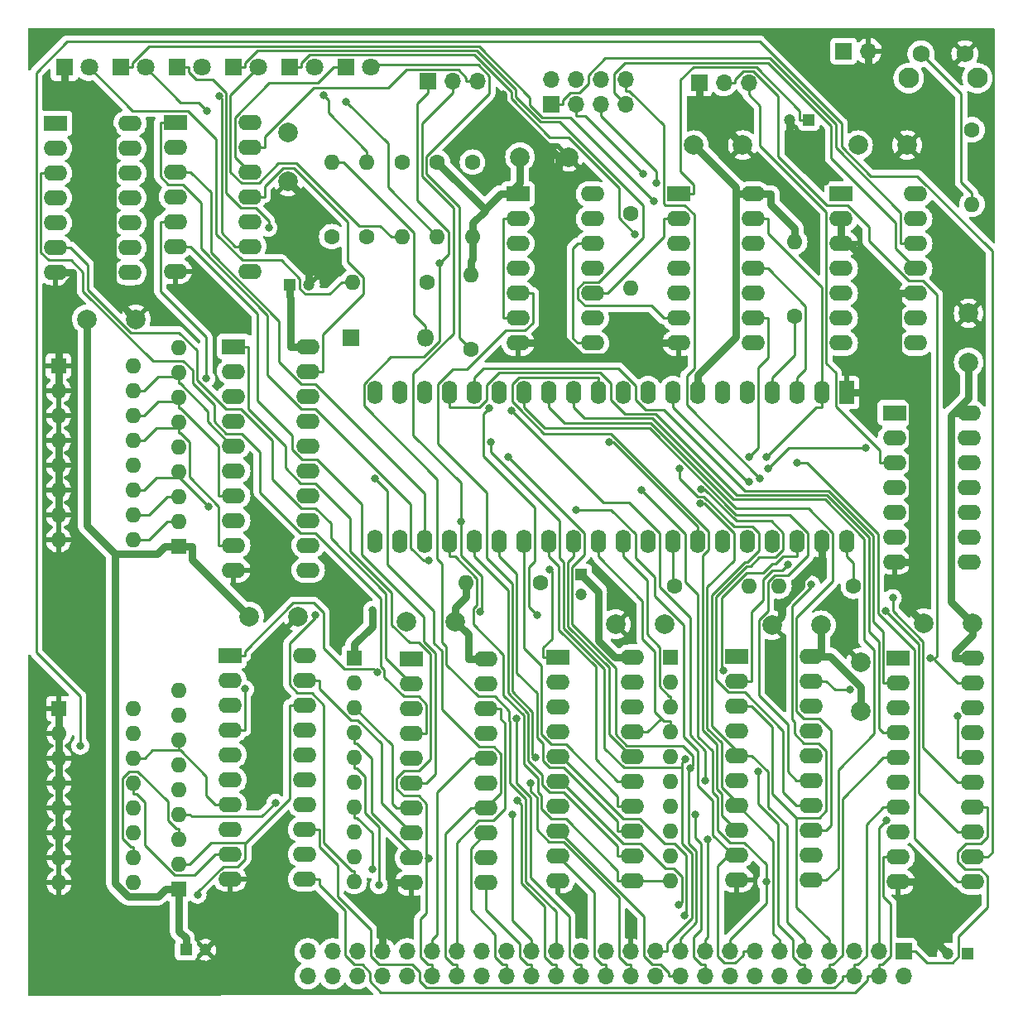
<source format=gbr>
G04 #@! TF.GenerationSoftware,KiCad,Pcbnew,(6.0.6)*
G04 #@! TF.CreationDate,2022-09-07T21:36:25-05:00*
G04 #@! TF.ProjectId,Z806809,5a383036-3830-4392-9e6b-696361645f70,rev?*
G04 #@! TF.SameCoordinates,Original*
G04 #@! TF.FileFunction,Copper,L2,Bot*
G04 #@! TF.FilePolarity,Positive*
%FSLAX46Y46*%
G04 Gerber Fmt 4.6, Leading zero omitted, Abs format (unit mm)*
G04 Created by KiCad (PCBNEW (6.0.6)) date 2022-09-07 21:36:25*
%MOMM*%
%LPD*%
G01*
G04 APERTURE LIST*
G04 #@! TA.AperFunction,ComponentPad*
%ADD10R,1.200000X1.200000*%
G04 #@! TD*
G04 #@! TA.AperFunction,ComponentPad*
%ADD11C,1.200000*%
G04 #@! TD*
G04 #@! TA.AperFunction,ComponentPad*
%ADD12R,1.800000X1.800000*%
G04 #@! TD*
G04 #@! TA.AperFunction,ComponentPad*
%ADD13O,1.800000X1.800000*%
G04 #@! TD*
G04 #@! TA.AperFunction,ComponentPad*
%ADD14C,1.800000*%
G04 #@! TD*
G04 #@! TA.AperFunction,ComponentPad*
%ADD15R,1.700000X1.700000*%
G04 #@! TD*
G04 #@! TA.AperFunction,ComponentPad*
%ADD16O,1.700000X1.700000*%
G04 #@! TD*
G04 #@! TA.AperFunction,ComponentPad*
%ADD17C,1.600000*%
G04 #@! TD*
G04 #@! TA.AperFunction,ComponentPad*
%ADD18O,1.600000X1.600000*%
G04 #@! TD*
G04 #@! TA.AperFunction,ComponentPad*
%ADD19R,1.600000X1.600000*%
G04 #@! TD*
G04 #@! TA.AperFunction,ComponentPad*
%ADD20C,2.100000*%
G04 #@! TD*
G04 #@! TA.AperFunction,ComponentPad*
%ADD21C,1.750000*%
G04 #@! TD*
G04 #@! TA.AperFunction,ComponentPad*
%ADD22R,2.400000X1.600000*%
G04 #@! TD*
G04 #@! TA.AperFunction,ComponentPad*
%ADD23O,2.400000X1.600000*%
G04 #@! TD*
G04 #@! TA.AperFunction,ComponentPad*
%ADD24C,2.000000*%
G04 #@! TD*
G04 #@! TA.AperFunction,ComponentPad*
%ADD25R,1.600000X2.400000*%
G04 #@! TD*
G04 #@! TA.AperFunction,ComponentPad*
%ADD26O,1.600000X2.400000*%
G04 #@! TD*
G04 #@! TA.AperFunction,ViaPad*
%ADD27C,0.800000*%
G04 #@! TD*
G04 #@! TA.AperFunction,Conductor*
%ADD28C,0.250000*%
G04 #@! TD*
G04 #@! TA.AperFunction,Conductor*
%ADD29C,0.800000*%
G04 #@! TD*
G04 APERTURE END LIST*
D10*
X149350000Y-40700000D03*
D11*
X147350000Y-40700000D03*
D12*
X102500000Y-63025000D03*
D13*
X110120000Y-63025000D03*
D12*
X73200000Y-35325000D03*
D14*
X75740000Y-35325000D03*
D15*
X138125000Y-36950000D03*
D16*
X140665000Y-36950000D03*
X143205000Y-36950000D03*
D15*
X152925000Y-33675000D03*
D16*
X155465000Y-33675000D03*
D17*
X166050000Y-41725000D03*
D18*
X166050000Y-49345000D03*
D17*
X100550000Y-52660000D03*
D18*
X100550000Y-45040000D03*
D17*
X110300000Y-57325000D03*
D18*
X102680000Y-57325000D03*
D19*
X84912000Y-119375000D03*
D18*
X84912000Y-116835000D03*
X84912000Y-114295000D03*
X84912000Y-111755000D03*
X84912000Y-109215000D03*
X84912000Y-106675000D03*
X84912000Y-104135000D03*
X84912000Y-101595000D03*
X84912000Y-99055000D03*
D19*
X72650000Y-100925000D03*
D18*
X72650000Y-103465000D03*
X72650000Y-106005000D03*
X72650000Y-108545000D03*
X72650000Y-111085000D03*
X72650000Y-113625000D03*
X72650000Y-116165000D03*
X72650000Y-118705000D03*
X80270000Y-118705000D03*
X80270000Y-116165000D03*
X80270000Y-113625000D03*
X80270000Y-111085000D03*
X80270000Y-108545000D03*
X80270000Y-106005000D03*
X80270000Y-103465000D03*
X80270000Y-100925000D03*
D20*
X166585000Y-36440000D03*
X159575000Y-36440000D03*
D21*
X160825000Y-33950000D03*
X165325000Y-33950000D03*
D19*
X72600000Y-65875000D03*
D18*
X72600000Y-68415000D03*
X72600000Y-70955000D03*
X72600000Y-73495000D03*
X72600000Y-76035000D03*
X72600000Y-78575000D03*
X72600000Y-81115000D03*
X72600000Y-83655000D03*
X80220000Y-83655000D03*
X80220000Y-81115000D03*
X80220000Y-78575000D03*
X80220000Y-76035000D03*
X80220000Y-73495000D03*
X80220000Y-70955000D03*
X80220000Y-68415000D03*
X80220000Y-65875000D03*
D22*
X152675000Y-48300000D03*
D23*
X152675000Y-50840000D03*
X152675000Y-53380000D03*
X152675000Y-55920000D03*
X152675000Y-58460000D03*
X152675000Y-61000000D03*
X152675000Y-63540000D03*
X160295000Y-63540000D03*
X160295000Y-61000000D03*
X160295000Y-58460000D03*
X160295000Y-55920000D03*
X160295000Y-53380000D03*
X160295000Y-50840000D03*
X160295000Y-48300000D03*
D22*
X136050000Y-48300000D03*
D23*
X136050000Y-50840000D03*
X136050000Y-53380000D03*
X136050000Y-55920000D03*
X136050000Y-58460000D03*
X136050000Y-61000000D03*
X136050000Y-63540000D03*
X143670000Y-63540000D03*
X143670000Y-61000000D03*
X143670000Y-58460000D03*
X143670000Y-55920000D03*
X143670000Y-53380000D03*
X143670000Y-50840000D03*
X143670000Y-48300000D03*
D22*
X84550000Y-40950000D03*
D23*
X84550000Y-43490000D03*
X84550000Y-46030000D03*
X84550000Y-48570000D03*
X84550000Y-51110000D03*
X84550000Y-53650000D03*
X84550000Y-56190000D03*
X92170000Y-56190000D03*
X92170000Y-53650000D03*
X92170000Y-51110000D03*
X92170000Y-48570000D03*
X92170000Y-46030000D03*
X92170000Y-43490000D03*
X92170000Y-40950000D03*
D22*
X90525000Y-63900000D03*
D23*
X90525000Y-66440000D03*
X90525000Y-68980000D03*
X90525000Y-71520000D03*
X90525000Y-74060000D03*
X90525000Y-76600000D03*
X90525000Y-79140000D03*
X90525000Y-81680000D03*
X90525000Y-84220000D03*
X90525000Y-86760000D03*
X98145000Y-86760000D03*
X98145000Y-84220000D03*
X98145000Y-81680000D03*
X98145000Y-79140000D03*
X98145000Y-76600000D03*
X98145000Y-74060000D03*
X98145000Y-71520000D03*
X98145000Y-68980000D03*
X98145000Y-66440000D03*
X98145000Y-63900000D03*
D22*
X119600000Y-48300000D03*
D23*
X119600000Y-50840000D03*
X119600000Y-53380000D03*
X119600000Y-55920000D03*
X119600000Y-58460000D03*
X119600000Y-61000000D03*
X119600000Y-63540000D03*
X127220000Y-63540000D03*
X127220000Y-61000000D03*
X127220000Y-58460000D03*
X127220000Y-55920000D03*
X127220000Y-53380000D03*
X127220000Y-50840000D03*
X127220000Y-48300000D03*
D19*
X84862000Y-84325000D03*
D18*
X84862000Y-81785000D03*
X84862000Y-79245000D03*
X84862000Y-76705000D03*
X84862000Y-74165000D03*
X84862000Y-71625000D03*
X84862000Y-69085000D03*
X84862000Y-66545000D03*
X84862000Y-64005000D03*
D17*
X104150000Y-52660000D03*
D18*
X104150000Y-45040000D03*
D12*
X90480000Y-35325000D03*
D14*
X93020000Y-35325000D03*
D17*
X111350000Y-45040000D03*
D18*
X111350000Y-52660000D03*
D12*
X78960000Y-35325000D03*
D14*
X81500000Y-35325000D03*
D12*
X84720000Y-35325000D03*
D14*
X87260000Y-35325000D03*
D17*
X107750000Y-45040000D03*
D18*
X107750000Y-52660000D03*
D12*
X96240000Y-35325000D03*
D14*
X98780000Y-35325000D03*
D17*
X114950000Y-45040000D03*
D18*
X114950000Y-52660000D03*
D12*
X102000000Y-35325000D03*
D14*
X104540000Y-35325000D03*
D17*
X114775000Y-64150000D03*
D18*
X114775000Y-56530000D03*
D15*
X110400000Y-36750000D03*
D16*
X112940000Y-36750000D03*
X115480000Y-36750000D03*
D24*
X96100000Y-42000000D03*
X96100000Y-47000000D03*
D15*
X122975000Y-39100000D03*
D16*
X122975000Y-36560000D03*
X125515000Y-39100000D03*
X125515000Y-36560000D03*
X128055000Y-39100000D03*
X128055000Y-36560000D03*
X130595000Y-39100000D03*
X130595000Y-36560000D03*
D15*
X159050000Y-125750000D03*
D16*
X159050000Y-128290000D03*
X156510000Y-125750000D03*
X156510000Y-128290000D03*
X153970000Y-125750000D03*
X153970000Y-128290000D03*
X151430000Y-125750000D03*
X151430000Y-128290000D03*
X148890000Y-125750000D03*
X148890000Y-128290000D03*
X146350000Y-125750000D03*
X146350000Y-128290000D03*
X143810000Y-125750000D03*
X143810000Y-128290000D03*
X141270000Y-125750000D03*
X141270000Y-128290000D03*
X138730000Y-125750000D03*
X138730000Y-128290000D03*
X136190000Y-125750000D03*
X136190000Y-128290000D03*
X133650000Y-125750000D03*
X133650000Y-128290000D03*
X131110000Y-125750000D03*
X131110000Y-128290000D03*
X128570000Y-125750000D03*
X128570000Y-128290000D03*
X126030000Y-125750000D03*
X126030000Y-128290000D03*
X123490000Y-125750000D03*
X123490000Y-128290000D03*
X120950000Y-125750000D03*
X120950000Y-128290000D03*
X118410000Y-125750000D03*
X118410000Y-128290000D03*
X115870000Y-125750000D03*
X115870000Y-128290000D03*
X113330000Y-125750000D03*
X113330000Y-128290000D03*
X110790000Y-125750000D03*
X110790000Y-128290000D03*
X108250000Y-125750000D03*
X108250000Y-128290000D03*
X105710000Y-125750000D03*
X105710000Y-128290000D03*
X103170000Y-125750000D03*
X103170000Y-128290000D03*
X100630000Y-125750000D03*
X100630000Y-128290000D03*
X98090000Y-125750000D03*
X98090000Y-128290000D03*
D10*
X126075000Y-87225000D03*
D11*
X126075000Y-89225000D03*
D10*
X165600000Y-126000000D03*
D11*
X163600000Y-126000000D03*
D22*
X158500000Y-95775000D03*
D23*
X158500000Y-98315000D03*
X158500000Y-100855000D03*
X158500000Y-103395000D03*
X158500000Y-105935000D03*
X158500000Y-108475000D03*
X158500000Y-111015000D03*
X158500000Y-113555000D03*
X158500000Y-116095000D03*
X158500000Y-118635000D03*
X166120000Y-118635000D03*
X166120000Y-116095000D03*
X166120000Y-113555000D03*
X166120000Y-111015000D03*
X166120000Y-108475000D03*
X166120000Y-105935000D03*
X166120000Y-103395000D03*
X166120000Y-100855000D03*
X166120000Y-98315000D03*
X166120000Y-95775000D03*
D19*
X135200000Y-95675000D03*
D18*
X135200000Y-98215000D03*
X135200000Y-100755000D03*
X135200000Y-103295000D03*
X135200000Y-105835000D03*
X135200000Y-108375000D03*
X135200000Y-110915000D03*
X135200000Y-113455000D03*
X135200000Y-115995000D03*
X135200000Y-118535000D03*
D19*
X102862500Y-95750000D03*
D18*
X102862500Y-98290000D03*
X102862500Y-100830000D03*
X102862500Y-103370000D03*
X102862500Y-105910000D03*
X102862500Y-108450000D03*
X102862500Y-110990000D03*
X102862500Y-113530000D03*
X102862500Y-116070000D03*
X102862500Y-118610000D03*
D22*
X108700000Y-95875000D03*
D23*
X108700000Y-98415000D03*
X108700000Y-100955000D03*
X108700000Y-103495000D03*
X108700000Y-106035000D03*
X108700000Y-108575000D03*
X108700000Y-111115000D03*
X108700000Y-113655000D03*
X108700000Y-116195000D03*
X108700000Y-118735000D03*
X116320000Y-118735000D03*
X116320000Y-116195000D03*
X116320000Y-113655000D03*
X116320000Y-111115000D03*
X116320000Y-108575000D03*
X116320000Y-106035000D03*
X116320000Y-103495000D03*
X116320000Y-100955000D03*
X116320000Y-98415000D03*
X116320000Y-95875000D03*
D22*
X123700000Y-95675000D03*
D23*
X123700000Y-98215000D03*
X123700000Y-100755000D03*
X123700000Y-103295000D03*
X123700000Y-105835000D03*
X123700000Y-108375000D03*
X123700000Y-110915000D03*
X123700000Y-113455000D03*
X123700000Y-115995000D03*
X123700000Y-118535000D03*
X131320000Y-118535000D03*
X131320000Y-115995000D03*
X131320000Y-113455000D03*
X131320000Y-110915000D03*
X131320000Y-108375000D03*
X131320000Y-105835000D03*
X131320000Y-103295000D03*
X131320000Y-100755000D03*
X131320000Y-98215000D03*
X131320000Y-95675000D03*
D22*
X90150000Y-95500000D03*
D23*
X90150000Y-98040000D03*
X90150000Y-100580000D03*
X90150000Y-103120000D03*
X90150000Y-105660000D03*
X90150000Y-108200000D03*
X90150000Y-110740000D03*
X90150000Y-113280000D03*
X90150000Y-115820000D03*
X90150000Y-118360000D03*
X97770000Y-118360000D03*
X97770000Y-115820000D03*
X97770000Y-113280000D03*
X97770000Y-110740000D03*
X97770000Y-108200000D03*
X97770000Y-105660000D03*
X97770000Y-103120000D03*
X97770000Y-100580000D03*
X97770000Y-98040000D03*
X97770000Y-95500000D03*
D22*
X142000000Y-95575000D03*
D23*
X142000000Y-98115000D03*
X142000000Y-100655000D03*
X142000000Y-103195000D03*
X142000000Y-105735000D03*
X142000000Y-108275000D03*
X142000000Y-110815000D03*
X142000000Y-113355000D03*
X142000000Y-115895000D03*
X142000000Y-118435000D03*
X149620000Y-118435000D03*
X149620000Y-115895000D03*
X149620000Y-113355000D03*
X149620000Y-110815000D03*
X149620000Y-108275000D03*
X149620000Y-105735000D03*
X149620000Y-103195000D03*
X149620000Y-100655000D03*
X149620000Y-98115000D03*
X149620000Y-95575000D03*
D17*
X131100000Y-50300000D03*
D18*
X131100000Y-57920000D03*
D24*
X137600000Y-43300000D03*
X142600000Y-43300000D03*
D17*
X147900000Y-60810000D03*
D18*
X147900000Y-53190000D03*
D24*
X154700000Y-101200000D03*
X154700000Y-96200000D03*
X134600000Y-92300000D03*
X129600000Y-92300000D03*
X165700000Y-65500000D03*
X165700000Y-60500000D03*
X75500000Y-61100000D03*
X80500000Y-61100000D03*
X119800000Y-44500000D03*
X124800000Y-44500000D03*
X150600000Y-92400000D03*
X145600000Y-92400000D03*
D17*
X153910000Y-88400000D03*
D18*
X146290000Y-88400000D03*
D10*
X96227400Y-57600000D03*
D11*
X98227400Y-57600000D03*
D17*
X121910000Y-88100000D03*
D18*
X114290000Y-88100000D03*
D10*
X85627400Y-125600000D03*
D11*
X87627400Y-125600000D03*
D24*
X113200000Y-92000000D03*
X108200000Y-92000000D03*
X154400000Y-43300000D03*
X159400000Y-43300000D03*
D25*
X153225000Y-68600000D03*
D26*
X150685000Y-68600000D03*
X148145000Y-68600000D03*
X145605000Y-68600000D03*
X143065000Y-68600000D03*
X140525000Y-68600000D03*
X137985000Y-68600000D03*
X135445000Y-68600000D03*
X132905000Y-68600000D03*
X130365000Y-68600000D03*
X127825000Y-68600000D03*
X125285000Y-68600000D03*
X122745000Y-68600000D03*
X120205000Y-68600000D03*
X117665000Y-68600000D03*
X115125000Y-68600000D03*
X112585000Y-68600000D03*
X110045000Y-68600000D03*
X107505000Y-68600000D03*
X104965000Y-68600000D03*
X104965000Y-83840000D03*
X107505000Y-83840000D03*
X110045000Y-83840000D03*
X112585000Y-83840000D03*
X115125000Y-83840000D03*
X117665000Y-83840000D03*
X120205000Y-83840000D03*
X122745000Y-83840000D03*
X125285000Y-83840000D03*
X127825000Y-83840000D03*
X130365000Y-83840000D03*
X132905000Y-83840000D03*
X135445000Y-83840000D03*
X137985000Y-83840000D03*
X140525000Y-83840000D03*
X143065000Y-83840000D03*
X145605000Y-83840000D03*
X148145000Y-83840000D03*
X150685000Y-83840000D03*
X153225000Y-83840000D03*
D24*
X166100000Y-92200000D03*
X161100000Y-92200000D03*
X92100000Y-91500000D03*
X97100000Y-91500000D03*
D22*
X72300000Y-41075000D03*
D23*
X72300000Y-43615000D03*
X72300000Y-46155000D03*
X72300000Y-48695000D03*
X72300000Y-51235000D03*
X72300000Y-53775000D03*
X72300000Y-56315000D03*
X79920000Y-56315000D03*
X79920000Y-53775000D03*
X79920000Y-51235000D03*
X79920000Y-48695000D03*
X79920000Y-46155000D03*
X79920000Y-43615000D03*
X79920000Y-41075000D03*
D22*
X158100000Y-70675000D03*
D23*
X158100000Y-73215000D03*
X158100000Y-75755000D03*
X158100000Y-78295000D03*
X158100000Y-80835000D03*
X158100000Y-83375000D03*
X158100000Y-85915000D03*
X165720000Y-85915000D03*
X165720000Y-83375000D03*
X165720000Y-80835000D03*
X165720000Y-78295000D03*
X165720000Y-75755000D03*
X165720000Y-73215000D03*
X165720000Y-70675000D03*
D17*
X135590000Y-88400000D03*
D18*
X143210000Y-88400000D03*
D27*
X157949200Y-89610800D03*
X157223900Y-90939900D03*
X148181900Y-75808700D03*
X118942100Y-70461900D03*
X138793600Y-108275000D03*
X143218700Y-77734300D03*
X147222300Y-86232300D03*
X128950900Y-73682800D03*
X122862300Y-86697800D03*
X110451800Y-85796000D03*
X87711600Y-67174200D03*
X116640400Y-70222800D03*
X121592300Y-91372900D03*
X133537900Y-49010200D03*
X87783400Y-39822800D03*
X131593700Y-52397500D03*
X99732600Y-38213000D03*
X94098400Y-51758200D03*
X102043400Y-38833700D03*
X145002200Y-75220500D03*
X133761600Y-47140800D03*
X110512400Y-116283400D03*
X87963000Y-80269100D03*
X86830900Y-119975000D03*
X94797000Y-110550300D03*
X74828900Y-104735000D03*
X164594700Y-101728000D03*
X91675300Y-98928100D03*
X157332400Y-112319900D03*
X149589500Y-88208700D03*
X136151700Y-76344000D03*
X144130000Y-107384200D03*
X138254900Y-79953600D03*
X125553800Y-80569200D03*
X136080900Y-120996200D03*
X144995900Y-118659900D03*
X132193400Y-78564400D03*
X136645800Y-122075800D03*
X138311700Y-78503000D03*
X139001900Y-114338300D03*
X137766400Y-111795200D03*
X137206000Y-107029900D03*
X118633300Y-75175700D03*
X116829100Y-73663600D03*
X136717300Y-106103700D03*
X120900100Y-108542000D03*
X104954500Y-77354800D03*
X143239200Y-75220500D03*
X119443000Y-101905000D03*
X119571100Y-110361900D03*
X105375100Y-118981400D03*
X119003800Y-111763900D03*
X121403000Y-105958200D03*
X104696200Y-117390200D03*
X115746400Y-91025700D03*
X113760400Y-81819800D03*
X111556200Y-55387000D03*
X132418300Y-46237600D03*
X144353700Y-77360700D03*
X140587000Y-97020700D03*
X155188800Y-74239700D03*
X145173200Y-76396100D03*
X98915600Y-91342800D03*
X161779500Y-95775000D03*
X153559100Y-98999100D03*
X89013200Y-38255300D03*
X105205800Y-97240900D03*
X104707200Y-90812000D03*
X151043500Y-47002100D03*
X118113500Y-38118400D03*
D28*
X127220000Y-53380000D02*
X125694700Y-53380000D01*
X127220000Y-63540000D02*
X125694700Y-63540000D01*
X125244400Y-63089700D02*
X125694700Y-63540000D01*
X125244400Y-53830300D02*
X125244400Y-63089700D01*
X125694700Y-53380000D02*
X125244400Y-53830300D01*
X118074700Y-61000000D02*
X118074700Y-50840000D01*
X119600000Y-61000000D02*
X118074700Y-61000000D01*
X119600000Y-50840000D02*
X118074700Y-50840000D01*
X166120000Y-108475000D02*
X164594700Y-108475000D01*
X157949200Y-90945700D02*
X157949200Y-89610800D01*
X161054200Y-94050700D02*
X157949200Y-90945700D01*
X161054200Y-104934500D02*
X161054200Y-94050700D01*
X164594700Y-108475000D02*
X161054200Y-104934500D01*
X160603800Y-109564100D02*
X164594700Y-113555000D01*
X160603800Y-94319800D02*
X160603800Y-109564100D01*
X157223900Y-90939900D02*
X160603800Y-94319800D01*
X166120000Y-113555000D02*
X164594700Y-113555000D01*
X166120000Y-118635000D02*
X164594700Y-118635000D01*
X149168800Y-75808700D02*
X148181900Y-75808700D01*
X156446300Y-83086200D02*
X149168800Y-75808700D01*
X156446300Y-91188000D02*
X156446300Y-83086200D01*
X160153500Y-94895200D02*
X156446300Y-91188000D01*
X160153500Y-114193800D02*
X160153500Y-94895200D01*
X164594700Y-118635000D02*
X160153500Y-114193800D01*
X112585000Y-68600000D02*
X112585000Y-70125300D01*
X158500000Y-103395000D02*
X156974700Y-103395000D01*
X115622500Y-70125300D02*
X112585000Y-70125300D01*
X116395000Y-69352800D02*
X115622500Y-70125300D01*
X116395000Y-67847800D02*
X116395000Y-69352800D01*
X117652500Y-66590300D02*
X116395000Y-67847800D01*
X127995800Y-66590300D02*
X117652500Y-66590300D01*
X129095000Y-67689500D02*
X127995800Y-66590300D01*
X129095000Y-69329500D02*
X129095000Y-67689500D01*
X130566500Y-70801000D02*
X129095000Y-69329500D01*
X133700000Y-70801000D02*
X130566500Y-70801000D01*
X141995800Y-79096800D02*
X133700000Y-70801000D01*
X151173100Y-79096800D02*
X141995800Y-79096800D01*
X155492900Y-83416600D02*
X151173100Y-79096800D01*
X155492900Y-93071700D02*
X155492900Y-83416600D01*
X156508800Y-94087600D02*
X155492900Y-93071700D01*
X156508800Y-102929100D02*
X156508800Y-94087600D01*
X156974700Y-103395000D02*
X156508800Y-102929100D01*
X115125000Y-68600000D02*
X115125000Y-67074700D01*
X158500000Y-98315000D02*
X156974700Y-98315000D01*
X116059800Y-66139900D02*
X115125000Y-67074700D01*
X129901700Y-66139900D02*
X116059800Y-66139900D01*
X131635000Y-67873200D02*
X129901700Y-66139900D01*
X131635000Y-69329400D02*
X131635000Y-67873200D01*
X132656200Y-70350600D02*
X131635000Y-69329400D01*
X134490600Y-70350600D02*
X132656200Y-70350600D01*
X142786400Y-78646400D02*
X134490600Y-70350600D01*
X151369600Y-78646400D02*
X142786400Y-78646400D01*
X155943700Y-83220500D02*
X151369600Y-78646400D01*
X155943700Y-92017100D02*
X155943700Y-83220500D01*
X156974700Y-93048100D02*
X155943700Y-92017100D01*
X156974700Y-98315000D02*
X156974700Y-93048100D01*
X138793600Y-105243400D02*
X138793600Y-108275000D01*
X137214600Y-103664400D02*
X138793600Y-105243400D01*
X137214600Y-91616000D02*
X137214600Y-103664400D01*
X134096500Y-88497900D02*
X137214600Y-91616000D01*
X134096500Y-83000200D02*
X134096500Y-88497900D01*
X130972300Y-79876000D02*
X134096500Y-83000200D01*
X128356200Y-79876000D02*
X130972300Y-79876000D01*
X118942100Y-70461900D02*
X128356200Y-79876000D01*
X142000000Y-98115000D02*
X143525300Y-98115000D01*
X135445000Y-68600000D02*
X135445000Y-70125300D01*
X143525300Y-90987100D02*
X143525300Y-98115000D01*
X144714400Y-89798000D02*
X143525300Y-90987100D01*
X144714400Y-87747200D02*
X144714400Y-89798000D01*
X145637200Y-86824400D02*
X144714400Y-87747200D01*
X146630200Y-86824400D02*
X145637200Y-86824400D01*
X147222300Y-86232300D02*
X146630200Y-86824400D01*
X143054000Y-77734300D02*
X143218700Y-77734300D01*
X135445000Y-70125300D02*
X143054000Y-77734300D01*
X93695300Y-47521700D02*
X93695300Y-48570000D01*
X95581700Y-45635300D02*
X93695300Y-47521700D01*
X96652900Y-45635300D02*
X95581700Y-45635300D01*
X102199500Y-51181900D02*
X96652900Y-45635300D01*
X102199500Y-55249300D02*
X102199500Y-51181900D01*
X103807000Y-56856800D02*
X102199500Y-55249300D01*
X103807000Y-58527100D02*
X103807000Y-56856800D01*
X99670300Y-62663800D02*
X103807000Y-58527100D01*
X99670300Y-66440000D02*
X99670300Y-62663800D01*
X98145000Y-66440000D02*
X99670300Y-66440000D01*
X92170000Y-48570000D02*
X93695300Y-48570000D01*
X110045000Y-83840000D02*
X110045000Y-82314700D01*
X84550000Y-46030000D02*
X86075300Y-46030000D01*
X88168000Y-48122700D02*
X86075300Y-46030000D01*
X88168000Y-54247200D02*
X88168000Y-48122700D01*
X95186100Y-61265300D02*
X88168000Y-54247200D01*
X95186100Y-65490400D02*
X95186100Y-61265300D01*
X97405700Y-67710000D02*
X95186100Y-65490400D01*
X98866600Y-67710000D02*
X97405700Y-67710000D01*
X110045000Y-78888400D02*
X98866600Y-67710000D01*
X110045000Y-82314700D02*
X110045000Y-78888400D01*
X135023200Y-99629700D02*
X135200000Y-99629700D01*
X134074700Y-98681200D02*
X135023200Y-99629700D01*
X134074700Y-94630900D02*
X134074700Y-98681200D01*
X132791100Y-93347300D02*
X134074700Y-94630900D01*
X132791100Y-87791400D02*
X132791100Y-93347300D01*
X130365000Y-85365300D02*
X132791100Y-87791400D01*
X130365000Y-83840000D02*
X130365000Y-85365300D01*
X135200000Y-100755000D02*
X135200000Y-99629700D01*
X127825000Y-83840000D02*
X127825000Y-85365300D01*
X135200000Y-103295000D02*
X135200000Y-102169700D01*
X131320000Y-103295000D02*
X132845300Y-103295000D01*
X134485200Y-102169700D02*
X134227900Y-101912400D01*
X135200000Y-102169700D02*
X134485200Y-102169700D01*
X134227900Y-101912400D02*
X132845300Y-103295000D01*
X133624400Y-101308900D02*
X134227900Y-101912400D01*
X133624400Y-95126300D02*
X133624400Y-101308900D01*
X132340700Y-93842600D02*
X133624400Y-95126300D01*
X132340700Y-89881000D02*
X132340700Y-93842600D01*
X127825000Y-85365300D02*
X132340700Y-89881000D01*
X125285000Y-83840000D02*
X125285000Y-85365300D01*
X124699200Y-85951100D02*
X125285000Y-85365300D01*
X124699200Y-92517500D02*
X124699200Y-85951100D01*
X128894200Y-96712500D02*
X124699200Y-92517500D01*
X128894200Y-103530900D02*
X128894200Y-96712500D01*
X131198300Y-105835000D02*
X128894200Y-103530900D01*
X131320000Y-105835000D02*
X131198300Y-105835000D01*
X127537800Y-106118100D02*
X129794700Y-108375000D01*
X127537800Y-96629900D02*
X127537800Y-106118100D01*
X123782000Y-92874100D02*
X127537800Y-96629900D01*
X123782000Y-86402300D02*
X123782000Y-92874100D01*
X122745000Y-85365300D02*
X123782000Y-86402300D01*
X122745000Y-83840000D02*
X122745000Y-85365300D01*
X131320000Y-108375000D02*
X129794700Y-108375000D01*
X120205000Y-83840000D02*
X120205000Y-85365300D01*
X131320000Y-110915000D02*
X129794700Y-110915000D01*
X120205000Y-94721800D02*
X120205000Y-85365300D01*
X121998000Y-96514800D02*
X120205000Y-94721800D01*
X121998000Y-103594300D02*
X121998000Y-96514800D01*
X122968700Y-104565000D02*
X121998000Y-103594300D01*
X124493300Y-104565000D02*
X122968700Y-104565000D01*
X129794700Y-109866400D02*
X124493300Y-104565000D01*
X129794700Y-110915000D02*
X129794700Y-109866400D01*
X117665000Y-83840000D02*
X117665000Y-85365300D01*
X131320000Y-113455000D02*
X129794700Y-113455000D01*
X119462900Y-87163200D02*
X117665000Y-85365300D01*
X119462900Y-97246000D02*
X119462900Y-87163200D01*
X121547700Y-99330800D02*
X119462900Y-97246000D01*
X121547700Y-103923100D02*
X121547700Y-99330800D01*
X122128300Y-104503700D02*
X121547700Y-103923100D01*
X122128300Y-106254900D02*
X122128300Y-104503700D01*
X122833800Y-106960400D02*
X122128300Y-106254900D01*
X124276900Y-106960400D02*
X122833800Y-106960400D01*
X129794700Y-112478200D02*
X124276900Y-106960400D01*
X129794700Y-113455000D02*
X129794700Y-112478200D01*
X115125000Y-83840000D02*
X115125000Y-85365300D01*
X131320000Y-115995000D02*
X129794700Y-115995000D01*
X118562200Y-88802500D02*
X115125000Y-85365300D01*
X118562200Y-99361500D02*
X118562200Y-88802500D01*
X120647100Y-101446400D02*
X118562200Y-99361500D01*
X120647100Y-106235100D02*
X120647100Y-101446400D01*
X122075700Y-107663700D02*
X120647100Y-106235100D01*
X122075700Y-108755400D02*
X122075700Y-107663700D01*
X122820700Y-109500400D02*
X122075700Y-108755400D01*
X124276900Y-109500400D02*
X122820700Y-109500400D01*
X129794700Y-115018200D02*
X124276900Y-109500400D01*
X129794700Y-115995000D02*
X129794700Y-115018200D01*
X137985000Y-83840000D02*
X137985000Y-82314700D01*
X129353100Y-73682800D02*
X137985000Y-82314700D01*
X128950900Y-73682800D02*
X129353100Y-73682800D01*
X123071700Y-86907200D02*
X122862300Y-86697800D01*
X123071700Y-93793400D02*
X123071700Y-86907200D01*
X122174700Y-94690400D02*
X123071700Y-93793400D01*
X122174700Y-95675000D02*
X122174700Y-94690400D01*
X123700000Y-95675000D02*
X122174700Y-95675000D01*
X109930200Y-85796000D02*
X110451800Y-85796000D01*
X108630400Y-84496200D02*
X109930200Y-85796000D01*
X108630400Y-80001400D02*
X108630400Y-84496200D01*
X98879000Y-70250000D02*
X108630400Y-80001400D01*
X97423000Y-70250000D02*
X98879000Y-70250000D01*
X93976100Y-66803100D02*
X97423000Y-70250000D01*
X93976100Y-60692200D02*
X93976100Y-66803100D01*
X87168400Y-53884500D02*
X93976100Y-60692200D01*
X87168400Y-49176800D02*
X87168400Y-53884500D01*
X85291600Y-47300000D02*
X87168400Y-49176800D01*
X83821700Y-47300000D02*
X85291600Y-47300000D01*
X83024700Y-46503000D02*
X83821700Y-47300000D01*
X83024700Y-40950000D02*
X83024700Y-46503000D01*
X84550000Y-40950000D02*
X83024700Y-40950000D01*
X84550000Y-51110000D02*
X83024700Y-51110000D01*
X87711600Y-62942200D02*
X87711600Y-67174200D01*
X83024700Y-58255300D02*
X87711600Y-62942200D01*
X83024700Y-51110000D02*
X83024700Y-58255300D01*
X97770000Y-98040000D02*
X99295300Y-98040000D01*
X99295300Y-98858800D02*
X99295300Y-98040000D01*
X102536500Y-102100000D02*
X99295300Y-98858800D01*
X103216600Y-102100000D02*
X102536500Y-102100000D01*
X105619000Y-104502400D02*
X103216600Y-102100000D01*
X105619000Y-110574000D02*
X105619000Y-104502400D01*
X108700000Y-113655000D02*
X105619000Y-110574000D01*
X92947400Y-60522100D02*
X86075300Y-53650000D01*
X92947400Y-69440600D02*
X92947400Y-60522100D01*
X96491100Y-72984300D02*
X92947400Y-69440600D01*
X96491100Y-74432900D02*
X96491100Y-72984300D01*
X97532800Y-75474600D02*
X96491100Y-74432900D01*
X99025700Y-75474600D02*
X97532800Y-75474600D01*
X103604600Y-80053500D02*
X99025700Y-75474600D01*
X103604600Y-85142200D02*
X103604600Y-80053500D01*
X109960100Y-91497700D02*
X103604600Y-85142200D01*
X109960100Y-94028700D02*
X109960100Y-91497700D01*
X111146500Y-95215100D02*
X109960100Y-94028700D01*
X111146500Y-107653800D02*
X111146500Y-95215100D01*
X110225300Y-108575000D02*
X111146500Y-107653800D01*
X108700000Y-108575000D02*
X110225300Y-108575000D01*
X84550000Y-53650000D02*
X86075300Y-53650000D01*
X72300000Y-46155000D02*
X70774700Y-46155000D01*
X108700000Y-103495000D02*
X110225300Y-103495000D01*
X110225300Y-100470600D02*
X110225300Y-103495000D01*
X109439700Y-99685000D02*
X110225300Y-100470600D01*
X107899900Y-99685000D02*
X109439700Y-99685000D01*
X105931100Y-97716200D02*
X107899900Y-99685000D01*
X105931100Y-96940400D02*
X105931100Y-97716200D01*
X105599600Y-96608900D02*
X105931100Y-96940400D01*
X105599600Y-89679500D02*
X105599600Y-96608900D01*
X98870100Y-82950000D02*
X105599600Y-89679500D01*
X97334100Y-82950000D02*
X98870100Y-82950000D01*
X93193000Y-78808900D02*
X97334100Y-82950000D01*
X93193000Y-74663100D02*
X93193000Y-78808900D01*
X91319900Y-72790000D02*
X93193000Y-74663100D01*
X89729900Y-72790000D02*
X91319900Y-72790000D01*
X88509200Y-71569300D02*
X89729900Y-72790000D01*
X88509200Y-69883000D02*
X88509200Y-71569300D01*
X86310800Y-67684600D02*
X88509200Y-69883000D01*
X86310800Y-66334100D02*
X86310800Y-67684600D01*
X85339000Y-65362300D02*
X86310800Y-66334100D01*
X82246400Y-65362300D02*
X85339000Y-65362300D01*
X75121900Y-58237800D02*
X82246400Y-65362300D01*
X75121900Y-56279400D02*
X75121900Y-58237800D01*
X73907000Y-55064500D02*
X75121900Y-56279400D01*
X71582900Y-55064500D02*
X73907000Y-55064500D01*
X70774700Y-54256300D02*
X71582900Y-55064500D01*
X70774700Y-46155000D02*
X70774700Y-54256300D01*
X135445000Y-88255000D02*
X135445000Y-83840000D01*
X135590000Y-88400000D02*
X135445000Y-88255000D01*
X72300000Y-53775000D02*
X73825300Y-53775000D01*
X106077900Y-95792900D02*
X108700000Y-98415000D01*
X106077900Y-89137400D02*
X106077900Y-95792900D01*
X100440500Y-83500000D02*
X106077900Y-89137400D01*
X100440500Y-81982300D02*
X100440500Y-83500000D01*
X98868200Y-80410000D02*
X100440500Y-81982300D01*
X97422200Y-80410000D02*
X98868200Y-80410000D01*
X94490500Y-77478300D02*
X97422200Y-80410000D01*
X94490500Y-73466600D02*
X94490500Y-77478300D01*
X91273900Y-70250000D02*
X94490500Y-73466600D01*
X89725300Y-70250000D02*
X91273900Y-70250000D01*
X86761200Y-67285900D02*
X89725300Y-70250000D01*
X86761200Y-64309900D02*
X86761200Y-67285900D01*
X84922800Y-62471500D02*
X86761200Y-64309900D01*
X79992500Y-62471500D02*
X84922800Y-62471500D01*
X75572300Y-58051300D02*
X79992500Y-62471500D01*
X75572300Y-55522000D02*
X75572300Y-58051300D01*
X73825300Y-53775000D02*
X75572300Y-55522000D01*
X132845300Y-118535000D02*
X134074700Y-118535000D01*
X135200000Y-118535000D02*
X134074700Y-118535000D01*
X131668200Y-118535000D02*
X132845300Y-118535000D01*
X131668200Y-118535000D02*
X131320000Y-118535000D01*
X112585000Y-83840000D02*
X112585000Y-85365300D01*
X131320000Y-118535000D02*
X129794700Y-118535000D01*
X113183800Y-85365300D02*
X112585000Y-85365300D01*
X115415500Y-87597000D02*
X113183800Y-85365300D01*
X115415500Y-90330900D02*
X115415500Y-87597000D01*
X115021100Y-90725300D02*
X115415500Y-90330900D01*
X115021100Y-92333000D02*
X115021100Y-90725300D01*
X118111900Y-95423800D02*
X115021100Y-92333000D01*
X118111900Y-99548100D02*
X118111900Y-95423800D01*
X120168300Y-101604500D02*
X118111900Y-99548100D01*
X120168300Y-106579800D02*
X120168300Y-101604500D01*
X121625400Y-108036900D02*
X120168300Y-106579800D01*
X121625400Y-109479700D02*
X121625400Y-108036900D01*
X121980700Y-109835000D02*
X121625400Y-109479700D01*
X121980700Y-111190300D02*
X121980700Y-109835000D01*
X122975400Y-112185000D02*
X121980700Y-111190300D01*
X124493300Y-112185000D02*
X122975400Y-112185000D01*
X129794700Y-117486400D02*
X124493300Y-112185000D01*
X129794700Y-118535000D02*
X129794700Y-117486400D01*
X149025700Y-59750400D02*
X145195300Y-55920000D01*
X149025700Y-66194000D02*
X149025700Y-59750400D01*
X148145000Y-67074700D02*
X149025700Y-66194000D01*
X148145000Y-68600000D02*
X148145000Y-67074700D01*
X143670000Y-55920000D02*
X145195300Y-55920000D01*
X120741900Y-90522500D02*
X121592300Y-91372900D01*
X120741900Y-86422300D02*
X120741900Y-90522500D01*
X121347700Y-85816500D02*
X120741900Y-86422300D01*
X121347700Y-80336800D02*
X121347700Y-85816500D01*
X116084400Y-75073500D02*
X121347700Y-80336800D01*
X116084400Y-70778800D02*
X116084400Y-75073500D01*
X116640400Y-70222800D02*
X116084400Y-70778800D01*
X108700000Y-115646600D02*
X108700000Y-116195000D01*
X104644100Y-111590700D02*
X108700000Y-115646600D01*
X104644100Y-105995600D02*
X104644100Y-111590700D01*
X103143800Y-104495300D02*
X104644100Y-105995600D01*
X102862500Y-104495300D02*
X103143800Y-104495300D01*
X102862500Y-103370000D02*
X102862500Y-104495300D01*
X147900000Y-64779700D02*
X147900000Y-60810000D01*
X145605000Y-67074700D02*
X147900000Y-64779700D01*
X145605000Y-68600000D02*
X145605000Y-67074700D01*
X144380300Y-39300600D02*
X143205000Y-38125300D01*
X144380300Y-43338600D02*
X144380300Y-39300600D01*
X151149600Y-50107900D02*
X144380300Y-43338600D01*
X151149600Y-65646100D02*
X151149600Y-50107900D01*
X152099600Y-66596100D02*
X151149600Y-65646100D01*
X152099600Y-70013500D02*
X152099600Y-66596100D01*
X156574700Y-74488600D02*
X152099600Y-70013500D01*
X156574700Y-75755000D02*
X156574700Y-74488600D01*
X158100000Y-75755000D02*
X156574700Y-75755000D01*
X143205000Y-36950000D02*
X143205000Y-38125300D01*
X102000000Y-35325000D02*
X100774700Y-35325000D01*
X90639400Y-44499400D02*
X92170000Y-46030000D01*
X90639400Y-40478300D02*
X90639400Y-44499400D01*
X94166800Y-36950900D02*
X90639400Y-40478300D01*
X99148800Y-36950900D02*
X94166800Y-36950900D01*
X100774700Y-35325000D02*
X99148800Y-36950900D01*
X104765200Y-35099800D02*
X104540000Y-35325000D01*
X115541400Y-35099800D02*
X104765200Y-35099800D01*
X116665200Y-36223600D02*
X115541400Y-35099800D01*
X116665200Y-38003400D02*
X116665200Y-36223600D01*
X110206600Y-44462000D02*
X116665200Y-38003400D01*
X110206600Y-46238500D02*
X110206600Y-44462000D01*
X113623300Y-49655200D02*
X110206600Y-46238500D01*
X113623300Y-62998300D02*
X113623300Y-49655200D01*
X114775000Y-64150000D02*
X113623300Y-62998300D01*
X78960000Y-35325000D02*
X80185300Y-35325000D01*
X80185300Y-34865400D02*
X80185300Y-35325000D01*
X81873400Y-33177300D02*
X80185300Y-34865400D01*
X115599000Y-33177300D02*
X81873400Y-33177300D01*
X120830000Y-38408300D02*
X115599000Y-33177300D01*
X120830000Y-39179900D02*
X120830000Y-38408300D01*
X122096800Y-40446700D02*
X120830000Y-39179900D01*
X124974400Y-40446700D02*
X122096800Y-40446700D01*
X133537900Y-49010200D02*
X124974400Y-40446700D01*
X85109400Y-38934400D02*
X81500000Y-35325000D01*
X86895000Y-38934400D02*
X85109400Y-38934400D01*
X87783400Y-39822800D02*
X86895000Y-38934400D01*
X96240000Y-35325000D02*
X97465300Y-35325000D01*
X129945200Y-50749000D02*
X131593700Y-52397500D01*
X129945200Y-47704300D02*
X129945200Y-50749000D01*
X124750000Y-42509100D02*
X129945200Y-47704300D01*
X122872100Y-42509100D02*
X124750000Y-42509100D01*
X118917400Y-38554400D02*
X122872100Y-42509100D01*
X118917400Y-37838800D02*
X118917400Y-38554400D01*
X115156700Y-34078100D02*
X118917400Y-37838800D01*
X98252700Y-34078100D02*
X115156700Y-34078100D01*
X97465300Y-34865500D02*
X98252700Y-34078100D01*
X97465300Y-35325000D02*
X97465300Y-34865500D01*
X100198300Y-39963000D02*
X104150000Y-43914700D01*
X100198300Y-38678600D02*
X100198300Y-39963000D01*
X100198200Y-38678600D02*
X100198300Y-38678600D01*
X99732600Y-38213000D02*
X100198200Y-38678600D01*
X104150000Y-45040000D02*
X104150000Y-43914700D01*
X84720000Y-35325000D02*
X85945300Y-35325000D01*
X94098400Y-51033900D02*
X94098400Y-51758200D01*
X92759900Y-49695400D02*
X94098400Y-51033900D01*
X91261400Y-49695400D02*
X92759900Y-49695400D01*
X89738500Y-48172500D02*
X91261400Y-49695400D01*
X89738500Y-37897900D02*
X89738500Y-48172500D01*
X88390900Y-36550300D02*
X89738500Y-37897900D01*
X86711000Y-36550300D02*
X88390900Y-36550300D01*
X85945300Y-35784600D02*
X86711000Y-36550300D01*
X85945300Y-35325000D02*
X85945300Y-35784600D01*
X106287500Y-47597500D02*
X111350000Y-52660000D01*
X106287500Y-43077800D02*
X106287500Y-47597500D01*
X102043400Y-38833700D02*
X106287500Y-43077800D01*
X125285000Y-68600000D02*
X125285000Y-70125300D01*
X149620000Y-118435000D02*
X151145300Y-118435000D01*
X126411100Y-71251400D02*
X125285000Y-70125300D01*
X133359900Y-71251400D02*
X126411100Y-71251400D01*
X141655800Y-79547300D02*
X133359900Y-71251400D01*
X150986700Y-79547300D02*
X141655800Y-79547300D01*
X155042400Y-83603000D02*
X150986700Y-79547300D01*
X155042400Y-93940500D02*
X155042400Y-83603000D01*
X156058400Y-94956500D02*
X155042400Y-93940500D01*
X156058400Y-103465300D02*
X156058400Y-94956500D01*
X152344200Y-107179500D02*
X156058400Y-103465300D01*
X152344200Y-117236100D02*
X152344200Y-107179500D01*
X151145300Y-118435000D02*
X152344200Y-117236100D01*
X151595900Y-112904400D02*
X151145300Y-113355000D01*
X151595900Y-103108100D02*
X151595900Y-112904400D01*
X150412800Y-101925000D02*
X151595900Y-103108100D01*
X148851800Y-101925000D02*
X150412800Y-101925000D01*
X148094700Y-101167900D02*
X148851800Y-101925000D01*
X148094700Y-91595500D02*
X148094700Y-101167900D01*
X151819200Y-87871000D02*
X148094700Y-91595500D01*
X151819200Y-82940800D02*
X151819200Y-87871000D01*
X149326300Y-80447900D02*
X151819200Y-82940800D01*
X141919500Y-80447900D02*
X149326300Y-80447900D01*
X133173400Y-71701800D02*
X141919500Y-80447900D01*
X124321500Y-71701800D02*
X133173400Y-71701800D01*
X122745000Y-70125300D02*
X124321500Y-71701800D01*
X122745000Y-68600000D02*
X122745000Y-70125300D01*
X149620000Y-113355000D02*
X151145300Y-113355000D01*
X120205000Y-68600000D02*
X120205000Y-70125300D01*
X149620000Y-108275000D02*
X148094700Y-108275000D01*
X147194100Y-107374400D02*
X148094700Y-108275000D01*
X147194100Y-102565400D02*
X147194100Y-107374400D01*
X144222700Y-99594000D02*
X147194100Y-102565400D01*
X144222700Y-91860600D02*
X144222700Y-99594000D01*
X145164700Y-90918600D02*
X144222700Y-91860600D01*
X145164700Y-87933800D02*
X145164700Y-90918600D01*
X145823800Y-87274700D02*
X145164700Y-87933800D01*
X147250600Y-87274700D02*
X145823800Y-87274700D01*
X149275100Y-85250200D02*
X147250600Y-87274700D01*
X149275100Y-82946000D02*
X149275100Y-85250200D01*
X147403600Y-81074500D02*
X149275100Y-82946000D01*
X141909200Y-81074500D02*
X147403600Y-81074500D01*
X133079900Y-72245200D02*
X141909200Y-81074500D01*
X122324900Y-72245200D02*
X133079900Y-72245200D01*
X120205000Y-70125300D02*
X122324900Y-72245200D01*
X143670000Y-50840000D02*
X145195300Y-50840000D01*
X145195300Y-52365300D02*
X145195300Y-50840000D01*
X150685000Y-57855000D02*
X145195300Y-52365300D01*
X150685000Y-67074700D02*
X150685000Y-57855000D01*
X150685000Y-67837300D02*
X150685000Y-67074700D01*
X108700000Y-111115000D02*
X107174700Y-111115000D01*
X150685000Y-67837300D02*
X150685000Y-68600000D01*
X150685000Y-68600000D02*
X150685000Y-70125300D01*
X106724400Y-110664700D02*
X107174700Y-111115000D01*
X106724400Y-104691900D02*
X106724400Y-110664700D01*
X102862500Y-100830000D02*
X106724400Y-104691900D01*
X150097400Y-70125300D02*
X145002200Y-75220500D01*
X150685000Y-70125300D02*
X150097400Y-70125300D01*
X158244800Y-53869800D02*
X160295000Y-55920000D01*
X158244700Y-53869800D02*
X158244800Y-53869800D01*
X158244700Y-51261400D02*
X158244700Y-53869800D01*
X151651000Y-44667700D02*
X158244700Y-51261400D01*
X151651000Y-41339200D02*
X151651000Y-44667700D01*
X145165300Y-34853500D02*
X151651000Y-41339200D01*
X130549800Y-34853500D02*
X145165300Y-34853500D01*
X129411700Y-35991600D02*
X130549800Y-34853500D01*
X129411700Y-37916700D02*
X129411700Y-35991600D01*
X130595000Y-39100000D02*
X129411700Y-37916700D01*
X128055000Y-39100000D02*
X128055000Y-40275300D01*
X133761600Y-45981900D02*
X133761600Y-47140800D01*
X128055000Y-40275300D02*
X133761600Y-45981900D01*
X153910000Y-86050300D02*
X153910000Y-88400000D01*
X153225000Y-85365300D02*
X153910000Y-86050300D01*
X153225000Y-83840000D02*
X153225000Y-85365300D01*
X127825000Y-68600000D02*
X127825000Y-67074700D01*
X140459900Y-111814900D02*
X142000000Y-113355000D01*
X140459900Y-109628000D02*
X140459900Y-111814900D01*
X139969300Y-109137400D02*
X140459900Y-109628000D01*
X139969300Y-104567600D02*
X139969300Y-109137400D01*
X138510800Y-103109100D02*
X139969300Y-104567600D01*
X138510800Y-85305800D02*
X138510800Y-103109100D01*
X139118600Y-84698000D02*
X138510800Y-85305800D01*
X139118600Y-82790200D02*
X139118600Y-84698000D01*
X129116900Y-72788500D02*
X139118600Y-82790200D01*
X122231300Y-72788500D02*
X129116900Y-72788500D01*
X119667400Y-70224600D02*
X122231300Y-72788500D01*
X119667400Y-70161400D02*
X119667400Y-70224600D01*
X119032100Y-69526100D02*
X119667400Y-70161400D01*
X119032100Y-67777600D02*
X119032100Y-69526100D01*
X119735000Y-67074700D02*
X119032100Y-67777600D01*
X127825000Y-67074700D02*
X119735000Y-67074700D01*
X90525000Y-63900000D02*
X92050300Y-63900000D01*
X110790000Y-128290000D02*
X110790000Y-127114700D01*
X110259900Y-110673200D02*
X110259900Y-116283400D01*
X109431700Y-109845000D02*
X110259900Y-110673200D01*
X107916400Y-109845000D02*
X109431700Y-109845000D01*
X107174700Y-109103300D02*
X107916400Y-109845000D01*
X107174700Y-108076500D02*
X107174700Y-109103300D01*
X107946200Y-107305000D02*
X107174700Y-108076500D01*
X109428900Y-107305000D02*
X107946200Y-107305000D01*
X110675700Y-106058200D02*
X109428900Y-107305000D01*
X110675700Y-95381200D02*
X110675700Y-106058200D01*
X109491300Y-94196800D02*
X110675700Y-95381200D01*
X108509900Y-94196800D02*
X109491300Y-94196800D01*
X106699000Y-92385900D02*
X108509900Y-94196800D01*
X106699000Y-89093900D02*
X106699000Y-92385900D01*
X102436300Y-84831200D02*
X106699000Y-89093900D01*
X102436300Y-81428500D02*
X102436300Y-84831200D01*
X98877800Y-77870000D02*
X102436300Y-81428500D01*
X97374400Y-77870000D02*
X98877800Y-77870000D01*
X95795700Y-76291300D02*
X97374400Y-77870000D01*
X95795700Y-74055800D02*
X95795700Y-76291300D01*
X92050300Y-70310400D02*
X95795700Y-74055800D01*
X92050300Y-63900000D02*
X92050300Y-70310400D01*
X110422600Y-127114700D02*
X110790000Y-127114700D01*
X109614700Y-126306800D02*
X110422600Y-127114700D01*
X109614700Y-122449700D02*
X109614700Y-126306800D01*
X110259900Y-121804500D02*
X109614700Y-122449700D01*
X110259900Y-116283400D02*
X110259900Y-121804500D01*
X110512400Y-116283400D02*
X110259900Y-116283400D01*
X111353100Y-124011600D02*
X110790000Y-124574700D01*
X111353100Y-109476600D02*
X111353100Y-124011600D01*
X114794700Y-106035000D02*
X111353100Y-109476600D01*
X116320000Y-106035000D02*
X114794700Y-106035000D01*
X110790000Y-125750000D02*
X110790000Y-124574700D01*
X81866700Y-83655000D02*
X80220000Y-83655000D01*
X83736700Y-81785000D02*
X81866700Y-83655000D01*
X84862000Y-81785000D02*
X83736700Y-81785000D01*
X81866700Y-81115000D02*
X80220000Y-81115000D01*
X83736700Y-79245000D02*
X81866700Y-81115000D01*
X84862000Y-79245000D02*
X83736700Y-79245000D01*
X84862000Y-76705000D02*
X84862000Y-77267600D01*
X84961500Y-77267600D02*
X84862000Y-77267600D01*
X87963000Y-80269100D02*
X84961500Y-77267600D01*
X82652700Y-77267600D02*
X81345300Y-78575000D01*
X84862000Y-77267600D02*
X82652700Y-77267600D01*
X80220000Y-78575000D02*
X81345300Y-78575000D01*
X88999700Y-80258500D02*
X88999700Y-84220000D01*
X85987300Y-77246100D02*
X88999700Y-80258500D01*
X85987300Y-73638500D02*
X85987300Y-77246100D01*
X85099100Y-72750300D02*
X85987300Y-73638500D01*
X84862000Y-72750300D02*
X85099100Y-72750300D01*
X90525000Y-84220000D02*
X88999700Y-84220000D01*
X84862000Y-71625000D02*
X84862000Y-72187600D01*
X84862000Y-72187600D02*
X84862000Y-72750300D01*
X82652700Y-72187600D02*
X81345300Y-73495000D01*
X84862000Y-72187600D02*
X82652700Y-72187600D01*
X80220000Y-73495000D02*
X81345300Y-73495000D01*
X88999700Y-74111100D02*
X88999700Y-79140000D01*
X85098900Y-70210300D02*
X88999700Y-74111100D01*
X84862000Y-70210300D02*
X85098900Y-70210300D01*
X90525000Y-79140000D02*
X88999700Y-79140000D01*
X84862000Y-69085000D02*
X84862000Y-69487500D01*
X84862000Y-69487500D02*
X84862000Y-70210300D01*
X82812800Y-69487500D02*
X81345300Y-70955000D01*
X84862000Y-69487500D02*
X82812800Y-69487500D01*
X80220000Y-70955000D02*
X81345300Y-70955000D01*
X90363000Y-74060000D02*
X90525000Y-74060000D01*
X87887000Y-71584000D02*
X90363000Y-74060000D01*
X87887000Y-70517800D02*
X87887000Y-71584000D01*
X85039500Y-67670300D02*
X87887000Y-70517800D01*
X84862000Y-67670300D02*
X85039500Y-67670300D01*
X84862000Y-66545000D02*
X84862000Y-66947500D01*
X84862000Y-66947500D02*
X84862000Y-67670300D01*
X82812800Y-66947500D02*
X81345300Y-68415000D01*
X84862000Y-66947500D02*
X82812800Y-66947500D01*
X80220000Y-68415000D02*
X81345300Y-68415000D01*
X97770000Y-100580000D02*
X96244700Y-100580000D01*
X84912000Y-116835000D02*
X86037300Y-116835000D01*
X86830900Y-119670700D02*
X86830900Y-119975000D01*
X89437300Y-117064300D02*
X86830900Y-119670700D01*
X90916700Y-117064300D02*
X89437300Y-117064300D01*
X91678800Y-116302200D02*
X90916700Y-117064300D01*
X91678800Y-114655800D02*
X91678800Y-116302200D01*
X91766600Y-114655800D02*
X91678800Y-114655800D01*
X96244700Y-110177700D02*
X91766600Y-114655800D01*
X96244700Y-100580000D02*
X96244700Y-110177700D01*
X88216500Y-114655800D02*
X86037300Y-116835000D01*
X91678800Y-114655800D02*
X88216500Y-114655800D01*
X79988600Y-115039700D02*
X80270000Y-115039700D01*
X79144700Y-114195800D02*
X79988600Y-115039700D01*
X79144700Y-108012500D02*
X79144700Y-114195800D01*
X79790000Y-107367200D02*
X79144700Y-108012500D01*
X80712200Y-107367200D02*
X79790000Y-107367200D01*
X83786700Y-110441700D02*
X80712200Y-107367200D01*
X83786700Y-112325800D02*
X83786700Y-110441700D01*
X84630600Y-113169700D02*
X83786700Y-112325800D01*
X84912000Y-113169700D02*
X84630600Y-113169700D01*
X84912000Y-114295000D02*
X84912000Y-113169700D01*
X80270000Y-116165000D02*
X80270000Y-115039700D01*
X84912000Y-111755000D02*
X86037300Y-111755000D01*
X93411200Y-111936100D02*
X94797000Y-110550300D01*
X86218400Y-111936100D02*
X93411200Y-111936100D01*
X86037300Y-111755000D02*
X86218400Y-111936100D01*
X80551400Y-109670300D02*
X80270000Y-109670300D01*
X81395300Y-110514200D02*
X80551400Y-109670300D01*
X81395300Y-114913100D02*
X81395300Y-110514200D01*
X84452200Y-117970000D02*
X81395300Y-114913100D01*
X86474700Y-117970000D02*
X84452200Y-117970000D01*
X88624700Y-115820000D02*
X86474700Y-117970000D01*
X90150000Y-115820000D02*
X88624700Y-115820000D01*
X80270000Y-108545000D02*
X80270000Y-109670300D01*
X90150000Y-110740000D02*
X88624700Y-110740000D01*
X84912000Y-104135000D02*
X84912000Y-105189400D01*
X82210900Y-105189400D02*
X81395300Y-106005000D01*
X84912000Y-105189400D02*
X82210900Y-105189400D01*
X80270000Y-106005000D02*
X81395300Y-106005000D01*
X87737200Y-109852500D02*
X88624700Y-110740000D01*
X87737200Y-107881000D02*
X87737200Y-109852500D01*
X85045600Y-105189400D02*
X87737200Y-107881000D01*
X84912000Y-105189400D02*
X85045600Y-105189400D01*
X164924700Y-47094400D02*
X166050000Y-48219700D01*
X164924700Y-38049700D02*
X164924700Y-47094400D01*
X160825000Y-33950000D02*
X164924700Y-38049700D01*
X166050000Y-49345000D02*
X166050000Y-48219700D01*
X161400600Y-126925300D02*
X160225300Y-125750000D01*
X164034700Y-126925300D02*
X161400600Y-126925300D01*
X164674600Y-126285400D02*
X164034700Y-126925300D01*
X164674600Y-124253900D02*
X164674600Y-126285400D01*
X167653200Y-121275300D02*
X164674600Y-124253900D01*
X167653200Y-118103100D02*
X167653200Y-121275300D01*
X166915100Y-117365000D02*
X167653200Y-118103100D01*
X165337000Y-117365000D02*
X166915100Y-117365000D01*
X164594600Y-116622600D02*
X165337000Y-117365000D01*
X164594600Y-115592500D02*
X164594600Y-116622600D01*
X165436000Y-114751100D02*
X164594600Y-115592500D01*
X166922800Y-114751100D02*
X165436000Y-114751100D01*
X167645300Y-114028600D02*
X166922800Y-114751100D01*
X167645300Y-111015000D02*
X167645300Y-114028600D01*
X166120000Y-111015000D02*
X167645300Y-111015000D01*
X159050000Y-125750000D02*
X160225300Y-125750000D01*
X166120000Y-116095000D02*
X167645300Y-116095000D01*
X74828900Y-99695000D02*
X74828900Y-104735000D01*
X70324300Y-95190400D02*
X74828900Y-99695000D01*
X70324300Y-35871100D02*
X70324300Y-95190400D01*
X73474900Y-32720500D02*
X70324300Y-35871100D01*
X144335300Y-32720500D02*
X73474900Y-32720500D01*
X152702500Y-41087700D02*
X144335300Y-32720500D01*
X152702500Y-43476900D02*
X152702500Y-41087700D01*
X155674700Y-46449100D02*
X152702500Y-43476900D01*
X160452200Y-46449100D02*
X155674700Y-46449100D01*
X168095700Y-54092600D02*
X160452200Y-46449100D01*
X168095700Y-115644600D02*
X168095700Y-54092600D01*
X167645300Y-116095000D02*
X168095700Y-115644600D01*
X90150000Y-103120000D02*
X91675300Y-103120000D01*
X91675300Y-103120000D02*
X91675300Y-98928100D01*
X166120000Y-105935000D02*
X164594700Y-105935000D01*
X164594700Y-105935000D02*
X164594700Y-101728000D01*
X156510000Y-113142300D02*
X157332400Y-112319900D01*
X156510000Y-125750000D02*
X156510000Y-113142300D01*
X158500000Y-116095000D02*
X156974700Y-116095000D01*
X156510000Y-128290000D02*
X156510000Y-127114700D01*
X156877300Y-127114700D02*
X156510000Y-127114700D01*
X157708100Y-126283900D02*
X156877300Y-127114700D01*
X157708100Y-120905600D02*
X157708100Y-126283900D01*
X156974700Y-120172200D02*
X157708100Y-120905600D01*
X156974700Y-116095000D02*
X156974700Y-120172200D01*
X97770000Y-118360000D02*
X99295300Y-118360000D01*
X156510000Y-128290000D02*
X155334700Y-128290000D01*
X155334700Y-128657300D02*
X155334700Y-128290000D01*
X154052600Y-129939400D02*
X155334700Y-128657300D01*
X105600600Y-129939400D02*
X154052600Y-129939400D01*
X104440000Y-128778800D02*
X105600600Y-129939400D01*
X104440000Y-127895800D02*
X104440000Y-128778800D01*
X103658600Y-127114400D02*
X104440000Y-127895800D01*
X102869700Y-127114400D02*
X103658600Y-127114400D01*
X101900000Y-126144700D02*
X102869700Y-127114400D01*
X101900000Y-121601500D02*
X101900000Y-126144700D01*
X99295300Y-118996800D02*
X101900000Y-121601500D01*
X99295300Y-118360000D02*
X99295300Y-118996800D01*
X158500000Y-111015000D02*
X156974700Y-111015000D01*
X153970000Y-128290000D02*
X153970000Y-127114700D01*
X155240000Y-112749700D02*
X156974700Y-111015000D01*
X155240000Y-126212000D02*
X155240000Y-112749700D01*
X154337300Y-127114700D02*
X155240000Y-126212000D01*
X153970000Y-127114700D02*
X154337300Y-127114700D01*
X152794700Y-128657400D02*
X152794700Y-128290000D01*
X151986800Y-129465300D02*
X152794700Y-128657400D01*
X110222600Y-129465300D02*
X151986800Y-129465300D01*
X109520000Y-128762700D02*
X110222600Y-129465300D01*
X109520000Y-127859000D02*
X109520000Y-128762700D01*
X108775600Y-127114600D02*
X109520000Y-127859000D01*
X105384600Y-127114600D02*
X108775600Y-127114600D01*
X104534600Y-126264600D02*
X105384600Y-127114600D01*
X104534600Y-123519500D02*
X104534600Y-126264600D01*
X101148200Y-120133100D02*
X104534600Y-123519500D01*
X101148200Y-116895700D02*
X101148200Y-120133100D01*
X99295300Y-115042800D02*
X101148200Y-116895700D01*
X99295300Y-113280000D02*
X99295300Y-115042800D01*
X153970000Y-128290000D02*
X152794700Y-128290000D01*
X97770000Y-113280000D02*
X99295300Y-113280000D01*
X142000000Y-100655000D02*
X143525300Y-100655000D01*
X151430000Y-125750000D02*
X151430000Y-124574700D01*
X148078900Y-121223600D02*
X148078900Y-112085000D01*
X151430000Y-124574700D02*
X148078900Y-121223600D01*
X145635200Y-102764900D02*
X143525300Y-100655000D01*
X145635200Y-109641300D02*
X145635200Y-102764900D01*
X148078900Y-112085000D02*
X145635200Y-109641300D01*
X150393800Y-112085000D02*
X148078900Y-112085000D01*
X151145300Y-111333500D02*
X150393800Y-112085000D01*
X151145300Y-105261300D02*
X151145300Y-111333500D01*
X150349000Y-104465000D02*
X151145300Y-105261300D01*
X148842700Y-104465000D02*
X150349000Y-104465000D01*
X147869600Y-103491900D02*
X148842700Y-104465000D01*
X147869600Y-102294900D02*
X147869600Y-103491900D01*
X147644300Y-102069600D02*
X147869600Y-102294900D01*
X147644300Y-90424300D02*
X147644300Y-102069600D01*
X149589500Y-88479100D02*
X147644300Y-90424300D01*
X149589500Y-88208700D02*
X149589500Y-88479100D01*
X158500000Y-105935000D02*
X156974700Y-105935000D01*
X151430000Y-128290000D02*
X151430000Y-127114700D01*
X152794600Y-110115100D02*
X156974700Y-105935000D01*
X152794600Y-126117400D02*
X152794600Y-110115100D01*
X151797300Y-127114700D02*
X152794600Y-126117400D01*
X151430000Y-127114700D02*
X151797300Y-127114700D01*
X142000000Y-105735000D02*
X143525300Y-105735000D01*
X148890000Y-125750000D02*
X148890000Y-124574700D01*
X142000000Y-105265300D02*
X142000000Y-105735000D01*
X139411400Y-102676700D02*
X142000000Y-105265300D01*
X139411400Y-89327300D02*
X139411400Y-102676700D01*
X142814900Y-85923800D02*
X139411400Y-89327300D01*
X143028300Y-85923800D02*
X142814900Y-85923800D01*
X144229800Y-84722300D02*
X143028300Y-85923800D01*
X144229800Y-82981100D02*
X144229800Y-84722300D01*
X143563300Y-82314600D02*
X144229800Y-82981100D01*
X141688200Y-82314600D02*
X143563300Y-82314600D01*
X138601900Y-79228300D02*
X141688200Y-82314600D01*
X138011300Y-79228300D02*
X138601900Y-79228300D01*
X136151700Y-77368700D02*
X138011300Y-79228300D01*
X136151700Y-76344000D02*
X136151700Y-77368700D01*
X145184900Y-107394600D02*
X143525300Y-105735000D01*
X145184900Y-110967200D02*
X145184900Y-107394600D01*
X147101100Y-112883400D02*
X145184900Y-110967200D01*
X147101100Y-122785800D02*
X147101100Y-112883400D01*
X148890000Y-124574700D02*
X147101100Y-122785800D01*
X148890000Y-128290000D02*
X148890000Y-127114700D01*
X144130000Y-110626100D02*
X144130000Y-107384200D01*
X146184100Y-112680200D02*
X144130000Y-110626100D01*
X146184100Y-122988400D02*
X146184100Y-112680200D01*
X147714700Y-124519000D02*
X146184100Y-122988400D01*
X147714700Y-126306800D02*
X147714700Y-124519000D01*
X148522600Y-127114700D02*
X147714700Y-126306800D01*
X148890000Y-127114700D02*
X148522600Y-127114700D01*
X142000000Y-110815000D02*
X142108400Y-110815000D01*
X146350000Y-125750000D02*
X146350000Y-124574700D01*
X142108400Y-110639600D02*
X142108400Y-110815000D01*
X140474600Y-109005800D02*
X142108400Y-110639600D01*
X140474600Y-104436000D02*
X140474600Y-109005800D01*
X138961100Y-102922500D02*
X140474600Y-104436000D01*
X138961100Y-88493000D02*
X138961100Y-102922500D01*
X141688200Y-85765900D02*
X138961100Y-88493000D01*
X141688200Y-82951500D02*
X141688200Y-85765900D01*
X138690300Y-79953600D02*
X141688200Y-82951500D01*
X138254900Y-79953600D02*
X138690300Y-79953600D01*
X145733800Y-123958500D02*
X146350000Y-124574700D01*
X145733800Y-114440400D02*
X145733800Y-123958500D01*
X142108400Y-110815000D02*
X145733800Y-114440400D01*
X142000000Y-115895000D02*
X141132200Y-115895000D01*
X143810000Y-125750000D02*
X142634700Y-125750000D01*
X140050800Y-116976400D02*
X141132200Y-115895000D01*
X140050800Y-126253200D02*
X140050800Y-116976400D01*
X140722900Y-126925300D02*
X140050800Y-126253200D01*
X141826800Y-126925300D02*
X140722900Y-126925300D01*
X142634700Y-126117400D02*
X141826800Y-126925300D01*
X142634700Y-125750000D02*
X142634700Y-126117400D01*
X141132200Y-115442800D02*
X141132200Y-115895000D01*
X139537300Y-113847900D02*
X141132200Y-115442800D01*
X139537300Y-110349300D02*
X139537300Y-113847900D01*
X138021900Y-108833900D02*
X139537300Y-110349300D01*
X138021900Y-105235800D02*
X138021900Y-108833900D01*
X136574900Y-103788800D02*
X138021900Y-105235800D01*
X136574900Y-92394000D02*
X136574900Y-103788800D01*
X133596500Y-89415600D02*
X136574900Y-92394000D01*
X133596500Y-87466800D02*
X133596500Y-89415600D01*
X131635000Y-85505300D02*
X133596500Y-87466800D01*
X131635000Y-83071500D02*
X131635000Y-85505300D01*
X129132700Y-80569200D02*
X131635000Y-83071500D01*
X125553800Y-80569200D02*
X129132700Y-80569200D01*
X136360900Y-120716200D02*
X136080900Y-120996200D01*
X136360900Y-118077800D02*
X136360900Y-120716200D01*
X135548100Y-117265000D02*
X136360900Y-118077800D01*
X134669800Y-117265000D02*
X135548100Y-117265000D01*
X132129800Y-114725000D02*
X134669800Y-117265000D01*
X130389700Y-114725000D02*
X132129800Y-114725000D01*
X124039700Y-108375000D02*
X130389700Y-114725000D01*
X123700000Y-108375000D02*
X124039700Y-108375000D01*
X141270000Y-125750000D02*
X141270000Y-124574700D01*
X144995900Y-120848800D02*
X144995900Y-118659900D01*
X141270000Y-124574700D02*
X144995900Y-120848800D01*
X136715000Y-83086000D02*
X132193400Y-78564400D01*
X136715000Y-87933400D02*
X136715000Y-83086000D01*
X138022000Y-89240400D02*
X136715000Y-87933400D01*
X138022000Y-103771300D02*
X138022000Y-89240400D01*
X139518900Y-105268200D02*
X138022000Y-103771300D01*
X139518900Y-109508900D02*
X139518900Y-105268200D01*
X140009500Y-109999500D02*
X139518900Y-109508900D01*
X140009500Y-113367900D02*
X140009500Y-109999500D01*
X141266600Y-114625000D02*
X140009500Y-113367900D01*
X142741600Y-114625000D02*
X141266600Y-114625000D01*
X144995900Y-116879300D02*
X142741600Y-114625000D01*
X144995900Y-118659900D02*
X144995900Y-116879300D01*
X136811300Y-121910300D02*
X136645800Y-122075800D01*
X136811300Y-115953200D02*
X136811300Y-121910300D01*
X135583100Y-114725000D02*
X136811300Y-115953200D01*
X134616200Y-114725000D02*
X135583100Y-114725000D01*
X132076200Y-112185000D02*
X134616200Y-114725000D01*
X130389700Y-112185000D02*
X132076200Y-112185000D01*
X124039700Y-105835000D02*
X130389700Y-112185000D01*
X123700000Y-105835000D02*
X124039700Y-105835000D01*
X149620000Y-110815000D02*
X148094700Y-110815000D01*
X139001900Y-124302800D02*
X138730000Y-124574700D01*
X139001900Y-114338300D02*
X139001900Y-124302800D01*
X138730000Y-125750000D02*
X138730000Y-124574700D01*
X146743800Y-109464100D02*
X148094700Y-110815000D01*
X146743800Y-103233500D02*
X146743800Y-109464100D01*
X142780200Y-99269900D02*
X146743800Y-103233500D01*
X141135200Y-99269900D02*
X142780200Y-99269900D01*
X139861700Y-97996400D02*
X141135200Y-99269900D01*
X139861700Y-89513900D02*
X139861700Y-97996400D01*
X143001500Y-86374100D02*
X139861700Y-89513900D01*
X143375000Y-86374100D02*
X143001500Y-86374100D01*
X144275600Y-85473500D02*
X143375000Y-86374100D01*
X145970500Y-85473500D02*
X144275600Y-85473500D01*
X146740400Y-84703600D02*
X145970500Y-85473500D01*
X146740400Y-82962400D02*
X146740400Y-84703600D01*
X145528000Y-81750000D02*
X146740400Y-82962400D01*
X141947800Y-81750000D02*
X145528000Y-81750000D01*
X138700800Y-78503000D02*
X141947800Y-81750000D01*
X138311700Y-78503000D02*
X138700800Y-78503000D01*
X138730000Y-128290000D02*
X138730000Y-127114700D01*
X138362600Y-127114700D02*
X138730000Y-127114700D01*
X137554700Y-126306800D02*
X138362600Y-127114700D01*
X137554700Y-124279400D02*
X137554700Y-126306800D01*
X138339900Y-123494200D02*
X137554700Y-124279400D01*
X138339900Y-114702000D02*
X138339900Y-123494200D01*
X137766400Y-114128500D02*
X138339900Y-114702000D01*
X137766400Y-111795200D02*
X137766400Y-114128500D01*
X137041100Y-107194800D02*
X137206000Y-107029900D01*
X137041100Y-114692100D02*
X137041100Y-107194800D01*
X137860700Y-115511700D02*
X137041100Y-114692100D01*
X137860700Y-122803600D02*
X137860700Y-115511700D01*
X136190000Y-124474300D02*
X137860700Y-122803600D01*
X136190000Y-125750000D02*
X136190000Y-124474300D01*
X126414200Y-82956600D02*
X118633300Y-75175700D01*
X126414200Y-85215300D02*
X126414200Y-82956600D01*
X125149600Y-86479900D02*
X126414200Y-85215300D01*
X125149600Y-92331000D02*
X125149600Y-86479900D01*
X129569500Y-96750900D02*
X125149600Y-92331000D01*
X129569500Y-103556600D02*
X129569500Y-96750900D01*
X130722500Y-104709600D02*
X129569500Y-103556600D01*
X136432900Y-104709600D02*
X130722500Y-104709600D01*
X137442700Y-105719400D02*
X136432900Y-104709600D01*
X137442700Y-106793200D02*
X137442700Y-105719400D01*
X137206000Y-107029900D02*
X137442700Y-106793200D01*
X135014700Y-127922600D02*
X135014700Y-128290000D01*
X134206800Y-127114700D02*
X135014700Y-127922600D01*
X133313700Y-127114700D02*
X134206800Y-127114700D01*
X132474600Y-126275600D02*
X133313700Y-127114700D01*
X132474600Y-122141100D02*
X132474600Y-126275600D01*
X123788500Y-113455000D02*
X132474600Y-122141100D01*
X123700000Y-113455000D02*
X123788500Y-113455000D01*
X136190000Y-128290000D02*
X135014700Y-128290000D01*
X133650000Y-125750000D02*
X134825300Y-125750000D01*
X134825300Y-124922100D02*
X134825300Y-125750000D01*
X137371100Y-122376300D02*
X134825300Y-124922100D01*
X137371100Y-115746900D02*
X137371100Y-122376300D01*
X136376400Y-114752200D02*
X137371100Y-115746900D01*
X136376400Y-106968800D02*
X136376400Y-114752200D01*
X136376400Y-106444600D02*
X136717300Y-106103700D01*
X136376400Y-106968800D02*
X136376400Y-106444600D01*
X116829100Y-74698200D02*
X116829100Y-73663600D01*
X123870400Y-81739500D02*
X116829100Y-74698200D01*
X123870400Y-85557300D02*
X123870400Y-81739500D01*
X124232500Y-85919400D02*
X123870400Y-85557300D01*
X124232500Y-92687700D02*
X124232500Y-85919400D01*
X128443800Y-96899000D02*
X124232500Y-92687700D01*
X128443800Y-104983800D02*
X128443800Y-96899000D01*
X130428800Y-106968800D02*
X128443800Y-104983800D01*
X136376400Y-106968800D02*
X130428800Y-106968800D01*
X131110000Y-128290000D02*
X131110000Y-127114700D01*
X120900100Y-109391300D02*
X120900100Y-108542000D01*
X121530400Y-110021600D02*
X120900100Y-109391300D01*
X121530400Y-113321700D02*
X121530400Y-110021600D01*
X122789100Y-114580400D02*
X121530400Y-113321700D01*
X124277000Y-114580400D02*
X122789100Y-114580400D01*
X129934700Y-120238100D02*
X124277000Y-114580400D01*
X129934700Y-126306800D02*
X129934700Y-120238100D01*
X130742600Y-127114700D02*
X129934700Y-126306800D01*
X131110000Y-127114700D02*
X130742600Y-127114700D01*
X143670000Y-61000000D02*
X145195300Y-61000000D01*
X144190400Y-74269300D02*
X143239200Y-75220500D01*
X144190400Y-66058900D02*
X144190400Y-74269300D01*
X145195300Y-65054000D02*
X144190400Y-66058900D01*
X145195300Y-61000000D02*
X145195300Y-65054000D01*
X113330000Y-128290000D02*
X113330000Y-127114700D01*
X117845300Y-109589700D02*
X116320000Y-111115000D01*
X117845300Y-105561300D02*
X117845300Y-109589700D01*
X117122900Y-104838900D02*
X117845300Y-105561300D01*
X115667700Y-104838900D02*
X117122900Y-104838900D01*
X111817900Y-100989100D02*
X115667700Y-104838900D01*
X111817900Y-95013300D02*
X111817900Y-100989100D01*
X111003400Y-94198800D02*
X111817900Y-95013300D01*
X111003400Y-90952500D02*
X111003400Y-94198800D01*
X106235000Y-86184100D02*
X111003400Y-90952500D01*
X106235000Y-78635300D02*
X106235000Y-86184100D01*
X104954500Y-77354800D02*
X106235000Y-78635300D01*
X112962600Y-127114700D02*
X113330000Y-127114700D01*
X112154700Y-126306800D02*
X112962600Y-127114700D01*
X112154700Y-113755000D02*
X112154700Y-126306800D01*
X114794700Y-111115000D02*
X112154700Y-113755000D01*
X116320000Y-111115000D02*
X114794700Y-111115000D01*
X128202600Y-127114700D02*
X128570000Y-127114700D01*
X127394700Y-126306800D02*
X128202600Y-127114700D01*
X127394700Y-119689700D02*
X127394700Y-126306800D01*
X123700000Y-115995000D02*
X127394700Y-119689700D01*
X128570000Y-128290000D02*
X128570000Y-127114700D01*
X116320000Y-100955000D02*
X117845300Y-100955000D01*
X113330000Y-114639000D02*
X113330000Y-125750000D01*
X115584000Y-112385000D02*
X113330000Y-114639000D01*
X117066400Y-112385000D02*
X115584000Y-112385000D01*
X118295700Y-111155700D02*
X117066400Y-112385000D01*
X118295700Y-102420300D02*
X118295700Y-111155700D01*
X117845300Y-101969900D02*
X118295700Y-102420300D01*
X117845300Y-100955000D02*
X117845300Y-101969900D01*
X125662600Y-127114700D02*
X126030000Y-127114700D01*
X124854700Y-126306800D02*
X125662600Y-127114700D01*
X124854700Y-122173500D02*
X124854700Y-126306800D01*
X120854900Y-118173700D02*
X124854700Y-122173500D01*
X120854900Y-109983000D02*
X120854900Y-118173700D01*
X119443000Y-108571100D02*
X120854900Y-109983000D01*
X119443000Y-101905000D02*
X119443000Y-108571100D01*
X126030000Y-128290000D02*
X126030000Y-127114700D01*
X123490000Y-128290000D02*
X123490000Y-127114700D01*
X123122600Y-127114700D02*
X123490000Y-127114700D01*
X122314700Y-126306800D02*
X123122600Y-127114700D01*
X122314700Y-121132600D02*
X122314700Y-126306800D01*
X119954200Y-118772100D02*
X122314700Y-121132600D01*
X119954200Y-110745000D02*
X119954200Y-118772100D01*
X119571100Y-110361900D02*
X119954200Y-110745000D01*
X105421600Y-118934900D02*
X105375100Y-118981400D01*
X105421600Y-113005100D02*
X105421600Y-118934900D01*
X103987800Y-111571300D02*
X105421600Y-113005100D01*
X103987800Y-107879200D02*
X103987800Y-111571300D01*
X103143900Y-107035300D02*
X103987800Y-107879200D01*
X102862500Y-107035300D02*
X103143900Y-107035300D01*
X102862500Y-105910000D02*
X102862500Y-107035300D01*
X120582600Y-127114700D02*
X120950000Y-127114700D01*
X119774700Y-126306800D02*
X120582600Y-127114700D01*
X119774700Y-124949700D02*
X119774700Y-126306800D01*
X116320000Y-121495000D02*
X119774700Y-124949700D01*
X116320000Y-118735000D02*
X116320000Y-121495000D01*
X120950000Y-128290000D02*
X120950000Y-127114700D01*
X119600000Y-58460000D02*
X121125300Y-58460000D01*
X120950000Y-125750000D02*
X120950000Y-124574700D01*
X121125300Y-61466400D02*
X121125300Y-58460000D01*
X120321700Y-62270000D02*
X121125300Y-61466400D01*
X118332000Y-62270000D02*
X120321700Y-62270000D01*
X114397800Y-66204200D02*
X118332000Y-62270000D01*
X112934900Y-66204200D02*
X114397800Y-66204200D01*
X111403600Y-67735500D02*
X112934900Y-66204200D01*
X111403600Y-73854700D02*
X111403600Y-67735500D01*
X116395000Y-78846100D02*
X111403600Y-73854700D01*
X116395000Y-85505300D02*
X116395000Y-78846100D01*
X119012500Y-88122800D02*
X116395000Y-85505300D01*
X119012500Y-99174900D02*
X119012500Y-88122800D01*
X121097400Y-101259800D02*
X119012500Y-99174900D01*
X121097400Y-105652600D02*
X121097400Y-101259800D01*
X121403000Y-105958200D02*
X121097400Y-105652600D01*
X119003800Y-122628500D02*
X119003800Y-111763900D01*
X120950000Y-124574700D02*
X119003800Y-122628500D01*
X118042600Y-127114700D02*
X118410000Y-127114700D01*
X117234700Y-126306800D02*
X118042600Y-127114700D01*
X117234700Y-124024200D02*
X117234700Y-126306800D01*
X114755000Y-121544500D02*
X117234700Y-124024200D01*
X114755000Y-115220000D02*
X114755000Y-121544500D01*
X116320000Y-113655000D02*
X114755000Y-115220000D01*
X118410000Y-128290000D02*
X118410000Y-127114700D01*
X104696200Y-113667700D02*
X104696200Y-117390200D01*
X103143800Y-112115300D02*
X104696200Y-113667700D01*
X102862500Y-112115300D02*
X103143800Y-112115300D01*
X102862500Y-110990000D02*
X102862500Y-112115300D01*
X93695300Y-42441400D02*
X93695300Y-43490000D01*
X98680900Y-37455800D02*
X93695300Y-42441400D01*
X106296700Y-37455800D02*
X98680900Y-37455800D01*
X108177900Y-35574600D02*
X106296700Y-37455800D01*
X113496600Y-35574600D02*
X108177900Y-35574600D01*
X114304700Y-36382700D02*
X113496600Y-35574600D01*
X114304700Y-36750000D02*
X114304700Y-36382700D01*
X115480000Y-36750000D02*
X114304700Y-36750000D01*
X92170000Y-43490000D02*
X93695300Y-43490000D01*
X112940000Y-36750000D02*
X112940000Y-37925300D01*
X115884000Y-90888100D02*
X115746400Y-91025700D01*
X115884000Y-87398100D02*
X115884000Y-90888100D01*
X113760400Y-85274500D02*
X115884000Y-87398100D01*
X113760400Y-81819800D02*
X113760400Y-85274500D01*
X113760400Y-77832400D02*
X113760400Y-81819800D01*
X108900100Y-72972100D02*
X113760400Y-77832400D01*
X108900100Y-66636100D02*
X108900100Y-72972100D01*
X112971400Y-62564800D02*
X108900100Y-66636100D01*
X112971400Y-49678600D02*
X112971400Y-62564800D01*
X109756300Y-46463500D02*
X112971400Y-49678600D01*
X109756300Y-41109000D02*
X109756300Y-46463500D01*
X112940000Y-37925300D02*
X109756300Y-41109000D01*
X123490000Y-125750000D02*
X123490000Y-124574700D01*
X110400000Y-36750000D02*
X110400000Y-37925300D01*
X112521100Y-54422100D02*
X111556200Y-55387000D01*
X112521100Y-52191500D02*
X112521100Y-54422100D01*
X109306000Y-48976400D02*
X112521100Y-52191500D01*
X109306000Y-39019300D02*
X109306000Y-48976400D01*
X110400000Y-37925300D02*
X109306000Y-39019300D01*
X123490000Y-121671000D02*
X123490000Y-124574700D01*
X120404600Y-118585600D02*
X123490000Y-121671000D01*
X120404600Y-110169600D02*
X120404600Y-118585600D01*
X118746100Y-108511100D02*
X120404600Y-110169600D01*
X118746100Y-102233800D02*
X118746100Y-108511100D01*
X118717700Y-102205400D02*
X118746100Y-102233800D01*
X118717700Y-101190000D02*
X118717700Y-102205400D01*
X117212700Y-99685000D02*
X118717700Y-101190000D01*
X115542800Y-99685000D02*
X117212700Y-99685000D01*
X112268300Y-96410500D02*
X115542800Y-99685000D01*
X112268300Y-94601500D02*
X112268300Y-96410500D01*
X111818000Y-94151200D02*
X112268300Y-94601500D01*
X111818000Y-86084800D02*
X111818000Y-94151200D01*
X111315000Y-85581800D02*
X111818000Y-86084800D01*
X111315000Y-77458600D02*
X111315000Y-85581800D01*
X103829800Y-69973400D02*
X111315000Y-77458600D01*
X103829800Y-67743500D02*
X103829800Y-69973400D01*
X106617200Y-64956100D02*
X103829800Y-67743500D01*
X109937100Y-64956100D02*
X106617200Y-64956100D01*
X111556200Y-63337000D02*
X109937100Y-64956100D01*
X111556200Y-55387000D02*
X111556200Y-63337000D01*
X127220000Y-58460000D02*
X128745300Y-58460000D01*
X136050000Y-50840000D02*
X134524700Y-50840000D01*
X134524700Y-52680600D02*
X134524700Y-50840000D01*
X128745300Y-58460000D02*
X134524700Y-52680600D01*
X126456000Y-40275300D02*
X132418300Y-46237600D01*
X125515000Y-40275300D02*
X126456000Y-40275300D01*
X125515000Y-39100000D02*
X125515000Y-40275300D01*
X158769700Y-50181000D02*
X158769700Y-53380000D01*
X152101400Y-43512700D02*
X158769700Y-50181000D01*
X152101400Y-41152700D02*
X152101400Y-43512700D01*
X145351800Y-34403100D02*
X152101400Y-41152700D01*
X128539400Y-34403100D02*
X145351800Y-34403100D01*
X126785000Y-36157500D02*
X128539400Y-34403100D01*
X126785000Y-36991000D02*
X126785000Y-36157500D01*
X125851300Y-37924700D02*
X126785000Y-36991000D01*
X124958200Y-37924700D02*
X125851300Y-37924700D01*
X124150300Y-38732600D02*
X124958200Y-37924700D01*
X124150300Y-39100000D02*
X124150300Y-38732600D01*
X122975000Y-39100000D02*
X124150300Y-39100000D01*
X160295000Y-53380000D02*
X158769700Y-53380000D01*
X133254700Y-59730000D02*
X134524700Y-61000000D01*
X126434000Y-59730000D02*
X133254700Y-59730000D01*
X125694700Y-58990700D02*
X126434000Y-59730000D01*
X125694700Y-57980800D02*
X125694700Y-58990700D01*
X126340900Y-57334600D02*
X125694700Y-57980800D01*
X127818900Y-57334600D02*
X126340900Y-57334600D01*
X132372100Y-52781400D02*
X127818900Y-57334600D01*
X132372100Y-49413000D02*
X132372100Y-52781400D01*
X123856200Y-40897100D02*
X132372100Y-49413000D01*
X121897000Y-40897100D02*
X123856200Y-40897100D01*
X119367800Y-38367900D02*
X121897000Y-40897100D01*
X119367800Y-37583100D02*
X119367800Y-38367900D01*
X115412400Y-33627700D02*
X119367800Y-37583100D01*
X92943100Y-33627700D02*
X115412400Y-33627700D01*
X91705300Y-34865500D02*
X92943100Y-33627700D01*
X91705300Y-35325000D02*
X91705300Y-34865500D01*
X90480000Y-35325000D02*
X91705300Y-35325000D01*
X136050000Y-61000000D02*
X134524700Y-61000000D01*
X102680000Y-57325000D02*
X101554700Y-57325000D01*
X80179000Y-39764000D02*
X75740000Y-35325000D01*
X85824100Y-39764000D02*
X80179000Y-39764000D01*
X88738700Y-42678600D02*
X85824100Y-39764000D01*
X88738700Y-52380900D02*
X88738700Y-42678600D01*
X91422400Y-55064600D02*
X88738700Y-52380900D01*
X95378200Y-55064600D02*
X91422400Y-55064600D01*
X97298400Y-56984800D02*
X95378200Y-55064600D01*
X97298400Y-57980900D02*
X97298400Y-56984800D01*
X97846400Y-58528900D02*
X97298400Y-57980900D01*
X100350800Y-58528900D02*
X97846400Y-58528900D01*
X101554700Y-57325000D02*
X100350800Y-58528900D01*
X130595000Y-36560000D02*
X130595000Y-37735300D01*
X140474600Y-96908300D02*
X140587000Y-97020700D01*
X140474600Y-89543900D02*
X140474600Y-96908300D01*
X142966000Y-87052500D02*
X140474600Y-89543900D01*
X144709800Y-87052500D02*
X142966000Y-87052500D01*
X145613400Y-86148900D02*
X144709800Y-87052500D01*
X145932000Y-86148900D02*
X145613400Y-86148900D01*
X146715600Y-85365300D02*
X145932000Y-86148900D01*
X148145000Y-85365300D02*
X146715600Y-85365300D01*
X148145000Y-83840000D02*
X148145000Y-85365300D01*
X136856600Y-69863600D02*
X144353700Y-77360700D01*
X136856600Y-66877700D02*
X136856600Y-69863600D01*
X137611100Y-66123200D02*
X136856600Y-66877700D01*
X137611100Y-50384500D02*
X137611100Y-66123200D01*
X136652000Y-49425400D02*
X137611100Y-50384500D01*
X134649700Y-49425400D02*
X136652000Y-49425400D01*
X134487300Y-49263000D02*
X134649700Y-49425400D01*
X134487300Y-41260300D02*
X134487300Y-49263000D01*
X130962300Y-37735300D02*
X134487300Y-41260300D01*
X130595000Y-37735300D02*
X130962300Y-37735300D01*
X98915600Y-91573200D02*
X98915600Y-91342800D01*
X96233800Y-94255000D02*
X98915600Y-91573200D01*
X96233800Y-98502700D02*
X96233800Y-94255000D01*
X97041100Y-99310000D02*
X96233800Y-98502700D01*
X98503600Y-99310000D02*
X97041100Y-99310000D01*
X99745700Y-100552100D02*
X98503600Y-99310000D01*
X99745700Y-114612100D02*
X99745700Y-100552100D01*
X102618300Y-117484700D02*
X99745700Y-114612100D01*
X102862500Y-117484700D02*
X102618300Y-117484700D01*
X102862500Y-118610000D02*
X102862500Y-117484700D01*
X147329600Y-74239700D02*
X145173200Y-76396100D01*
X155188800Y-74239700D02*
X147329600Y-74239700D01*
X166120000Y-98315000D02*
X164594700Y-98315000D01*
X140665000Y-36950000D02*
X141840300Y-36950000D01*
X149620000Y-98115000D02*
X151145300Y-98115000D01*
X152029400Y-98999100D02*
X153559100Y-98999100D01*
X151145300Y-98115000D02*
X152029400Y-98999100D01*
X162457300Y-95553000D02*
X162235300Y-95775000D01*
X162457300Y-58615400D02*
X162457300Y-95553000D01*
X161031900Y-57190000D02*
X162457300Y-58615400D01*
X159559000Y-57190000D02*
X161031900Y-57190000D01*
X155491800Y-53122800D02*
X159559000Y-57190000D01*
X155491800Y-51624100D02*
X155491800Y-53122800D01*
X153293100Y-49425400D02*
X155491800Y-51624100D01*
X151236100Y-49425400D02*
X153293100Y-49425400D01*
X146226400Y-44415700D02*
X151236100Y-49425400D01*
X146226400Y-38306300D02*
X146226400Y-44415700D01*
X143694800Y-35774700D02*
X146226400Y-38306300D01*
X142648200Y-35774700D02*
X143694800Y-35774700D01*
X141840300Y-36582600D02*
X142648200Y-35774700D01*
X141840300Y-36950000D02*
X141840300Y-36582600D01*
X162235300Y-95955600D02*
X162235300Y-95775000D01*
X164594700Y-98315000D02*
X162235300Y-95955600D01*
X92170000Y-53650000D02*
X90644700Y-53650000D01*
X91675300Y-95050400D02*
X91675300Y-95500000D01*
X96601500Y-90124200D02*
X91675300Y-95050400D01*
X98725000Y-90124200D02*
X96601500Y-90124200D01*
X99706400Y-91105600D02*
X98725000Y-90124200D01*
X99706400Y-94718100D02*
X99706400Y-91105600D01*
X101863700Y-96875400D02*
X99706400Y-94718100D01*
X104840300Y-96875400D02*
X101863700Y-96875400D01*
X105205800Y-97240900D02*
X104840300Y-96875400D01*
X90150000Y-95500000D02*
X91675300Y-95500000D01*
X162235300Y-95775000D02*
X161779500Y-95775000D01*
X89278300Y-52283600D02*
X90644700Y-53650000D01*
X89278300Y-38520400D02*
X89278300Y-52283600D01*
X89013200Y-38255300D02*
X89278300Y-38520400D01*
X107750000Y-52660000D02*
X106624700Y-52660000D01*
X90189000Y-38156000D02*
X93020000Y-35325000D01*
X90189000Y-46042100D02*
X90189000Y-38156000D01*
X91325700Y-47178800D02*
X90189000Y-46042100D01*
X93074100Y-47178800D02*
X91325700Y-47178800D01*
X95083900Y-45169000D02*
X93074100Y-47178800D01*
X96958900Y-45169000D02*
X95083900Y-45169000D01*
X103324600Y-51534700D02*
X96958900Y-45169000D01*
X105499400Y-51534700D02*
X103324600Y-51534700D01*
X106624700Y-52660000D02*
X105499400Y-51534700D01*
D29*
X166120000Y-95775000D02*
X164319700Y-95775000D01*
X98145000Y-63900000D02*
X96344700Y-63900000D01*
X145470300Y-49360000D02*
X145470300Y-48300000D01*
X147900000Y-51789700D02*
X145470300Y-49360000D01*
X147900000Y-53190000D02*
X147900000Y-51789700D01*
X143670000Y-48300000D02*
X145470300Y-48300000D01*
X166100000Y-93414700D02*
X166100000Y-92200000D01*
X166099900Y-93414700D02*
X166100000Y-93414700D01*
X164319700Y-95194900D02*
X166099900Y-93414700D01*
X164319700Y-95775000D02*
X164319700Y-95194900D01*
X96344700Y-58917600D02*
X96227400Y-58800300D01*
X96344700Y-63900000D02*
X96344700Y-58917600D01*
X96227400Y-57600000D02*
X96227400Y-58800300D01*
X141869700Y-47569700D02*
X141869700Y-48300000D01*
X137600000Y-43300000D02*
X141869700Y-47569700D01*
X143670000Y-48300000D02*
X142119800Y-48300000D01*
X142119800Y-48300000D02*
X141869700Y-48300000D01*
X141869700Y-62915000D02*
X137985000Y-66799700D01*
X141869700Y-48300000D02*
X141869700Y-62915000D01*
X84862000Y-84325000D02*
X86262300Y-84325000D01*
X84862000Y-84325000D02*
X83461700Y-84325000D01*
X84912000Y-123684300D02*
X84912000Y-119375000D01*
X85627400Y-124399700D02*
X84912000Y-123684300D01*
X85627400Y-125600000D02*
X85627400Y-124399700D01*
X84912000Y-119375000D02*
X83511700Y-119375000D01*
X150600000Y-92400000D02*
X150600000Y-95575000D01*
X149620000Y-95575000D02*
X150600000Y-95575000D01*
X150600000Y-95575000D02*
X151420300Y-95575000D01*
X86262300Y-85662300D02*
X86262300Y-84325000D01*
X92100000Y-91500000D02*
X86262300Y-85662300D01*
X104707200Y-92505000D02*
X104707200Y-90812000D01*
X102862500Y-94349700D02*
X104707200Y-92505000D01*
X102862500Y-95750000D02*
X102862500Y-94349700D01*
X137985000Y-68600000D02*
X137985000Y-66799700D01*
X116320000Y-95875000D02*
X114519700Y-95875000D01*
X114519700Y-93319700D02*
X114519700Y-95875000D01*
X113200000Y-92000000D02*
X114519700Y-93319700D01*
X114775000Y-56530000D02*
X114775000Y-55129700D01*
X82745900Y-120140800D02*
X83511700Y-119375000D01*
X79711800Y-120140800D02*
X82745900Y-120140800D01*
X78392300Y-118821300D02*
X79711800Y-120140800D01*
X78392300Y-85111800D02*
X78392300Y-118821300D01*
X75500000Y-82219500D02*
X78392300Y-85111800D01*
X75500000Y-61100000D02*
X75500000Y-82219500D01*
X82674900Y-85111800D02*
X83461700Y-84325000D01*
X78392300Y-85111800D02*
X82674900Y-85111800D01*
X113200000Y-90590300D02*
X113200000Y-92000000D01*
X114290000Y-89500300D02*
X113200000Y-90590300D01*
X114290000Y-88100000D02*
X114290000Y-89500300D01*
X151549700Y-95575000D02*
X151420300Y-95575000D01*
X154700000Y-98725300D02*
X151549700Y-95575000D01*
X154700000Y-101200000D02*
X154700000Y-98725300D01*
X165720000Y-70675000D02*
X164169800Y-70675000D01*
X163919700Y-90019700D02*
X166100000Y-92200000D01*
X163919700Y-70925100D02*
X163919700Y-90019700D01*
X164169800Y-70675000D02*
X163919700Y-70925100D01*
X165700000Y-69144800D02*
X164169800Y-70675000D01*
X165700000Y-65500000D02*
X165700000Y-69144800D01*
X127809000Y-88959000D02*
X126075000Y-87225000D01*
X127809000Y-93964300D02*
X127809000Y-88959000D01*
X129519700Y-95675000D02*
X127809000Y-93964300D01*
X131320000Y-95675000D02*
X129519700Y-95675000D01*
X114950000Y-54954700D02*
X114950000Y-52660000D01*
X114775000Y-55129700D02*
X114950000Y-54954700D01*
X114950000Y-52660000D02*
X114950000Y-51259700D01*
X116204900Y-49894800D02*
X117799700Y-48300000D01*
X116204900Y-49894900D02*
X116204900Y-49894800D01*
X116204900Y-50004800D02*
X116204900Y-49894900D01*
X114950000Y-51259700D02*
X116204900Y-50004800D01*
X116204900Y-49894800D02*
X111350000Y-45040000D01*
X119600000Y-48300000D02*
X118699900Y-48300000D01*
X118699900Y-48300000D02*
X117799700Y-48300000D01*
X119800000Y-47199900D02*
X119800000Y-44500000D01*
X118699900Y-48300000D02*
X119800000Y-47199900D01*
D28*
X148424700Y-39774700D02*
X148424700Y-40700000D01*
X143964600Y-35314600D02*
X148424700Y-39774700D01*
X137539700Y-35314600D02*
X143964600Y-35314600D01*
X136240700Y-36613600D02*
X137539700Y-35314600D01*
X136240700Y-45980800D02*
X136240700Y-36613600D01*
X137575300Y-47315400D02*
X136240700Y-45980800D01*
X137575300Y-48300000D02*
X137575300Y-47315400D01*
X136050000Y-48300000D02*
X137575300Y-48300000D01*
X149350000Y-40700000D02*
X148424700Y-40700000D01*
X108918900Y-60598600D02*
X110120000Y-61799700D01*
X108918900Y-52226500D02*
X108918900Y-60598600D01*
X101732400Y-45040000D02*
X108918900Y-52226500D01*
X100550000Y-45040000D02*
X101732400Y-45040000D01*
X110120000Y-63025000D02*
X110120000Y-61799700D01*
D29*
X72600000Y-81115000D02*
X72600000Y-78575000D01*
X72600000Y-78575000D02*
X72600000Y-76035000D01*
X72600000Y-76035000D02*
X72600000Y-73495000D01*
X72650000Y-108545000D02*
X72650000Y-106005000D01*
X72650000Y-106005000D02*
X72650000Y-103465000D01*
X72650000Y-103465000D02*
X72650000Y-100925000D01*
X72300000Y-56315000D02*
X74100300Y-56315000D01*
X152675000Y-53380000D02*
X152787600Y-53380000D01*
X72600000Y-58395400D02*
X72600000Y-65875000D01*
X74100300Y-56895100D02*
X72600000Y-58395400D01*
X74100300Y-56315000D02*
X74100300Y-56895100D01*
X72600000Y-65875000D02*
X72600000Y-68415000D01*
X78119600Y-41744900D02*
X73200000Y-36825300D01*
X78119600Y-58719600D02*
X78119600Y-41744900D01*
X80500000Y-61100000D02*
X78119600Y-58719600D01*
X73200000Y-35325000D02*
X73200000Y-36825300D01*
X150685000Y-83840000D02*
X150685000Y-85640300D01*
X160295000Y-58460000D02*
X158494700Y-58460000D01*
X152675000Y-53267400D02*
X152787600Y-53380000D01*
X152675000Y-50840000D02*
X152675000Y-53267400D01*
X153414700Y-53380000D02*
X158494700Y-58460000D01*
X152787600Y-53380000D02*
X153414700Y-53380000D01*
X159900300Y-91000300D02*
X161100000Y-92200000D01*
X159900300Y-85915000D02*
X159900300Y-91000300D01*
X158100000Y-85915000D02*
X159650200Y-85915000D01*
X159650200Y-85915000D02*
X159900300Y-85915000D01*
X158494700Y-58460000D02*
X158494700Y-68600000D01*
X158886200Y-68600000D02*
X158494700Y-68600000D01*
X159900300Y-69614100D02*
X158886200Y-68600000D01*
X159900300Y-85915000D02*
X159900300Y-69614100D01*
X158494700Y-68600000D02*
X153225000Y-68600000D01*
X72650000Y-111085000D02*
X72650000Y-108545000D01*
X72650000Y-113625000D02*
X72650000Y-111085000D01*
X72650000Y-116165000D02*
X72650000Y-113625000D01*
X160300300Y-122700300D02*
X163600000Y-126000000D01*
X160300300Y-118635000D02*
X160300300Y-122700300D01*
X158500000Y-118635000D02*
X160300300Y-118635000D01*
X155465000Y-39365000D02*
X159400000Y-43300000D01*
X155465000Y-33675000D02*
X155465000Y-39365000D01*
X147350000Y-43308600D02*
X151043500Y-47002100D01*
X147350000Y-40700000D02*
X147350000Y-43308600D01*
X138125000Y-38825000D02*
X138125000Y-36950000D01*
X142600000Y-43300000D02*
X138125000Y-38825000D01*
X146508200Y-91491800D02*
X145600000Y-92400000D01*
X146508200Y-90507000D02*
X146508200Y-91491800D01*
X148589200Y-88426000D02*
X146508200Y-90507000D01*
X148589200Y-87736100D02*
X148589200Y-88426000D01*
X150685000Y-85640300D02*
X148589200Y-87736100D01*
X106899700Y-123110000D02*
X106899700Y-118735000D01*
X105710000Y-124299700D02*
X106899700Y-123110000D01*
X105710000Y-125750000D02*
X105710000Y-124299700D01*
X108700000Y-118735000D02*
X106899700Y-118735000D01*
X98227400Y-49127400D02*
X96100000Y-47000000D01*
X98227400Y-57600000D02*
X98227400Y-49127400D01*
X119600000Y-63540000D02*
X121400300Y-63540000D01*
X124800000Y-44500000D02*
X123735000Y-44500000D01*
X136050000Y-63540000D02*
X134249700Y-63540000D01*
X132813300Y-64976400D02*
X134249700Y-63540000D01*
X126074700Y-64976400D02*
X132813300Y-64976400D01*
X123019300Y-61921000D02*
X126074700Y-64976400D01*
X123735000Y-61205300D02*
X123019300Y-61921000D01*
X123735000Y-44500000D02*
X123735000Y-61205300D01*
X123019300Y-61921000D02*
X121400300Y-63540000D01*
X118113500Y-38878500D02*
X123735000Y-44500000D01*
X118113500Y-38118400D02*
X118113500Y-38878500D01*
G04 #@! TA.AperFunction,Conductor*
G36*
X74023526Y-56081002D02*
G01*
X74044499Y-56097903D01*
X74248508Y-56301913D01*
X74451496Y-56504901D01*
X74485521Y-56567213D01*
X74488400Y-56593996D01*
X74488400Y-58159033D01*
X74487873Y-58170216D01*
X74486198Y-58177709D01*
X74486447Y-58185635D01*
X74486447Y-58185636D01*
X74488338Y-58245786D01*
X74488400Y-58249745D01*
X74488400Y-58277656D01*
X74488897Y-58281590D01*
X74488897Y-58281591D01*
X74488905Y-58281656D01*
X74489838Y-58293493D01*
X74491227Y-58337689D01*
X74496878Y-58357139D01*
X74500887Y-58376500D01*
X74503426Y-58396597D01*
X74506345Y-58403968D01*
X74506345Y-58403970D01*
X74519704Y-58437712D01*
X74523549Y-58448942D01*
X74526762Y-58460000D01*
X74535882Y-58491393D01*
X74539915Y-58498212D01*
X74539917Y-58498217D01*
X74546193Y-58508828D01*
X74554888Y-58526576D01*
X74562348Y-58545417D01*
X74567010Y-58551833D01*
X74567010Y-58551834D01*
X74588336Y-58581187D01*
X74594852Y-58591107D01*
X74611363Y-58619025D01*
X74617358Y-58629162D01*
X74631679Y-58643483D01*
X74644519Y-58658516D01*
X74656428Y-58674907D01*
X74689920Y-58702614D01*
X74690505Y-58703098D01*
X74699284Y-58711088D01*
X75376294Y-59388098D01*
X75410320Y-59450410D01*
X75405255Y-59521225D01*
X75362708Y-59578061D01*
X75297086Y-59602805D01*
X75291745Y-59603225D01*
X75263289Y-59605465D01*
X75258482Y-59606619D01*
X75258476Y-59606620D01*
X75112963Y-59641555D01*
X75032406Y-59660895D01*
X75027835Y-59662788D01*
X75027833Y-59662789D01*
X74817611Y-59749865D01*
X74817607Y-59749867D01*
X74813037Y-59751760D01*
X74808817Y-59754346D01*
X74614798Y-59873241D01*
X74614792Y-59873245D01*
X74610584Y-59875824D01*
X74430031Y-60030031D01*
X74275824Y-60210584D01*
X74273245Y-60214792D01*
X74273241Y-60214798D01*
X74157141Y-60404256D01*
X74151760Y-60413037D01*
X74149867Y-60417607D01*
X74149865Y-60417611D01*
X74094715Y-60550757D01*
X74060895Y-60632406D01*
X74059740Y-60637218D01*
X74008129Y-60852193D01*
X74005465Y-60863289D01*
X73986835Y-61100000D01*
X74005465Y-61336711D01*
X74006619Y-61341518D01*
X74006620Y-61341524D01*
X74041226Y-61485668D01*
X74060895Y-61567594D01*
X74062788Y-61572165D01*
X74062789Y-61572167D01*
X74148012Y-61777914D01*
X74151760Y-61786963D01*
X74154346Y-61791183D01*
X74273241Y-61985202D01*
X74273245Y-61985208D01*
X74275824Y-61989416D01*
X74352547Y-62079247D01*
X74418170Y-62156081D01*
X74430031Y-62169969D01*
X74433787Y-62173177D01*
X74547331Y-62270153D01*
X74586140Y-62329604D01*
X74591500Y-62365964D01*
X74591500Y-82138083D01*
X74589949Y-82157792D01*
X74587748Y-82171690D01*
X74588093Y-82178277D01*
X74588093Y-82178282D01*
X74591327Y-82239980D01*
X74591500Y-82246574D01*
X74591500Y-82267110D01*
X74591844Y-82270382D01*
X74591844Y-82270384D01*
X74593647Y-82287542D01*
X74594164Y-82294116D01*
X74597177Y-82351597D01*
X74597743Y-82362403D01*
X74599453Y-82368784D01*
X74599453Y-82368786D01*
X74601383Y-82375991D01*
X74604985Y-82395425D01*
X74605766Y-82402854D01*
X74605768Y-82402863D01*
X74606458Y-82409428D01*
X74627600Y-82474497D01*
X74629467Y-82480799D01*
X74635602Y-82503693D01*
X74642216Y-82528376D01*
X74647171Y-82546870D01*
X74651129Y-82554638D01*
X74653559Y-82559407D01*
X74661125Y-82577673D01*
X74665473Y-82591056D01*
X74668776Y-82596778D01*
X74668777Y-82596779D01*
X74676952Y-82610939D01*
X74698813Y-82648802D01*
X74699667Y-82650282D01*
X74702814Y-82656077D01*
X74733871Y-82717030D01*
X74738024Y-82722158D01*
X74738025Y-82722160D01*
X74742727Y-82727966D01*
X74753927Y-82744263D01*
X74757657Y-82750724D01*
X74757660Y-82750728D01*
X74760960Y-82756444D01*
X74765377Y-82761350D01*
X74765381Y-82761355D01*
X74806722Y-82807269D01*
X74811006Y-82812284D01*
X74813637Y-82815533D01*
X74823928Y-82828241D01*
X74838443Y-82842756D01*
X74842984Y-82847541D01*
X74888747Y-82898366D01*
X74894086Y-82902245D01*
X74894087Y-82902246D01*
X74900135Y-82906640D01*
X74915168Y-82919481D01*
X77446895Y-85451208D01*
X77480921Y-85513520D01*
X77483800Y-85540303D01*
X77483800Y-118739883D01*
X77482249Y-118759592D01*
X77480048Y-118773490D01*
X77480393Y-118780077D01*
X77480393Y-118780082D01*
X77483627Y-118841780D01*
X77483800Y-118848374D01*
X77483800Y-118868910D01*
X77484144Y-118872182D01*
X77484144Y-118872184D01*
X77485947Y-118889342D01*
X77486464Y-118895916D01*
X77489628Y-118956275D01*
X77490043Y-118964203D01*
X77491753Y-118970584D01*
X77491753Y-118970586D01*
X77493683Y-118977791D01*
X77497285Y-118997225D01*
X77498066Y-119004654D01*
X77498068Y-119004663D01*
X77498758Y-119011228D01*
X77519900Y-119076297D01*
X77521767Y-119082599D01*
X77539471Y-119148670D01*
X77545859Y-119161207D01*
X77553425Y-119179473D01*
X77557773Y-119192856D01*
X77561076Y-119198578D01*
X77561077Y-119198579D01*
X77591967Y-119252082D01*
X77595114Y-119257877D01*
X77626171Y-119318830D01*
X77630324Y-119323958D01*
X77630325Y-119323960D01*
X77635027Y-119329766D01*
X77646227Y-119346063D01*
X77649957Y-119352524D01*
X77649960Y-119352528D01*
X77653260Y-119358244D01*
X77657677Y-119363150D01*
X77657681Y-119363155D01*
X77699022Y-119409069D01*
X77703306Y-119414084D01*
X77716228Y-119430041D01*
X77730743Y-119444556D01*
X77735284Y-119449341D01*
X77781047Y-119500166D01*
X77786386Y-119504045D01*
X77786387Y-119504046D01*
X77792435Y-119508440D01*
X77807468Y-119521281D01*
X79011819Y-120725632D01*
X79024660Y-120740665D01*
X79032934Y-120752053D01*
X79047040Y-120764754D01*
X79083759Y-120797816D01*
X79088544Y-120802357D01*
X79103059Y-120816872D01*
X79105623Y-120818948D01*
X79119016Y-120829794D01*
X79124031Y-120834078D01*
X79169945Y-120875419D01*
X79169950Y-120875423D01*
X79174856Y-120879840D01*
X79180572Y-120883140D01*
X79180576Y-120883143D01*
X79187037Y-120886873D01*
X79203333Y-120898073D01*
X79214270Y-120906929D01*
X79220148Y-120909924D01*
X79220151Y-120909926D01*
X79275226Y-120937988D01*
X79281023Y-120941136D01*
X79323554Y-120965691D01*
X79340244Y-120975327D01*
X79353626Y-120979675D01*
X79371885Y-120987238D01*
X79384430Y-120993630D01*
X79390800Y-120995337D01*
X79390803Y-120995338D01*
X79418522Y-121002765D01*
X79450512Y-121011337D01*
X79456825Y-121013207D01*
X79521872Y-121034342D01*
X79535875Y-121035814D01*
X79555304Y-121039415D01*
X79568897Y-121043057D01*
X79575494Y-121043403D01*
X79575496Y-121043403D01*
X79637184Y-121046636D01*
X79643758Y-121047153D01*
X79660916Y-121048956D01*
X79660918Y-121048956D01*
X79664190Y-121049300D01*
X79684726Y-121049300D01*
X79691320Y-121049473D01*
X79753018Y-121052707D01*
X79753023Y-121052707D01*
X79759610Y-121053052D01*
X79773508Y-121050851D01*
X79793217Y-121049300D01*
X82664483Y-121049300D01*
X82684192Y-121050851D01*
X82698090Y-121053052D01*
X82704677Y-121052707D01*
X82704682Y-121052707D01*
X82766380Y-121049473D01*
X82772974Y-121049300D01*
X82793510Y-121049300D01*
X82796782Y-121048956D01*
X82796784Y-121048956D01*
X82813942Y-121047153D01*
X82820516Y-121046636D01*
X82882208Y-121043403D01*
X82882212Y-121043402D01*
X82888803Y-121043057D01*
X82895184Y-121041347D01*
X82895186Y-121041347D01*
X82902391Y-121039417D01*
X82921825Y-121035815D01*
X82929254Y-121035034D01*
X82929263Y-121035032D01*
X82935828Y-121034342D01*
X83000897Y-121013200D01*
X83007199Y-121011333D01*
X83073270Y-120993629D01*
X83085808Y-120987240D01*
X83104074Y-120979675D01*
X83111172Y-120977369D01*
X83111174Y-120977368D01*
X83117456Y-120975327D01*
X83142781Y-120960706D01*
X83176682Y-120941133D01*
X83182479Y-120937985D01*
X83186791Y-120935788D01*
X83243430Y-120906929D01*
X83254367Y-120898073D01*
X83270663Y-120886873D01*
X83277124Y-120883143D01*
X83277128Y-120883140D01*
X83282844Y-120879840D01*
X83287750Y-120875423D01*
X83287755Y-120875419D01*
X83333669Y-120834078D01*
X83338684Y-120829794D01*
X83352077Y-120818948D01*
X83354641Y-120816872D01*
X83369156Y-120802357D01*
X83373941Y-120797816D01*
X83410660Y-120764754D01*
X83424766Y-120752053D01*
X83433040Y-120740665D01*
X83445881Y-120725632D01*
X83605481Y-120566032D01*
X83667793Y-120532006D01*
X83738608Y-120537071D01*
X83770141Y-120554301D01*
X83865295Y-120625615D01*
X83873703Y-120628767D01*
X83921730Y-120646772D01*
X83978495Y-120689414D01*
X84003194Y-120755976D01*
X84003500Y-120764754D01*
X84003500Y-123602883D01*
X84001949Y-123622592D01*
X83999748Y-123636490D01*
X84000093Y-123643077D01*
X84000093Y-123643082D01*
X84003327Y-123704780D01*
X84003500Y-123711374D01*
X84003500Y-123731910D01*
X84003844Y-123735182D01*
X84003844Y-123735184D01*
X84005647Y-123752342D01*
X84006164Y-123758916D01*
X84009072Y-123814393D01*
X84009743Y-123827203D01*
X84011453Y-123833584D01*
X84011453Y-123833586D01*
X84013383Y-123840791D01*
X84016985Y-123860225D01*
X84017766Y-123867654D01*
X84017768Y-123867663D01*
X84018458Y-123874228D01*
X84039600Y-123939297D01*
X84041467Y-123945599D01*
X84050711Y-123980098D01*
X84055604Y-123998356D01*
X84059171Y-124011670D01*
X84064649Y-124022421D01*
X84065559Y-124024207D01*
X84073125Y-124042473D01*
X84077473Y-124055856D01*
X84080776Y-124061578D01*
X84080777Y-124061579D01*
X84111667Y-124115082D01*
X84114814Y-124120877D01*
X84145871Y-124181830D01*
X84150024Y-124186958D01*
X84150025Y-124186960D01*
X84154727Y-124192766D01*
X84165927Y-124209063D01*
X84169657Y-124215524D01*
X84169660Y-124215528D01*
X84172960Y-124221244D01*
X84177377Y-124226150D01*
X84177381Y-124226155D01*
X84218722Y-124272069D01*
X84223006Y-124277084D01*
X84228425Y-124283775D01*
X84235928Y-124293041D01*
X84250443Y-124307556D01*
X84254984Y-124312341D01*
X84300747Y-124363166D01*
X84306086Y-124367045D01*
X84306087Y-124367046D01*
X84312135Y-124371440D01*
X84327168Y-124384281D01*
X84553190Y-124610303D01*
X84587216Y-124672615D01*
X84582151Y-124743430D01*
X84578977Y-124750370D01*
X84576785Y-124753295D01*
X84525655Y-124889684D01*
X84518900Y-124951866D01*
X84518900Y-126248134D01*
X84525655Y-126310316D01*
X84576785Y-126446705D01*
X84664139Y-126563261D01*
X84780695Y-126650615D01*
X84917084Y-126701745D01*
X84979266Y-126708500D01*
X86275534Y-126708500D01*
X86337716Y-126701745D01*
X86474105Y-126650615D01*
X86590661Y-126563261D01*
X86607124Y-126541294D01*
X87050466Y-126541294D01*
X87060348Y-126553783D01*
X87091639Y-126574691D01*
X87101749Y-126580181D01*
X87278235Y-126656005D01*
X87289178Y-126659560D01*
X87476520Y-126701952D01*
X87487930Y-126703454D01*
X87679869Y-126710995D01*
X87691351Y-126710393D01*
X87881445Y-126682832D01*
X87892640Y-126680144D01*
X88074531Y-126618400D01*
X88085028Y-126613726D01*
X88195432Y-126551898D01*
X88205295Y-126541821D01*
X88202340Y-126534151D01*
X87640211Y-125972021D01*
X87626268Y-125964408D01*
X87624434Y-125964539D01*
X87617820Y-125968790D01*
X87056659Y-126529952D01*
X87050466Y-126541294D01*
X86607124Y-126541294D01*
X86678015Y-126446705D01*
X86729145Y-126310316D01*
X86735900Y-126248134D01*
X86735900Y-126184480D01*
X86755902Y-126116359D01*
X86772805Y-126095384D01*
X87255379Y-125612811D01*
X87261756Y-125601132D01*
X87991808Y-125601132D01*
X87991939Y-125602966D01*
X87996190Y-125609580D01*
X88557639Y-126171028D01*
X88570014Y-126177785D01*
X88576594Y-126172859D01*
X88641126Y-126057628D01*
X88645800Y-126047131D01*
X88707544Y-125865240D01*
X88710232Y-125854045D01*
X88738089Y-125661911D01*
X88738719Y-125654528D01*
X88740050Y-125603704D01*
X88739807Y-125596305D01*
X88722043Y-125402975D01*
X88719945Y-125391654D01*
X88667808Y-125206791D01*
X88663683Y-125196044D01*
X88579563Y-125025465D01*
X88572269Y-125019990D01*
X88559849Y-125026762D01*
X87999421Y-125587189D01*
X87991808Y-125601132D01*
X87261756Y-125601132D01*
X87262992Y-125598868D01*
X87262861Y-125597034D01*
X87258610Y-125590420D01*
X86772805Y-125104616D01*
X86738780Y-125042303D01*
X86735900Y-125015520D01*
X86735900Y-124951866D01*
X86729145Y-124889684D01*
X86678015Y-124753295D01*
X86607101Y-124658675D01*
X87050188Y-124658675D01*
X87053675Y-124667064D01*
X87614589Y-125227979D01*
X87628532Y-125235592D01*
X87630366Y-125235461D01*
X87636980Y-125231210D01*
X88197685Y-124670504D01*
X88204442Y-124658129D01*
X88198412Y-124650073D01*
X88137461Y-124611616D01*
X88127213Y-124606395D01*
X87948801Y-124535216D01*
X87937773Y-124531949D01*
X87749382Y-124494476D01*
X87737935Y-124493273D01*
X87545877Y-124490759D01*
X87534397Y-124491662D01*
X87345097Y-124524190D01*
X87333977Y-124527170D01*
X87153765Y-124593653D01*
X87143391Y-124598601D01*
X87059785Y-124648342D01*
X87050188Y-124658675D01*
X86607101Y-124658675D01*
X86590661Y-124636739D01*
X86583481Y-124631358D01*
X86577131Y-124625008D01*
X86578766Y-124623373D01*
X86543821Y-124576641D01*
X86535900Y-124532671D01*
X86535900Y-124481116D01*
X86537451Y-124461404D01*
X86537920Y-124458447D01*
X86539652Y-124447509D01*
X86539278Y-124440358D01*
X86536073Y-124379219D01*
X86535900Y-124372625D01*
X86535900Y-124352090D01*
X86534948Y-124343035D01*
X86533753Y-124331660D01*
X86533236Y-124325085D01*
X86530003Y-124263396D01*
X86530003Y-124263395D01*
X86529657Y-124256796D01*
X86526016Y-124243208D01*
X86522412Y-124223761D01*
X86521633Y-124216344D01*
X86521632Y-124216340D01*
X86520942Y-124209772D01*
X86499802Y-124144709D01*
X86497929Y-124138385D01*
X86481939Y-124078710D01*
X86481938Y-124078706D01*
X86480229Y-124072330D01*
X86473840Y-124059792D01*
X86466275Y-124041526D01*
X86463969Y-124034428D01*
X86463968Y-124034426D01*
X86461927Y-124028144D01*
X86456556Y-124018840D01*
X86434188Y-123980098D01*
X86427735Y-123968920D01*
X86424588Y-123963126D01*
X86396527Y-123908052D01*
X86396525Y-123908049D01*
X86393529Y-123902169D01*
X86384667Y-123891226D01*
X86373473Y-123874937D01*
X86366440Y-123862756D01*
X86362023Y-123857850D01*
X86362019Y-123857845D01*
X86320669Y-123811921D01*
X86316397Y-123806920D01*
X86303472Y-123790959D01*
X86288957Y-123776444D01*
X86284416Y-123771659D01*
X86248626Y-123731910D01*
X86238653Y-123720834D01*
X86227265Y-123712560D01*
X86212232Y-123699719D01*
X85857405Y-123344892D01*
X85823379Y-123282580D01*
X85820500Y-123255797D01*
X85820500Y-120764754D01*
X85840502Y-120696633D01*
X85894158Y-120650140D01*
X85902270Y-120646772D01*
X85950297Y-120628767D01*
X85958705Y-120625615D01*
X86007172Y-120589291D01*
X86073678Y-120564443D01*
X86143061Y-120579496D01*
X86176373Y-120605806D01*
X86215225Y-120648955D01*
X86219647Y-120653866D01*
X86227561Y-120659616D01*
X86358382Y-120754663D01*
X86374148Y-120766118D01*
X86380176Y-120768802D01*
X86380178Y-120768803D01*
X86526789Y-120834078D01*
X86548612Y-120843794D01*
X86642013Y-120863647D01*
X86728956Y-120882128D01*
X86728961Y-120882128D01*
X86735413Y-120883500D01*
X86926387Y-120883500D01*
X86932839Y-120882128D01*
X86932844Y-120882128D01*
X87019787Y-120863647D01*
X87113188Y-120843794D01*
X87135011Y-120834078D01*
X87281622Y-120768803D01*
X87281624Y-120768802D01*
X87287652Y-120766118D01*
X87303419Y-120754663D01*
X87378421Y-120700170D01*
X87442153Y-120653866D01*
X87446575Y-120648955D01*
X87565521Y-120516852D01*
X87565522Y-120516851D01*
X87569940Y-120511944D01*
X87665427Y-120346556D01*
X87724442Y-120164928D01*
X87729974Y-120112299D01*
X87743714Y-119981565D01*
X87744404Y-119975000D01*
X87740424Y-119937135D01*
X87725132Y-119791635D01*
X87725132Y-119791633D01*
X87724442Y-119785072D01*
X87720832Y-119773962D01*
X87718806Y-119702994D01*
X87751571Y-119645933D01*
X88412268Y-118985236D01*
X88474580Y-118951210D01*
X88545395Y-118956275D01*
X88602231Y-118998822D01*
X88610481Y-119011330D01*
X88616063Y-119020998D01*
X88741028Y-119199467D01*
X88748084Y-119207875D01*
X88902125Y-119361916D01*
X88910533Y-119368972D01*
X89088993Y-119493931D01*
X89098489Y-119499414D01*
X89295947Y-119591490D01*
X89306239Y-119595236D01*
X89516688Y-119651625D01*
X89527481Y-119653528D01*
X89690170Y-119667762D01*
X89695635Y-119668000D01*
X89877885Y-119668000D01*
X89893124Y-119663525D01*
X89894329Y-119662135D01*
X89896000Y-119654452D01*
X89896000Y-119649885D01*
X90404000Y-119649885D01*
X90408475Y-119665124D01*
X90409865Y-119666329D01*
X90417548Y-119668000D01*
X90604365Y-119668000D01*
X90609830Y-119667762D01*
X90772519Y-119653528D01*
X90783312Y-119651625D01*
X90993761Y-119595236D01*
X91004053Y-119591490D01*
X91201511Y-119499414D01*
X91211007Y-119493931D01*
X91389467Y-119368972D01*
X91397875Y-119361916D01*
X91551916Y-119207875D01*
X91558972Y-119199467D01*
X91683931Y-119021007D01*
X91689414Y-119011511D01*
X91781490Y-118814053D01*
X91785236Y-118803761D01*
X91831394Y-118631497D01*
X91831058Y-118617401D01*
X91823116Y-118614000D01*
X90422115Y-118614000D01*
X90406876Y-118618475D01*
X90405671Y-118619865D01*
X90404000Y-118627548D01*
X90404000Y-119649885D01*
X89896000Y-119649885D01*
X89896000Y-118232000D01*
X89916002Y-118163879D01*
X89969658Y-118117386D01*
X90022000Y-118106000D01*
X91817967Y-118106000D01*
X91831498Y-118102027D01*
X91832727Y-118093478D01*
X91785236Y-117916239D01*
X91781490Y-117905947D01*
X91689414Y-117708489D01*
X91683931Y-117698993D01*
X91558972Y-117520533D01*
X91551916Y-117512125D01*
X91547443Y-117507652D01*
X91513417Y-117445340D01*
X91518482Y-117374525D01*
X91547443Y-117329462D01*
X92071053Y-116805852D01*
X92079338Y-116798312D01*
X92085818Y-116794200D01*
X92132459Y-116744532D01*
X92135213Y-116741691D01*
X92154934Y-116721970D01*
X92157412Y-116718775D01*
X92165118Y-116709753D01*
X92178963Y-116695010D01*
X92195386Y-116677521D01*
X92203668Y-116662456D01*
X92205146Y-116659768D01*
X92215999Y-116643245D01*
X92223553Y-116633506D01*
X92228413Y-116627241D01*
X92245976Y-116586657D01*
X92251183Y-116576027D01*
X92272495Y-116537260D01*
X92274466Y-116529583D01*
X92274468Y-116529578D01*
X92277532Y-116517642D01*
X92283938Y-116498930D01*
X92288833Y-116487619D01*
X92291981Y-116480345D01*
X92293221Y-116472517D01*
X92293223Y-116472510D01*
X92298899Y-116436676D01*
X92301305Y-116425056D01*
X92310328Y-116389911D01*
X92310328Y-116389910D01*
X92312300Y-116382230D01*
X92312300Y-116361976D01*
X92313851Y-116342265D01*
X92315780Y-116330086D01*
X92317020Y-116322257D01*
X92312859Y-116278238D01*
X92312300Y-116266381D01*
X92312300Y-115058194D01*
X92332302Y-114990073D01*
X92349205Y-114969099D01*
X96006358Y-111311947D01*
X96068670Y-111277921D01*
X96139486Y-111282986D01*
X96196321Y-111325533D01*
X96209648Y-111347792D01*
X96230151Y-111391762D01*
X96230154Y-111391767D01*
X96232477Y-111396749D01*
X96305902Y-111501611D01*
X96355612Y-111572603D01*
X96363802Y-111584300D01*
X96525700Y-111746198D01*
X96530208Y-111749355D01*
X96530211Y-111749357D01*
X96549977Y-111763197D01*
X96713251Y-111877523D01*
X96718233Y-111879846D01*
X96718238Y-111879849D01*
X96752457Y-111895805D01*
X96805742Y-111942722D01*
X96825203Y-112010999D01*
X96804661Y-112078959D01*
X96752457Y-112124195D01*
X96718238Y-112140151D01*
X96718233Y-112140154D01*
X96713251Y-112142477D01*
X96626071Y-112203521D01*
X96530211Y-112270643D01*
X96530208Y-112270645D01*
X96525700Y-112273802D01*
X96363802Y-112435700D01*
X96360645Y-112440208D01*
X96360643Y-112440211D01*
X96351899Y-112452699D01*
X96232477Y-112623251D01*
X96230154Y-112628233D01*
X96230151Y-112628238D01*
X96148957Y-112802362D01*
X96135716Y-112830757D01*
X96134294Y-112836065D01*
X96134293Y-112836067D01*
X96083080Y-113027195D01*
X96076457Y-113051913D01*
X96056502Y-113280000D01*
X96076457Y-113508087D01*
X96077881Y-113513400D01*
X96077881Y-113513402D01*
X96117290Y-113660475D01*
X96135716Y-113729243D01*
X96138039Y-113734224D01*
X96138039Y-113734225D01*
X96230151Y-113931762D01*
X96230154Y-113931767D01*
X96232477Y-113936749D01*
X96290839Y-114020098D01*
X96355014Y-114111749D01*
X96363802Y-114124300D01*
X96525700Y-114286198D01*
X96530208Y-114289355D01*
X96530211Y-114289357D01*
X96578658Y-114323280D01*
X96713251Y-114417523D01*
X96718233Y-114419846D01*
X96718238Y-114419849D01*
X96752457Y-114435805D01*
X96805742Y-114482722D01*
X96825203Y-114550999D01*
X96804661Y-114618959D01*
X96752457Y-114664195D01*
X96718238Y-114680151D01*
X96718233Y-114680154D01*
X96713251Y-114682477D01*
X96648238Y-114728000D01*
X96530211Y-114810643D01*
X96530208Y-114810645D01*
X96525700Y-114813802D01*
X96363802Y-114975700D01*
X96360645Y-114980208D01*
X96360643Y-114980211D01*
X96357332Y-114984940D01*
X96232477Y-115163251D01*
X96230154Y-115168233D01*
X96230151Y-115168238D01*
X96162420Y-115313489D01*
X96135716Y-115370757D01*
X96134294Y-115376065D01*
X96134293Y-115376067D01*
X96083936Y-115564001D01*
X96076457Y-115591913D01*
X96056502Y-115820000D01*
X96076457Y-116048087D01*
X96077881Y-116053400D01*
X96077881Y-116053402D01*
X96127106Y-116237109D01*
X96135716Y-116269243D01*
X96138039Y-116274224D01*
X96138039Y-116274225D01*
X96230151Y-116471762D01*
X96230154Y-116471767D01*
X96232477Y-116476749D01*
X96284993Y-116551749D01*
X96360629Y-116659768D01*
X96363802Y-116664300D01*
X96525700Y-116826198D01*
X96530208Y-116829355D01*
X96530211Y-116829357D01*
X96579547Y-116863902D01*
X96713251Y-116957523D01*
X96718233Y-116959846D01*
X96718238Y-116959849D01*
X96752457Y-116975805D01*
X96805742Y-117022722D01*
X96825203Y-117090999D01*
X96804661Y-117158959D01*
X96752457Y-117204195D01*
X96718238Y-117220151D01*
X96718233Y-117220154D01*
X96713251Y-117222477D01*
X96629712Y-117280972D01*
X96530211Y-117350643D01*
X96530208Y-117350645D01*
X96525700Y-117353802D01*
X96363802Y-117515700D01*
X96360645Y-117520208D01*
X96360643Y-117520211D01*
X96311286Y-117590700D01*
X96232477Y-117703251D01*
X96230154Y-117708233D01*
X96230151Y-117708238D01*
X96138039Y-117905775D01*
X96135716Y-117910757D01*
X96134294Y-117916065D01*
X96134293Y-117916067D01*
X96080171Y-118118053D01*
X96076457Y-118131913D01*
X96056502Y-118360000D01*
X96076457Y-118588087D01*
X96077881Y-118593400D01*
X96077881Y-118593402D01*
X96128725Y-118783151D01*
X96135716Y-118809243D01*
X96138039Y-118814224D01*
X96138039Y-118814225D01*
X96230151Y-119011762D01*
X96230154Y-119011767D01*
X96232477Y-119016749D01*
X96284993Y-119091749D01*
X96357567Y-119195395D01*
X96363802Y-119204300D01*
X96525700Y-119366198D01*
X96530208Y-119369355D01*
X96530211Y-119369357D01*
X96586263Y-119408605D01*
X96713251Y-119497523D01*
X96718233Y-119499846D01*
X96718238Y-119499849D01*
X96914765Y-119591490D01*
X96920757Y-119594284D01*
X96926065Y-119595706D01*
X96926067Y-119595707D01*
X97136598Y-119652119D01*
X97136600Y-119652119D01*
X97141913Y-119653543D01*
X97240120Y-119662135D01*
X97310149Y-119668262D01*
X97310156Y-119668262D01*
X97312873Y-119668500D01*
X98227127Y-119668500D01*
X98229844Y-119668262D01*
X98229851Y-119668262D01*
X98299880Y-119662135D01*
X98398087Y-119653543D01*
X98403400Y-119652119D01*
X98403402Y-119652119D01*
X98613933Y-119595707D01*
X98613935Y-119595706D01*
X98619243Y-119594284D01*
X98628836Y-119589811D01*
X98712086Y-119550991D01*
X98796827Y-119511476D01*
X98867018Y-119500815D01*
X98931831Y-119529795D01*
X98939171Y-119536576D01*
X101229595Y-121827000D01*
X101263621Y-121889312D01*
X101266500Y-121916095D01*
X101266500Y-124355871D01*
X101246498Y-124423992D01*
X101192842Y-124470485D01*
X101122568Y-124480589D01*
X101098440Y-124474644D01*
X101095247Y-124473513D01*
X101052701Y-124458447D01*
X100983087Y-124433795D01*
X100983083Y-124433794D01*
X100978212Y-124432069D01*
X100973119Y-124431162D01*
X100973116Y-124431161D01*
X100763373Y-124393800D01*
X100763367Y-124393799D01*
X100758284Y-124392894D01*
X100684452Y-124391992D01*
X100540081Y-124390228D01*
X100540079Y-124390228D01*
X100534911Y-124390165D01*
X100314091Y-124423955D01*
X100101756Y-124493357D01*
X100041086Y-124524940D01*
X99927975Y-124583822D01*
X99903607Y-124596507D01*
X99899474Y-124599610D01*
X99899471Y-124599612D01*
X99776074Y-124692261D01*
X99724965Y-124730635D01*
X99570629Y-124892138D01*
X99463201Y-125049621D01*
X99408293Y-125094621D01*
X99337768Y-125102792D01*
X99274021Y-125071538D01*
X99253324Y-125047054D01*
X99172822Y-124922617D01*
X99172820Y-124922614D01*
X99170014Y-124918277D01*
X99019670Y-124753051D01*
X99015616Y-124749849D01*
X99015615Y-124749848D01*
X98848414Y-124617800D01*
X98848410Y-124617798D01*
X98844359Y-124614598D01*
X98839831Y-124612098D01*
X98760841Y-124568494D01*
X98648789Y-124506638D01*
X98643920Y-124504914D01*
X98643916Y-124504912D01*
X98443087Y-124433795D01*
X98443083Y-124433794D01*
X98438212Y-124432069D01*
X98433119Y-124431162D01*
X98433116Y-124431161D01*
X98223373Y-124393800D01*
X98223367Y-124393799D01*
X98218284Y-124392894D01*
X98144452Y-124391992D01*
X98000081Y-124390228D01*
X98000079Y-124390228D01*
X97994911Y-124390165D01*
X97774091Y-124423955D01*
X97561756Y-124493357D01*
X97501086Y-124524940D01*
X97387975Y-124583822D01*
X97363607Y-124596507D01*
X97359474Y-124599610D01*
X97359471Y-124599612D01*
X97236074Y-124692261D01*
X97184965Y-124730635D01*
X97030629Y-124892138D01*
X97027720Y-124896403D01*
X97027714Y-124896411D01*
X96993728Y-124946233D01*
X96904743Y-125076680D01*
X96865277Y-125161703D01*
X96829471Y-125238841D01*
X96810688Y-125279305D01*
X96750989Y-125494570D01*
X96727251Y-125716695D01*
X96740110Y-125939715D01*
X96741247Y-125944761D01*
X96741248Y-125944767D01*
X96754597Y-126004000D01*
X96789222Y-126157639D01*
X96873266Y-126364616D01*
X96916028Y-126434397D01*
X96987291Y-126550688D01*
X96989987Y-126555088D01*
X97136250Y-126723938D01*
X97308126Y-126866632D01*
X97326442Y-126877335D01*
X97381445Y-126909476D01*
X97430169Y-126961114D01*
X97443240Y-127030897D01*
X97416509Y-127096669D01*
X97376055Y-127130027D01*
X97363607Y-127136507D01*
X97359474Y-127139610D01*
X97359471Y-127139612D01*
X97189100Y-127267530D01*
X97184965Y-127270635D01*
X97166605Y-127289848D01*
X97046509Y-127415521D01*
X97030629Y-127432138D01*
X97027720Y-127436403D01*
X97027714Y-127436411D01*
X96945985Y-127556222D01*
X96904743Y-127616680D01*
X96810688Y-127819305D01*
X96750989Y-128034570D01*
X96727251Y-128256695D01*
X96727548Y-128261848D01*
X96727548Y-128261851D01*
X96733011Y-128356590D01*
X96740110Y-128479715D01*
X96741247Y-128484761D01*
X96741248Y-128484767D01*
X96761119Y-128572939D01*
X96789222Y-128697639D01*
X96873266Y-128904616D01*
X96924019Y-128987438D01*
X96987291Y-129090688D01*
X96989987Y-129095088D01*
X97136250Y-129263938D01*
X97308126Y-129406632D01*
X97501000Y-129519338D01*
X97709692Y-129599030D01*
X97714760Y-129600061D01*
X97714763Y-129600062D01*
X97822017Y-129621883D01*
X97928597Y-129643567D01*
X97933772Y-129643757D01*
X97933774Y-129643757D01*
X98146673Y-129651564D01*
X98146677Y-129651564D01*
X98151837Y-129651753D01*
X98156957Y-129651097D01*
X98156959Y-129651097D01*
X98368288Y-129624025D01*
X98368289Y-129624025D01*
X98373416Y-129623368D01*
X98378366Y-129621883D01*
X98582429Y-129560661D01*
X98582434Y-129560659D01*
X98587384Y-129559174D01*
X98787994Y-129460896D01*
X98969860Y-129331173D01*
X98993206Y-129307909D01*
X99124435Y-129177137D01*
X99128096Y-129173489D01*
X99178627Y-129103168D01*
X99258453Y-128992077D01*
X99259776Y-128993028D01*
X99306645Y-128949857D01*
X99376580Y-128937625D01*
X99442026Y-128965144D01*
X99469875Y-128996994D01*
X99529987Y-129095088D01*
X99676250Y-129263938D01*
X99848126Y-129406632D01*
X100041000Y-129519338D01*
X100249692Y-129599030D01*
X100254760Y-129600061D01*
X100254763Y-129600062D01*
X100362017Y-129621883D01*
X100468597Y-129643567D01*
X100473772Y-129643757D01*
X100473774Y-129643757D01*
X100686673Y-129651564D01*
X100686677Y-129651564D01*
X100691837Y-129651753D01*
X100696957Y-129651097D01*
X100696959Y-129651097D01*
X100908288Y-129624025D01*
X100908289Y-129624025D01*
X100913416Y-129623368D01*
X100918366Y-129621883D01*
X101122429Y-129560661D01*
X101122434Y-129560659D01*
X101127384Y-129559174D01*
X101327994Y-129460896D01*
X101509860Y-129331173D01*
X101533206Y-129307909D01*
X101664435Y-129177137D01*
X101668096Y-129173489D01*
X101718627Y-129103168D01*
X101798453Y-128992077D01*
X101799776Y-128993028D01*
X101846645Y-128949857D01*
X101916580Y-128937625D01*
X101982026Y-128965144D01*
X102009875Y-128996994D01*
X102069987Y-129095088D01*
X102216250Y-129263938D01*
X102388126Y-129406632D01*
X102581000Y-129519338D01*
X102789692Y-129599030D01*
X102794760Y-129600061D01*
X102794763Y-129600062D01*
X102902017Y-129621883D01*
X103008597Y-129643567D01*
X103013772Y-129643757D01*
X103013774Y-129643757D01*
X103226673Y-129651564D01*
X103226677Y-129651564D01*
X103231837Y-129651753D01*
X103236957Y-129651097D01*
X103236959Y-129651097D01*
X103448288Y-129624025D01*
X103448289Y-129624025D01*
X103453416Y-129623368D01*
X103458366Y-129621883D01*
X103662429Y-129560661D01*
X103662434Y-129560659D01*
X103667384Y-129559174D01*
X103867994Y-129460896D01*
X103872199Y-129457896D01*
X103872205Y-129457893D01*
X103971322Y-129387193D01*
X103990227Y-129373709D01*
X104057299Y-129350436D01*
X104126308Y-129367119D01*
X104152489Y-129387193D01*
X104778778Y-130013482D01*
X104812804Y-130075794D01*
X104807739Y-130146609D01*
X104765192Y-130203445D01*
X104698672Y-130228256D01*
X104689937Y-130228577D01*
X73511750Y-130291500D01*
X69634500Y-130291500D01*
X69566379Y-130271498D01*
X69519886Y-130217842D01*
X69508500Y-130165500D01*
X69508500Y-118971522D01*
X71367273Y-118971522D01*
X71414764Y-119148761D01*
X71418510Y-119159053D01*
X71510586Y-119356511D01*
X71516069Y-119366007D01*
X71641028Y-119544467D01*
X71648084Y-119552875D01*
X71802125Y-119706916D01*
X71810533Y-119713972D01*
X71988993Y-119838931D01*
X71998489Y-119844414D01*
X72195947Y-119936490D01*
X72206239Y-119940236D01*
X72378503Y-119986394D01*
X72392599Y-119986058D01*
X72396000Y-119978116D01*
X72396000Y-119972967D01*
X72904000Y-119972967D01*
X72907973Y-119986498D01*
X72916522Y-119987727D01*
X73093761Y-119940236D01*
X73104053Y-119936490D01*
X73301511Y-119844414D01*
X73311007Y-119838931D01*
X73489467Y-119713972D01*
X73497875Y-119706916D01*
X73651916Y-119552875D01*
X73658972Y-119544467D01*
X73783931Y-119366007D01*
X73789414Y-119356511D01*
X73881490Y-119159053D01*
X73885236Y-119148761D01*
X73931394Y-118976497D01*
X73931058Y-118962401D01*
X73923116Y-118959000D01*
X72922115Y-118959000D01*
X72906876Y-118963475D01*
X72905671Y-118964865D01*
X72904000Y-118972548D01*
X72904000Y-119972967D01*
X72396000Y-119972967D01*
X72396000Y-118977115D01*
X72391525Y-118961876D01*
X72390135Y-118960671D01*
X72382452Y-118959000D01*
X71382033Y-118959000D01*
X71368502Y-118962973D01*
X71367273Y-118971522D01*
X69508500Y-118971522D01*
X69508500Y-116431522D01*
X71367273Y-116431522D01*
X71414764Y-116608761D01*
X71418510Y-116619053D01*
X71510586Y-116816511D01*
X71516069Y-116826007D01*
X71641028Y-117004467D01*
X71648084Y-117012875D01*
X71802125Y-117166916D01*
X71810533Y-117173972D01*
X71988993Y-117298931D01*
X71998489Y-117304414D01*
X72033641Y-117320805D01*
X72086926Y-117367722D01*
X72106387Y-117435999D01*
X72085845Y-117503959D01*
X72033641Y-117549195D01*
X71998489Y-117565586D01*
X71988993Y-117571069D01*
X71810533Y-117696028D01*
X71802125Y-117703084D01*
X71648084Y-117857125D01*
X71641028Y-117865533D01*
X71516069Y-118043993D01*
X71510586Y-118053489D01*
X71418510Y-118250947D01*
X71414764Y-118261239D01*
X71368606Y-118433503D01*
X71368942Y-118447599D01*
X71376884Y-118451000D01*
X72377885Y-118451000D01*
X72393124Y-118446525D01*
X72394329Y-118445135D01*
X72396000Y-118437452D01*
X72396000Y-118432885D01*
X72904000Y-118432885D01*
X72908475Y-118448124D01*
X72909865Y-118449329D01*
X72917548Y-118451000D01*
X73917967Y-118451000D01*
X73931498Y-118447027D01*
X73932727Y-118438478D01*
X73885236Y-118261239D01*
X73881490Y-118250947D01*
X73789414Y-118053489D01*
X73783931Y-118043993D01*
X73658972Y-117865533D01*
X73651916Y-117857125D01*
X73497875Y-117703084D01*
X73489467Y-117696028D01*
X73311007Y-117571069D01*
X73301511Y-117565586D01*
X73266359Y-117549195D01*
X73213074Y-117502278D01*
X73193613Y-117434001D01*
X73214155Y-117366041D01*
X73266359Y-117320805D01*
X73301511Y-117304414D01*
X73311007Y-117298931D01*
X73489467Y-117173972D01*
X73497875Y-117166916D01*
X73651916Y-117012875D01*
X73658972Y-117004467D01*
X73783931Y-116826007D01*
X73789414Y-116816511D01*
X73881490Y-116619053D01*
X73885236Y-116608761D01*
X73931394Y-116436497D01*
X73931058Y-116422401D01*
X73923116Y-116419000D01*
X72922115Y-116419000D01*
X72906876Y-116423475D01*
X72905671Y-116424865D01*
X72904000Y-116432548D01*
X72904000Y-118432885D01*
X72396000Y-118432885D01*
X72396000Y-116437115D01*
X72391525Y-116421876D01*
X72390135Y-116420671D01*
X72382452Y-116419000D01*
X71382033Y-116419000D01*
X71368502Y-116422973D01*
X71367273Y-116431522D01*
X69508500Y-116431522D01*
X69508500Y-113891522D01*
X71367273Y-113891522D01*
X71414764Y-114068761D01*
X71418510Y-114079053D01*
X71510586Y-114276511D01*
X71516069Y-114286007D01*
X71641028Y-114464467D01*
X71648084Y-114472875D01*
X71802125Y-114626916D01*
X71810533Y-114633972D01*
X71988993Y-114758931D01*
X71998489Y-114764414D01*
X72033641Y-114780805D01*
X72086926Y-114827722D01*
X72106387Y-114895999D01*
X72085845Y-114963959D01*
X72033641Y-115009195D01*
X71998489Y-115025586D01*
X71988993Y-115031069D01*
X71810533Y-115156028D01*
X71802125Y-115163084D01*
X71648084Y-115317125D01*
X71641028Y-115325533D01*
X71516069Y-115503993D01*
X71510586Y-115513489D01*
X71418510Y-115710947D01*
X71414764Y-115721239D01*
X71368606Y-115893503D01*
X71368942Y-115907599D01*
X71376884Y-115911000D01*
X72377885Y-115911000D01*
X72393124Y-115906525D01*
X72394329Y-115905135D01*
X72396000Y-115897452D01*
X72396000Y-115892885D01*
X72904000Y-115892885D01*
X72908475Y-115908124D01*
X72909865Y-115909329D01*
X72917548Y-115911000D01*
X73917967Y-115911000D01*
X73931498Y-115907027D01*
X73932727Y-115898478D01*
X73885236Y-115721239D01*
X73881490Y-115710947D01*
X73789414Y-115513489D01*
X73783931Y-115503993D01*
X73658972Y-115325533D01*
X73651916Y-115317125D01*
X73497875Y-115163084D01*
X73489467Y-115156028D01*
X73311007Y-115031069D01*
X73301511Y-115025586D01*
X73266359Y-115009195D01*
X73213074Y-114962278D01*
X73193613Y-114894001D01*
X73214155Y-114826041D01*
X73266359Y-114780805D01*
X73301511Y-114764414D01*
X73311007Y-114758931D01*
X73489467Y-114633972D01*
X73497875Y-114626916D01*
X73651916Y-114472875D01*
X73658972Y-114464467D01*
X73783931Y-114286007D01*
X73789414Y-114276511D01*
X73881490Y-114079053D01*
X73885236Y-114068761D01*
X73931394Y-113896497D01*
X73931058Y-113882401D01*
X73923116Y-113879000D01*
X72922115Y-113879000D01*
X72906876Y-113883475D01*
X72905671Y-113884865D01*
X72904000Y-113892548D01*
X72904000Y-115892885D01*
X72396000Y-115892885D01*
X72396000Y-113897115D01*
X72391525Y-113881876D01*
X72390135Y-113880671D01*
X72382452Y-113879000D01*
X71382033Y-113879000D01*
X71368502Y-113882973D01*
X71367273Y-113891522D01*
X69508500Y-113891522D01*
X69508500Y-111351522D01*
X71367273Y-111351522D01*
X71414764Y-111528761D01*
X71418510Y-111539053D01*
X71510586Y-111736511D01*
X71516069Y-111746007D01*
X71641028Y-111924467D01*
X71648084Y-111932875D01*
X71802125Y-112086916D01*
X71810533Y-112093972D01*
X71988993Y-112218931D01*
X71998489Y-112224414D01*
X72033641Y-112240805D01*
X72086926Y-112287722D01*
X72106387Y-112355999D01*
X72085845Y-112423959D01*
X72033641Y-112469195D01*
X71998489Y-112485586D01*
X71988993Y-112491069D01*
X71810533Y-112616028D01*
X71802125Y-112623084D01*
X71648084Y-112777125D01*
X71641028Y-112785533D01*
X71516069Y-112963993D01*
X71510586Y-112973489D01*
X71418510Y-113170947D01*
X71414764Y-113181239D01*
X71368606Y-113353503D01*
X71368942Y-113367599D01*
X71376884Y-113371000D01*
X72377885Y-113371000D01*
X72393124Y-113366525D01*
X72394329Y-113365135D01*
X72396000Y-113357452D01*
X72396000Y-113352885D01*
X72904000Y-113352885D01*
X72908475Y-113368124D01*
X72909865Y-113369329D01*
X72917548Y-113371000D01*
X73917967Y-113371000D01*
X73931498Y-113367027D01*
X73932727Y-113358478D01*
X73885236Y-113181239D01*
X73881490Y-113170947D01*
X73789414Y-112973489D01*
X73783931Y-112963993D01*
X73658972Y-112785533D01*
X73651916Y-112777125D01*
X73497875Y-112623084D01*
X73489467Y-112616028D01*
X73311007Y-112491069D01*
X73301511Y-112485586D01*
X73266359Y-112469195D01*
X73213074Y-112422278D01*
X73193613Y-112354001D01*
X73214155Y-112286041D01*
X73266359Y-112240805D01*
X73301511Y-112224414D01*
X73311007Y-112218931D01*
X73489467Y-112093972D01*
X73497875Y-112086916D01*
X73651916Y-111932875D01*
X73658972Y-111924467D01*
X73783931Y-111746007D01*
X73789414Y-111736511D01*
X73881490Y-111539053D01*
X73885236Y-111528761D01*
X73931394Y-111356497D01*
X73931058Y-111342401D01*
X73923116Y-111339000D01*
X72922115Y-111339000D01*
X72906876Y-111343475D01*
X72905671Y-111344865D01*
X72904000Y-111352548D01*
X72904000Y-113352885D01*
X72396000Y-113352885D01*
X72396000Y-111357115D01*
X72391525Y-111341876D01*
X72390135Y-111340671D01*
X72382452Y-111339000D01*
X71382033Y-111339000D01*
X71368502Y-111342973D01*
X71367273Y-111351522D01*
X69508500Y-111351522D01*
X69508500Y-108811522D01*
X71367273Y-108811522D01*
X71414764Y-108988761D01*
X71418510Y-108999053D01*
X71510586Y-109196511D01*
X71516069Y-109206007D01*
X71641028Y-109384467D01*
X71648084Y-109392875D01*
X71802125Y-109546916D01*
X71810533Y-109553972D01*
X71988993Y-109678931D01*
X71998489Y-109684414D01*
X72033641Y-109700805D01*
X72086926Y-109747722D01*
X72106387Y-109815999D01*
X72085845Y-109883959D01*
X72033641Y-109929195D01*
X71998489Y-109945586D01*
X71988993Y-109951069D01*
X71810533Y-110076028D01*
X71802125Y-110083084D01*
X71648084Y-110237125D01*
X71641028Y-110245533D01*
X71516069Y-110423993D01*
X71510586Y-110433489D01*
X71418510Y-110630947D01*
X71414764Y-110641239D01*
X71368606Y-110813503D01*
X71368942Y-110827599D01*
X71376884Y-110831000D01*
X72377885Y-110831000D01*
X72393124Y-110826525D01*
X72394329Y-110825135D01*
X72396000Y-110817452D01*
X72396000Y-110812885D01*
X72904000Y-110812885D01*
X72908475Y-110828124D01*
X72909865Y-110829329D01*
X72917548Y-110831000D01*
X73917967Y-110831000D01*
X73931498Y-110827027D01*
X73932727Y-110818478D01*
X73885236Y-110641239D01*
X73881490Y-110630947D01*
X73789414Y-110433489D01*
X73783931Y-110423993D01*
X73658972Y-110245533D01*
X73651916Y-110237125D01*
X73497875Y-110083084D01*
X73489467Y-110076028D01*
X73311007Y-109951069D01*
X73301511Y-109945586D01*
X73266359Y-109929195D01*
X73213074Y-109882278D01*
X73193613Y-109814001D01*
X73214155Y-109746041D01*
X73266359Y-109700805D01*
X73301511Y-109684414D01*
X73311007Y-109678931D01*
X73489467Y-109553972D01*
X73497875Y-109546916D01*
X73651916Y-109392875D01*
X73658972Y-109384467D01*
X73783931Y-109206007D01*
X73789414Y-109196511D01*
X73881490Y-108999053D01*
X73885236Y-108988761D01*
X73931394Y-108816497D01*
X73931058Y-108802401D01*
X73923116Y-108799000D01*
X72922115Y-108799000D01*
X72906876Y-108803475D01*
X72905671Y-108804865D01*
X72904000Y-108812548D01*
X72904000Y-110812885D01*
X72396000Y-110812885D01*
X72396000Y-108817115D01*
X72391525Y-108801876D01*
X72390135Y-108800671D01*
X72382452Y-108799000D01*
X71382033Y-108799000D01*
X71368502Y-108802973D01*
X71367273Y-108811522D01*
X69508500Y-108811522D01*
X69508500Y-106271522D01*
X71367273Y-106271522D01*
X71414764Y-106448761D01*
X71418510Y-106459053D01*
X71510586Y-106656511D01*
X71516069Y-106666007D01*
X71641028Y-106844467D01*
X71648084Y-106852875D01*
X71802125Y-107006916D01*
X71810533Y-107013972D01*
X71988993Y-107138931D01*
X71998489Y-107144414D01*
X72033641Y-107160805D01*
X72086926Y-107207722D01*
X72106387Y-107275999D01*
X72085845Y-107343959D01*
X72033641Y-107389195D01*
X71998489Y-107405586D01*
X71988993Y-107411069D01*
X71810533Y-107536028D01*
X71802125Y-107543084D01*
X71648084Y-107697125D01*
X71641028Y-107705533D01*
X71516069Y-107883993D01*
X71510586Y-107893489D01*
X71418510Y-108090947D01*
X71414764Y-108101239D01*
X71368606Y-108273503D01*
X71368942Y-108287599D01*
X71376884Y-108291000D01*
X72377885Y-108291000D01*
X72393124Y-108286525D01*
X72394329Y-108285135D01*
X72396000Y-108277452D01*
X72396000Y-108272885D01*
X72904000Y-108272885D01*
X72908475Y-108288124D01*
X72909865Y-108289329D01*
X72917548Y-108291000D01*
X73917967Y-108291000D01*
X73931498Y-108287027D01*
X73932727Y-108278478D01*
X73885236Y-108101239D01*
X73881490Y-108090947D01*
X73789414Y-107893489D01*
X73783931Y-107883993D01*
X73658972Y-107705533D01*
X73651916Y-107697125D01*
X73497875Y-107543084D01*
X73489467Y-107536028D01*
X73311007Y-107411069D01*
X73301511Y-107405586D01*
X73266359Y-107389195D01*
X73213074Y-107342278D01*
X73193613Y-107274001D01*
X73214155Y-107206041D01*
X73266359Y-107160805D01*
X73301511Y-107144414D01*
X73311007Y-107138931D01*
X73489467Y-107013972D01*
X73497875Y-107006916D01*
X73651916Y-106852875D01*
X73658972Y-106844467D01*
X73783931Y-106666007D01*
X73789414Y-106656511D01*
X73881490Y-106459053D01*
X73885236Y-106448761D01*
X73931394Y-106276497D01*
X73931058Y-106262401D01*
X73923116Y-106259000D01*
X72922115Y-106259000D01*
X72906876Y-106263475D01*
X72905671Y-106264865D01*
X72904000Y-106272548D01*
X72904000Y-108272885D01*
X72396000Y-108272885D01*
X72396000Y-106277115D01*
X72391525Y-106261876D01*
X72390135Y-106260671D01*
X72382452Y-106259000D01*
X71382033Y-106259000D01*
X71368502Y-106262973D01*
X71367273Y-106271522D01*
X69508500Y-106271522D01*
X69508500Y-103731522D01*
X71367273Y-103731522D01*
X71414764Y-103908761D01*
X71418510Y-103919053D01*
X71510586Y-104116511D01*
X71516069Y-104126007D01*
X71641028Y-104304467D01*
X71648084Y-104312875D01*
X71802125Y-104466916D01*
X71810533Y-104473972D01*
X71988993Y-104598931D01*
X71998489Y-104604414D01*
X72033641Y-104620805D01*
X72086926Y-104667722D01*
X72106387Y-104735999D01*
X72085845Y-104803959D01*
X72033641Y-104849195D01*
X71998489Y-104865586D01*
X71988993Y-104871069D01*
X71810533Y-104996028D01*
X71802125Y-105003084D01*
X71648084Y-105157125D01*
X71641028Y-105165533D01*
X71516069Y-105343993D01*
X71510586Y-105353489D01*
X71418510Y-105550947D01*
X71414764Y-105561239D01*
X71368606Y-105733503D01*
X71368942Y-105747599D01*
X71376884Y-105751000D01*
X72377885Y-105751000D01*
X72393124Y-105746525D01*
X72394329Y-105745135D01*
X72396000Y-105737452D01*
X72396000Y-103737115D01*
X72391525Y-103721876D01*
X72390135Y-103720671D01*
X72382452Y-103719000D01*
X71382033Y-103719000D01*
X71368502Y-103722973D01*
X71367273Y-103731522D01*
X69508500Y-103731522D01*
X69508500Y-101769669D01*
X71342001Y-101769669D01*
X71342371Y-101776490D01*
X71347895Y-101827352D01*
X71351521Y-101842604D01*
X71396676Y-101963054D01*
X71405214Y-101978649D01*
X71481715Y-102080724D01*
X71494276Y-102093285D01*
X71596351Y-102169786D01*
X71611946Y-102178324D01*
X71732394Y-102223478D01*
X71747643Y-102227104D01*
X71751851Y-102227561D01*
X71754910Y-102228832D01*
X71755331Y-102228932D01*
X71755315Y-102229000D01*
X71817414Y-102254801D01*
X71857843Y-102313163D01*
X71860301Y-102384117D01*
X71824008Y-102445136D01*
X71810600Y-102455972D01*
X71802125Y-102463084D01*
X71648084Y-102617125D01*
X71641028Y-102625533D01*
X71516069Y-102803993D01*
X71510586Y-102813489D01*
X71418510Y-103010947D01*
X71414764Y-103021239D01*
X71368606Y-103193503D01*
X71368942Y-103207599D01*
X71376884Y-103211000D01*
X72377885Y-103211000D01*
X72393124Y-103206525D01*
X72394329Y-103205135D01*
X72396000Y-103197452D01*
X72396000Y-101197115D01*
X72391525Y-101181876D01*
X72390135Y-101180671D01*
X72382452Y-101179000D01*
X71360116Y-101179000D01*
X71344877Y-101183475D01*
X71343672Y-101184865D01*
X71342001Y-101192548D01*
X71342001Y-101769669D01*
X69508500Y-101769669D01*
X69508500Y-100652885D01*
X71342000Y-100652885D01*
X71346475Y-100668124D01*
X71347865Y-100669329D01*
X71355548Y-100671000D01*
X72377885Y-100671000D01*
X72393124Y-100666525D01*
X72394329Y-100665135D01*
X72396000Y-100657452D01*
X72396000Y-99635116D01*
X72391525Y-99619877D01*
X72390135Y-99618672D01*
X72382452Y-99617001D01*
X71805331Y-99617001D01*
X71798510Y-99617371D01*
X71747648Y-99622895D01*
X71732396Y-99626521D01*
X71611946Y-99671676D01*
X71596351Y-99680214D01*
X71494276Y-99756715D01*
X71481715Y-99769276D01*
X71405214Y-99871351D01*
X71396676Y-99886946D01*
X71351522Y-100007394D01*
X71347895Y-100022649D01*
X71342369Y-100073514D01*
X71342000Y-100080328D01*
X71342000Y-100652885D01*
X69508500Y-100652885D01*
X69508500Y-95516031D01*
X69528502Y-95447910D01*
X69582158Y-95401417D01*
X69652432Y-95391313D01*
X69717012Y-95420807D01*
X69742952Y-95451890D01*
X69748593Y-95461428D01*
X69757288Y-95479176D01*
X69764748Y-95498017D01*
X69769410Y-95504433D01*
X69769410Y-95504434D01*
X69790736Y-95533787D01*
X69797252Y-95543707D01*
X69815479Y-95574526D01*
X69819758Y-95581762D01*
X69834079Y-95596083D01*
X69846919Y-95611116D01*
X69858828Y-95627507D01*
X69871830Y-95638263D01*
X69892905Y-95655698D01*
X69901684Y-95663688D01*
X73645494Y-99407498D01*
X73679520Y-99469810D01*
X73674455Y-99540625D01*
X73631908Y-99597461D01*
X73565388Y-99622272D01*
X73542792Y-99621856D01*
X73501488Y-99617369D01*
X73494672Y-99617000D01*
X72922115Y-99617000D01*
X72906876Y-99621475D01*
X72905671Y-99622865D01*
X72904000Y-99630548D01*
X72904000Y-105732885D01*
X72908475Y-105748124D01*
X72909865Y-105749329D01*
X72917548Y-105751000D01*
X73917967Y-105751000D01*
X73931498Y-105747027D01*
X73932727Y-105738478D01*
X73885236Y-105561239D01*
X73881490Y-105550947D01*
X73789414Y-105353489D01*
X73783931Y-105343993D01*
X73658972Y-105165533D01*
X73651916Y-105157125D01*
X73497875Y-105003084D01*
X73489467Y-104996028D01*
X73311007Y-104871069D01*
X73301511Y-104865586D01*
X73266359Y-104849195D01*
X73213074Y-104802278D01*
X73193613Y-104734001D01*
X73214155Y-104666041D01*
X73266359Y-104620805D01*
X73301511Y-104604414D01*
X73311007Y-104598931D01*
X73489467Y-104473972D01*
X73497875Y-104466916D01*
X73651916Y-104312875D01*
X73658972Y-104304467D01*
X73783931Y-104126007D01*
X73789414Y-104116511D01*
X73881490Y-103919053D01*
X73885236Y-103908761D01*
X73941625Y-103698312D01*
X73943528Y-103687520D01*
X73943879Y-103683511D01*
X73969742Y-103617393D01*
X74027246Y-103575754D01*
X74098133Y-103571813D01*
X74159898Y-103606822D01*
X74192930Y-103669667D01*
X74195400Y-103694493D01*
X74195400Y-104032476D01*
X74175398Y-104100597D01*
X74163042Y-104116779D01*
X74089860Y-104198056D01*
X74063798Y-104243197D01*
X73999662Y-104354284D01*
X73994373Y-104363444D01*
X73935358Y-104545072D01*
X73934668Y-104551633D01*
X73934668Y-104551635D01*
X73921727Y-104674762D01*
X73915396Y-104735000D01*
X73916086Y-104741565D01*
X73933138Y-104903802D01*
X73935358Y-104924928D01*
X73994373Y-105106556D01*
X73997676Y-105112278D01*
X73997677Y-105112279D01*
X74023569Y-105157125D01*
X74089860Y-105271944D01*
X74094278Y-105276851D01*
X74094279Y-105276852D01*
X74207339Y-105402418D01*
X74217647Y-105413866D01*
X74372148Y-105526118D01*
X74378176Y-105528802D01*
X74378178Y-105528803D01*
X74483370Y-105575637D01*
X74546612Y-105603794D01*
X74640012Y-105623647D01*
X74726956Y-105642128D01*
X74726961Y-105642128D01*
X74733413Y-105643500D01*
X74924387Y-105643500D01*
X74930839Y-105642128D01*
X74930844Y-105642128D01*
X75017788Y-105623647D01*
X75111188Y-105603794D01*
X75174430Y-105575637D01*
X75279622Y-105528803D01*
X75279624Y-105528802D01*
X75285652Y-105526118D01*
X75440153Y-105413866D01*
X75450461Y-105402418D01*
X75563521Y-105276852D01*
X75563522Y-105276851D01*
X75567940Y-105271944D01*
X75634231Y-105157125D01*
X75660123Y-105112279D01*
X75660124Y-105112278D01*
X75663427Y-105106556D01*
X75722442Y-104924928D01*
X75724663Y-104903802D01*
X75741714Y-104741565D01*
X75742404Y-104735000D01*
X75736073Y-104674762D01*
X75723132Y-104551635D01*
X75723132Y-104551633D01*
X75722442Y-104545072D01*
X75663427Y-104363444D01*
X75658139Y-104354284D01*
X75594002Y-104243197D01*
X75567940Y-104198056D01*
X75494763Y-104116785D01*
X75464047Y-104052779D01*
X75462400Y-104032476D01*
X75462400Y-99773763D01*
X75462927Y-99762579D01*
X75464601Y-99755091D01*
X75462462Y-99687032D01*
X75462400Y-99683075D01*
X75462400Y-99655144D01*
X75461894Y-99651138D01*
X75460961Y-99639292D01*
X75460800Y-99634151D01*
X75459573Y-99595110D01*
X75453922Y-99575658D01*
X75449914Y-99556306D01*
X75448368Y-99544068D01*
X75448367Y-99544066D01*
X75447374Y-99536203D01*
X75431094Y-99495086D01*
X75427259Y-99483885D01*
X75414918Y-99441406D01*
X75410885Y-99434587D01*
X75410883Y-99434582D01*
X75404607Y-99423971D01*
X75395910Y-99406221D01*
X75388452Y-99387383D01*
X75382867Y-99379695D01*
X75366702Y-99357447D01*
X75362471Y-99351623D01*
X75355953Y-99341701D01*
X75337478Y-99310460D01*
X75337474Y-99310455D01*
X75333442Y-99303637D01*
X75319118Y-99289313D01*
X75306276Y-99274278D01*
X75299594Y-99265081D01*
X75294372Y-99257893D01*
X75260306Y-99229711D01*
X75251527Y-99221722D01*
X70994705Y-94964900D01*
X70960679Y-94902588D01*
X70957800Y-94875805D01*
X70957800Y-83921522D01*
X71317273Y-83921522D01*
X71364764Y-84098761D01*
X71368510Y-84109053D01*
X71460586Y-84306511D01*
X71466069Y-84316007D01*
X71591028Y-84494467D01*
X71598084Y-84502875D01*
X71752125Y-84656916D01*
X71760533Y-84663972D01*
X71938993Y-84788931D01*
X71948489Y-84794414D01*
X72145947Y-84886490D01*
X72156239Y-84890236D01*
X72328503Y-84936394D01*
X72342599Y-84936058D01*
X72346000Y-84928116D01*
X72346000Y-84922967D01*
X72854000Y-84922967D01*
X72857973Y-84936498D01*
X72866522Y-84937727D01*
X73043761Y-84890236D01*
X73054053Y-84886490D01*
X73251511Y-84794414D01*
X73261007Y-84788931D01*
X73439467Y-84663972D01*
X73447875Y-84656916D01*
X73601916Y-84502875D01*
X73608972Y-84494467D01*
X73733931Y-84316007D01*
X73739414Y-84306511D01*
X73831490Y-84109053D01*
X73835236Y-84098761D01*
X73881394Y-83926497D01*
X73881058Y-83912401D01*
X73873116Y-83909000D01*
X72872115Y-83909000D01*
X72856876Y-83913475D01*
X72855671Y-83914865D01*
X72854000Y-83922548D01*
X72854000Y-84922967D01*
X72346000Y-84922967D01*
X72346000Y-83927115D01*
X72341525Y-83911876D01*
X72340135Y-83910671D01*
X72332452Y-83909000D01*
X71332033Y-83909000D01*
X71318502Y-83912973D01*
X71317273Y-83921522D01*
X70957800Y-83921522D01*
X70957800Y-81381522D01*
X71317273Y-81381522D01*
X71364764Y-81558761D01*
X71368510Y-81569053D01*
X71460586Y-81766511D01*
X71466069Y-81776007D01*
X71591028Y-81954467D01*
X71598084Y-81962875D01*
X71752125Y-82116916D01*
X71760533Y-82123972D01*
X71938993Y-82248931D01*
X71948489Y-82254414D01*
X71983641Y-82270805D01*
X72036926Y-82317722D01*
X72056387Y-82385999D01*
X72035845Y-82453959D01*
X71983641Y-82499195D01*
X71948489Y-82515586D01*
X71938993Y-82521069D01*
X71760533Y-82646028D01*
X71752125Y-82653084D01*
X71598084Y-82807125D01*
X71591028Y-82815533D01*
X71466069Y-82993993D01*
X71460586Y-83003489D01*
X71368510Y-83200947D01*
X71364764Y-83211239D01*
X71318606Y-83383503D01*
X71318942Y-83397599D01*
X71326884Y-83401000D01*
X72327885Y-83401000D01*
X72343124Y-83396525D01*
X72344329Y-83395135D01*
X72346000Y-83387452D01*
X72346000Y-83382885D01*
X72854000Y-83382885D01*
X72858475Y-83398124D01*
X72859865Y-83399329D01*
X72867548Y-83401000D01*
X73867967Y-83401000D01*
X73881498Y-83397027D01*
X73882727Y-83388478D01*
X73835236Y-83211239D01*
X73831490Y-83200947D01*
X73739414Y-83003489D01*
X73733931Y-82993993D01*
X73608972Y-82815533D01*
X73601916Y-82807125D01*
X73447875Y-82653084D01*
X73439467Y-82646028D01*
X73261007Y-82521069D01*
X73251511Y-82515586D01*
X73216359Y-82499195D01*
X73163074Y-82452278D01*
X73143613Y-82384001D01*
X73164155Y-82316041D01*
X73216359Y-82270805D01*
X73251511Y-82254414D01*
X73261007Y-82248931D01*
X73439467Y-82123972D01*
X73447875Y-82116916D01*
X73601916Y-81962875D01*
X73608972Y-81954467D01*
X73733931Y-81776007D01*
X73739414Y-81766511D01*
X73831490Y-81569053D01*
X73835236Y-81558761D01*
X73881394Y-81386497D01*
X73881058Y-81372401D01*
X73873116Y-81369000D01*
X72872115Y-81369000D01*
X72856876Y-81373475D01*
X72855671Y-81374865D01*
X72854000Y-81382548D01*
X72854000Y-83382885D01*
X72346000Y-83382885D01*
X72346000Y-81387115D01*
X72341525Y-81371876D01*
X72340135Y-81370671D01*
X72332452Y-81369000D01*
X71332033Y-81369000D01*
X71318502Y-81372973D01*
X71317273Y-81381522D01*
X70957800Y-81381522D01*
X70957800Y-78841522D01*
X71317273Y-78841522D01*
X71364764Y-79018761D01*
X71368510Y-79029053D01*
X71460586Y-79226511D01*
X71466069Y-79236007D01*
X71591028Y-79414467D01*
X71598084Y-79422875D01*
X71752125Y-79576916D01*
X71760533Y-79583972D01*
X71938993Y-79708931D01*
X71948489Y-79714414D01*
X71983641Y-79730805D01*
X72036926Y-79777722D01*
X72056387Y-79845999D01*
X72035845Y-79913959D01*
X71983641Y-79959195D01*
X71948489Y-79975586D01*
X71938993Y-79981069D01*
X71760533Y-80106028D01*
X71752125Y-80113084D01*
X71598084Y-80267125D01*
X71591028Y-80275533D01*
X71466069Y-80453993D01*
X71460586Y-80463489D01*
X71368510Y-80660947D01*
X71364764Y-80671239D01*
X71318606Y-80843503D01*
X71318942Y-80857599D01*
X71326884Y-80861000D01*
X72327885Y-80861000D01*
X72343124Y-80856525D01*
X72344329Y-80855135D01*
X72346000Y-80847452D01*
X72346000Y-80842885D01*
X72854000Y-80842885D01*
X72858475Y-80858124D01*
X72859865Y-80859329D01*
X72867548Y-80861000D01*
X73867967Y-80861000D01*
X73881498Y-80857027D01*
X73882727Y-80848478D01*
X73835236Y-80671239D01*
X73831490Y-80660947D01*
X73739414Y-80463489D01*
X73733931Y-80453993D01*
X73608972Y-80275533D01*
X73601916Y-80267125D01*
X73447875Y-80113084D01*
X73439467Y-80106028D01*
X73261007Y-79981069D01*
X73251511Y-79975586D01*
X73216359Y-79959195D01*
X73163074Y-79912278D01*
X73143613Y-79844001D01*
X73164155Y-79776041D01*
X73216359Y-79730805D01*
X73251511Y-79714414D01*
X73261007Y-79708931D01*
X73439467Y-79583972D01*
X73447875Y-79576916D01*
X73601916Y-79422875D01*
X73608972Y-79414467D01*
X73733931Y-79236007D01*
X73739414Y-79226511D01*
X73831490Y-79029053D01*
X73835236Y-79018761D01*
X73881394Y-78846497D01*
X73881058Y-78832401D01*
X73873116Y-78829000D01*
X72872115Y-78829000D01*
X72856876Y-78833475D01*
X72855671Y-78834865D01*
X72854000Y-78842548D01*
X72854000Y-80842885D01*
X72346000Y-80842885D01*
X72346000Y-78847115D01*
X72341525Y-78831876D01*
X72340135Y-78830671D01*
X72332452Y-78829000D01*
X71332033Y-78829000D01*
X71318502Y-78832973D01*
X71317273Y-78841522D01*
X70957800Y-78841522D01*
X70957800Y-76301522D01*
X71317273Y-76301522D01*
X71364764Y-76478761D01*
X71368510Y-76489053D01*
X71460586Y-76686511D01*
X71466069Y-76696007D01*
X71591028Y-76874467D01*
X71598084Y-76882875D01*
X71752125Y-77036916D01*
X71760533Y-77043972D01*
X71938993Y-77168931D01*
X71948489Y-77174414D01*
X71983641Y-77190805D01*
X72036926Y-77237722D01*
X72056387Y-77305999D01*
X72035845Y-77373959D01*
X71983641Y-77419195D01*
X71948489Y-77435586D01*
X71938993Y-77441069D01*
X71760533Y-77566028D01*
X71752125Y-77573084D01*
X71598084Y-77727125D01*
X71591028Y-77735533D01*
X71466069Y-77913993D01*
X71460586Y-77923489D01*
X71368510Y-78120947D01*
X71364764Y-78131239D01*
X71318606Y-78303503D01*
X71318942Y-78317599D01*
X71326884Y-78321000D01*
X72327885Y-78321000D01*
X72343124Y-78316525D01*
X72344329Y-78315135D01*
X72346000Y-78307452D01*
X72346000Y-78302885D01*
X72854000Y-78302885D01*
X72858475Y-78318124D01*
X72859865Y-78319329D01*
X72867548Y-78321000D01*
X73867967Y-78321000D01*
X73881498Y-78317027D01*
X73882727Y-78308478D01*
X73835236Y-78131239D01*
X73831490Y-78120947D01*
X73739414Y-77923489D01*
X73733931Y-77913993D01*
X73608972Y-77735533D01*
X73601916Y-77727125D01*
X73447875Y-77573084D01*
X73439467Y-77566028D01*
X73261007Y-77441069D01*
X73251511Y-77435586D01*
X73216359Y-77419195D01*
X73163074Y-77372278D01*
X73143613Y-77304001D01*
X73164155Y-77236041D01*
X73216359Y-77190805D01*
X73251511Y-77174414D01*
X73261007Y-77168931D01*
X73439467Y-77043972D01*
X73447875Y-77036916D01*
X73601916Y-76882875D01*
X73608972Y-76874467D01*
X73733931Y-76696007D01*
X73739414Y-76686511D01*
X73831490Y-76489053D01*
X73835236Y-76478761D01*
X73881394Y-76306497D01*
X73881058Y-76292401D01*
X73873116Y-76289000D01*
X72872115Y-76289000D01*
X72856876Y-76293475D01*
X72855671Y-76294865D01*
X72854000Y-76302548D01*
X72854000Y-78302885D01*
X72346000Y-78302885D01*
X72346000Y-76307115D01*
X72341525Y-76291876D01*
X72340135Y-76290671D01*
X72332452Y-76289000D01*
X71332033Y-76289000D01*
X71318502Y-76292973D01*
X71317273Y-76301522D01*
X70957800Y-76301522D01*
X70957800Y-73761522D01*
X71317273Y-73761522D01*
X71364764Y-73938761D01*
X71368510Y-73949053D01*
X71460586Y-74146511D01*
X71466069Y-74156007D01*
X71591028Y-74334467D01*
X71598084Y-74342875D01*
X71752125Y-74496916D01*
X71760533Y-74503972D01*
X71938993Y-74628931D01*
X71948489Y-74634414D01*
X71983641Y-74650805D01*
X72036926Y-74697722D01*
X72056387Y-74765999D01*
X72035845Y-74833959D01*
X71983641Y-74879195D01*
X71948489Y-74895586D01*
X71938993Y-74901069D01*
X71760533Y-75026028D01*
X71752125Y-75033084D01*
X71598084Y-75187125D01*
X71591028Y-75195533D01*
X71466069Y-75373993D01*
X71460586Y-75383489D01*
X71368510Y-75580947D01*
X71364764Y-75591239D01*
X71318606Y-75763503D01*
X71318942Y-75777599D01*
X71326884Y-75781000D01*
X72327885Y-75781000D01*
X72343124Y-75776525D01*
X72344329Y-75775135D01*
X72346000Y-75767452D01*
X72346000Y-75762885D01*
X72854000Y-75762885D01*
X72858475Y-75778124D01*
X72859865Y-75779329D01*
X72867548Y-75781000D01*
X73867967Y-75781000D01*
X73881498Y-75777027D01*
X73882727Y-75768478D01*
X73835236Y-75591239D01*
X73831490Y-75580947D01*
X73739414Y-75383489D01*
X73733931Y-75373993D01*
X73608972Y-75195533D01*
X73601916Y-75187125D01*
X73447875Y-75033084D01*
X73439467Y-75026028D01*
X73261007Y-74901069D01*
X73251511Y-74895586D01*
X73216359Y-74879195D01*
X73163074Y-74832278D01*
X73143613Y-74764001D01*
X73164155Y-74696041D01*
X73216359Y-74650805D01*
X73251511Y-74634414D01*
X73261007Y-74628931D01*
X73439467Y-74503972D01*
X73447875Y-74496916D01*
X73601916Y-74342875D01*
X73608972Y-74334467D01*
X73733931Y-74156007D01*
X73739414Y-74146511D01*
X73831490Y-73949053D01*
X73835236Y-73938761D01*
X73881394Y-73766497D01*
X73881058Y-73752401D01*
X73873116Y-73749000D01*
X72872115Y-73749000D01*
X72856876Y-73753475D01*
X72855671Y-73754865D01*
X72854000Y-73762548D01*
X72854000Y-75762885D01*
X72346000Y-75762885D01*
X72346000Y-73767115D01*
X72341525Y-73751876D01*
X72340135Y-73750671D01*
X72332452Y-73749000D01*
X71332033Y-73749000D01*
X71318502Y-73752973D01*
X71317273Y-73761522D01*
X70957800Y-73761522D01*
X70957800Y-71221522D01*
X71317273Y-71221522D01*
X71364764Y-71398761D01*
X71368510Y-71409053D01*
X71460586Y-71606511D01*
X71466069Y-71616007D01*
X71591028Y-71794467D01*
X71598084Y-71802875D01*
X71752125Y-71956916D01*
X71760533Y-71963972D01*
X71938993Y-72088931D01*
X71948489Y-72094414D01*
X71983641Y-72110805D01*
X72036926Y-72157722D01*
X72056387Y-72225999D01*
X72035845Y-72293959D01*
X71983641Y-72339195D01*
X71948489Y-72355586D01*
X71938993Y-72361069D01*
X71760533Y-72486028D01*
X71752125Y-72493084D01*
X71598084Y-72647125D01*
X71591028Y-72655533D01*
X71466069Y-72833993D01*
X71460586Y-72843489D01*
X71368510Y-73040947D01*
X71364764Y-73051239D01*
X71318606Y-73223503D01*
X71318942Y-73237599D01*
X71326884Y-73241000D01*
X72327885Y-73241000D01*
X72343124Y-73236525D01*
X72344329Y-73235135D01*
X72346000Y-73227452D01*
X72346000Y-73222885D01*
X72854000Y-73222885D01*
X72858475Y-73238124D01*
X72859865Y-73239329D01*
X72867548Y-73241000D01*
X73867967Y-73241000D01*
X73881498Y-73237027D01*
X73882727Y-73228478D01*
X73835236Y-73051239D01*
X73831490Y-73040947D01*
X73739414Y-72843489D01*
X73733931Y-72833993D01*
X73608972Y-72655533D01*
X73601916Y-72647125D01*
X73447875Y-72493084D01*
X73439467Y-72486028D01*
X73261007Y-72361069D01*
X73251511Y-72355586D01*
X73216359Y-72339195D01*
X73163074Y-72292278D01*
X73143613Y-72224001D01*
X73164155Y-72156041D01*
X73216359Y-72110805D01*
X73251511Y-72094414D01*
X73261007Y-72088931D01*
X73439467Y-71963972D01*
X73447875Y-71956916D01*
X73601916Y-71802875D01*
X73608972Y-71794467D01*
X73733931Y-71616007D01*
X73739414Y-71606511D01*
X73831490Y-71409053D01*
X73835236Y-71398761D01*
X73881394Y-71226497D01*
X73881058Y-71212401D01*
X73873116Y-71209000D01*
X72872115Y-71209000D01*
X72856876Y-71213475D01*
X72855671Y-71214865D01*
X72854000Y-71222548D01*
X72854000Y-73222885D01*
X72346000Y-73222885D01*
X72346000Y-71227115D01*
X72341525Y-71211876D01*
X72340135Y-71210671D01*
X72332452Y-71209000D01*
X71332033Y-71209000D01*
X71318502Y-71212973D01*
X71317273Y-71221522D01*
X70957800Y-71221522D01*
X70957800Y-68681522D01*
X71317273Y-68681522D01*
X71364764Y-68858761D01*
X71368510Y-68869053D01*
X71460586Y-69066511D01*
X71466069Y-69076007D01*
X71591028Y-69254467D01*
X71598084Y-69262875D01*
X71752125Y-69416916D01*
X71760533Y-69423972D01*
X71938993Y-69548931D01*
X71948489Y-69554414D01*
X71983641Y-69570805D01*
X72036926Y-69617722D01*
X72056387Y-69685999D01*
X72035845Y-69753959D01*
X71983641Y-69799195D01*
X71948489Y-69815586D01*
X71938993Y-69821069D01*
X71760533Y-69946028D01*
X71752125Y-69953084D01*
X71598084Y-70107125D01*
X71591028Y-70115533D01*
X71466069Y-70293993D01*
X71460586Y-70303489D01*
X71368510Y-70500947D01*
X71364764Y-70511239D01*
X71318606Y-70683503D01*
X71318942Y-70697599D01*
X71326884Y-70701000D01*
X72327885Y-70701000D01*
X72343124Y-70696525D01*
X72344329Y-70695135D01*
X72346000Y-70687452D01*
X72346000Y-70682885D01*
X72854000Y-70682885D01*
X72858475Y-70698124D01*
X72859865Y-70699329D01*
X72867548Y-70701000D01*
X73867967Y-70701000D01*
X73881498Y-70697027D01*
X73882727Y-70688478D01*
X73835236Y-70511239D01*
X73831490Y-70500947D01*
X73739414Y-70303489D01*
X73733931Y-70293993D01*
X73608972Y-70115533D01*
X73601916Y-70107125D01*
X73447875Y-69953084D01*
X73439467Y-69946028D01*
X73261007Y-69821069D01*
X73251511Y-69815586D01*
X73216359Y-69799195D01*
X73163074Y-69752278D01*
X73143613Y-69684001D01*
X73164155Y-69616041D01*
X73216359Y-69570805D01*
X73251511Y-69554414D01*
X73261007Y-69548931D01*
X73439467Y-69423972D01*
X73447875Y-69416916D01*
X73601916Y-69262875D01*
X73608972Y-69254467D01*
X73733931Y-69076007D01*
X73739414Y-69066511D01*
X73831490Y-68869053D01*
X73835236Y-68858761D01*
X73881394Y-68686497D01*
X73881058Y-68672401D01*
X73873116Y-68669000D01*
X72872115Y-68669000D01*
X72856876Y-68673475D01*
X72855671Y-68674865D01*
X72854000Y-68682548D01*
X72854000Y-70682885D01*
X72346000Y-70682885D01*
X72346000Y-68687115D01*
X72341525Y-68671876D01*
X72340135Y-68670671D01*
X72332452Y-68669000D01*
X71332033Y-68669000D01*
X71318502Y-68672973D01*
X71317273Y-68681522D01*
X70957800Y-68681522D01*
X70957800Y-66719669D01*
X71292001Y-66719669D01*
X71292371Y-66726490D01*
X71297895Y-66777352D01*
X71301521Y-66792604D01*
X71346676Y-66913054D01*
X71355214Y-66928649D01*
X71431715Y-67030724D01*
X71444276Y-67043285D01*
X71546351Y-67119786D01*
X71561946Y-67128324D01*
X71682394Y-67173478D01*
X71697643Y-67177104D01*
X71701851Y-67177561D01*
X71704910Y-67178832D01*
X71705331Y-67178932D01*
X71705315Y-67179000D01*
X71767414Y-67204801D01*
X71807843Y-67263163D01*
X71810301Y-67334117D01*
X71774008Y-67395136D01*
X71760600Y-67405972D01*
X71752125Y-67413084D01*
X71598084Y-67567125D01*
X71591028Y-67575533D01*
X71466069Y-67753993D01*
X71460586Y-67763489D01*
X71368510Y-67960947D01*
X71364764Y-67971239D01*
X71318606Y-68143503D01*
X71318942Y-68157599D01*
X71326884Y-68161000D01*
X72327885Y-68161000D01*
X72343124Y-68156525D01*
X72344329Y-68155135D01*
X72346000Y-68147452D01*
X72346000Y-68142885D01*
X72854000Y-68142885D01*
X72858475Y-68158124D01*
X72859865Y-68159329D01*
X72867548Y-68161000D01*
X73867967Y-68161000D01*
X73881498Y-68157027D01*
X73882727Y-68148478D01*
X73835236Y-67971239D01*
X73831490Y-67960947D01*
X73739414Y-67763489D01*
X73733931Y-67753993D01*
X73608972Y-67575533D01*
X73601916Y-67567125D01*
X73447875Y-67413084D01*
X73435254Y-67402493D01*
X73435968Y-67401643D01*
X73395152Y-67350578D01*
X73387844Y-67279959D01*
X73419877Y-67216599D01*
X73481079Y-67180615D01*
X73498145Y-67177562D01*
X73502353Y-67177105D01*
X73517604Y-67173479D01*
X73638054Y-67128324D01*
X73653649Y-67119786D01*
X73755724Y-67043285D01*
X73768285Y-67030724D01*
X73844786Y-66928649D01*
X73853324Y-66913054D01*
X73898478Y-66792606D01*
X73902105Y-66777351D01*
X73907631Y-66726486D01*
X73908000Y-66719672D01*
X73908000Y-66147115D01*
X73903525Y-66131876D01*
X73902135Y-66130671D01*
X73894452Y-66129000D01*
X72872115Y-66129000D01*
X72856876Y-66133475D01*
X72855671Y-66134865D01*
X72854000Y-66142548D01*
X72854000Y-68142885D01*
X72346000Y-68142885D01*
X72346000Y-66147115D01*
X72341525Y-66131876D01*
X72340135Y-66130671D01*
X72332452Y-66129000D01*
X71310116Y-66129000D01*
X71294877Y-66133475D01*
X71293672Y-66134865D01*
X71292001Y-66142548D01*
X71292001Y-66719669D01*
X70957800Y-66719669D01*
X70957800Y-65602885D01*
X71292000Y-65602885D01*
X71296475Y-65618124D01*
X71297865Y-65619329D01*
X71305548Y-65621000D01*
X72327885Y-65621000D01*
X72343124Y-65616525D01*
X72344329Y-65615135D01*
X72346000Y-65607452D01*
X72346000Y-65602885D01*
X72854000Y-65602885D01*
X72858475Y-65618124D01*
X72859865Y-65619329D01*
X72867548Y-65621000D01*
X73889884Y-65621000D01*
X73905123Y-65616525D01*
X73906328Y-65615135D01*
X73907999Y-65607452D01*
X73907999Y-65030331D01*
X73907629Y-65023510D01*
X73902105Y-64972648D01*
X73898479Y-64957396D01*
X73853324Y-64836946D01*
X73844786Y-64821351D01*
X73768285Y-64719276D01*
X73755724Y-64706715D01*
X73653649Y-64630214D01*
X73638054Y-64621676D01*
X73517606Y-64576522D01*
X73502351Y-64572895D01*
X73451486Y-64567369D01*
X73444672Y-64567000D01*
X72872115Y-64567000D01*
X72856876Y-64571475D01*
X72855671Y-64572865D01*
X72854000Y-64580548D01*
X72854000Y-65602885D01*
X72346000Y-65602885D01*
X72346000Y-64585116D01*
X72341525Y-64569877D01*
X72340135Y-64568672D01*
X72332452Y-64567001D01*
X71755331Y-64567001D01*
X71748510Y-64567371D01*
X71697648Y-64572895D01*
X71682396Y-64576521D01*
X71561946Y-64621676D01*
X71546351Y-64630214D01*
X71444276Y-64706715D01*
X71431715Y-64719276D01*
X71355214Y-64821351D01*
X71346676Y-64836946D01*
X71301522Y-64957394D01*
X71297895Y-64972649D01*
X71292369Y-65023514D01*
X71292000Y-65030328D01*
X71292000Y-65602885D01*
X70957800Y-65602885D01*
X70957800Y-57494081D01*
X70977802Y-57425960D01*
X71031458Y-57379467D01*
X71101732Y-57369363D01*
X71156071Y-57390868D01*
X71238994Y-57448931D01*
X71248489Y-57454414D01*
X71445947Y-57546490D01*
X71456239Y-57550236D01*
X71666688Y-57606625D01*
X71677481Y-57608528D01*
X71840170Y-57622762D01*
X71845635Y-57623000D01*
X72027885Y-57623000D01*
X72043124Y-57618525D01*
X72044329Y-57617135D01*
X72046000Y-57609452D01*
X72046000Y-57604885D01*
X72554000Y-57604885D01*
X72558475Y-57620124D01*
X72559865Y-57621329D01*
X72567548Y-57623000D01*
X72754365Y-57623000D01*
X72759830Y-57622762D01*
X72922519Y-57608528D01*
X72933312Y-57606625D01*
X73143761Y-57550236D01*
X73154053Y-57546490D01*
X73351511Y-57454414D01*
X73361007Y-57448931D01*
X73539467Y-57323972D01*
X73547875Y-57316916D01*
X73701916Y-57162875D01*
X73708972Y-57154467D01*
X73833931Y-56976007D01*
X73839414Y-56966511D01*
X73931490Y-56769053D01*
X73935236Y-56758761D01*
X73981394Y-56586497D01*
X73981058Y-56572401D01*
X73973116Y-56569000D01*
X72572115Y-56569000D01*
X72556876Y-56573475D01*
X72555671Y-56574865D01*
X72554000Y-56582548D01*
X72554000Y-57604885D01*
X72046000Y-57604885D01*
X72046000Y-56187000D01*
X72066002Y-56118879D01*
X72119658Y-56072386D01*
X72172000Y-56061000D01*
X73955405Y-56061000D01*
X74023526Y-56081002D01*
G37*
G04 #@! TD.AperFunction*
G04 #@! TA.AperFunction,Conductor*
G36*
X159723658Y-114665572D02*
G01*
X159748889Y-114685093D01*
X164091043Y-119027247D01*
X164098587Y-119035537D01*
X164102700Y-119042018D01*
X164108477Y-119047443D01*
X164152367Y-119088658D01*
X164155209Y-119091413D01*
X164174930Y-119111134D01*
X164178125Y-119113612D01*
X164187147Y-119121318D01*
X164219379Y-119151586D01*
X164226328Y-119155406D01*
X164237132Y-119161346D01*
X164253656Y-119172199D01*
X164269659Y-119184613D01*
X164310243Y-119202176D01*
X164320873Y-119207383D01*
X164359640Y-119228695D01*
X164367317Y-119230666D01*
X164367322Y-119230668D01*
X164379258Y-119233732D01*
X164397966Y-119240137D01*
X164416555Y-119248181D01*
X164424383Y-119249421D01*
X164424390Y-119249423D01*
X164460224Y-119255099D01*
X164471844Y-119257505D01*
X164506989Y-119266528D01*
X164514670Y-119268500D01*
X164517223Y-119268500D01*
X164580108Y-119295925D01*
X164602454Y-119320279D01*
X164629342Y-119358679D01*
X164696297Y-119454300D01*
X164713802Y-119479300D01*
X164875700Y-119641198D01*
X164880208Y-119644355D01*
X164880211Y-119644357D01*
X164930726Y-119679728D01*
X165063251Y-119772523D01*
X165068233Y-119774846D01*
X165068238Y-119774849D01*
X165226181Y-119848498D01*
X165270757Y-119869284D01*
X165276065Y-119870706D01*
X165276067Y-119870707D01*
X165486598Y-119927119D01*
X165486600Y-119927119D01*
X165491913Y-119928543D01*
X165582748Y-119936490D01*
X165660149Y-119943262D01*
X165660156Y-119943262D01*
X165662873Y-119943500D01*
X166577127Y-119943500D01*
X166579844Y-119943262D01*
X166579851Y-119943262D01*
X166657252Y-119936490D01*
X166748087Y-119928543D01*
X166753400Y-119927119D01*
X166753402Y-119927119D01*
X166861089Y-119898264D01*
X166932065Y-119899954D01*
X166990861Y-119939748D01*
X167018809Y-120005012D01*
X167019700Y-120019971D01*
X167019700Y-120960706D01*
X166999698Y-121028827D01*
X166982795Y-121049801D01*
X165629595Y-122403000D01*
X164282347Y-123750248D01*
X164274061Y-123757788D01*
X164267582Y-123761900D01*
X164262157Y-123767677D01*
X164220957Y-123811551D01*
X164218202Y-123814393D01*
X164198465Y-123834130D01*
X164195985Y-123837327D01*
X164188282Y-123846347D01*
X164158014Y-123878579D01*
X164154195Y-123885525D01*
X164154193Y-123885528D01*
X164148252Y-123896334D01*
X164137401Y-123912853D01*
X164124986Y-123928859D01*
X164121841Y-123936128D01*
X164121838Y-123936132D01*
X164107426Y-123969437D01*
X164102209Y-123980087D01*
X164080905Y-124018840D01*
X164078934Y-124026515D01*
X164078934Y-124026516D01*
X164075867Y-124038462D01*
X164069463Y-124057166D01*
X164065642Y-124065997D01*
X164061419Y-124075755D01*
X164060180Y-124083578D01*
X164060177Y-124083588D01*
X164054501Y-124119424D01*
X164052095Y-124131044D01*
X164048767Y-124144006D01*
X164041100Y-124173870D01*
X164041100Y-124194124D01*
X164039549Y-124213834D01*
X164036380Y-124233843D01*
X164039373Y-124265500D01*
X164040541Y-124277861D01*
X164041100Y-124289719D01*
X164041100Y-124804421D01*
X164021098Y-124872542D01*
X163967442Y-124919035D01*
X163890519Y-124928000D01*
X163721982Y-124894476D01*
X163710535Y-124893273D01*
X163518477Y-124890759D01*
X163506997Y-124891662D01*
X163317697Y-124924190D01*
X163306577Y-124927170D01*
X163126365Y-124993653D01*
X163115991Y-124998601D01*
X163032385Y-125048342D01*
X163022788Y-125058675D01*
X163026275Y-125067065D01*
X163870115Y-125910905D01*
X163904141Y-125973217D01*
X163899076Y-126044032D01*
X163870115Y-126089095D01*
X163704315Y-126254895D01*
X163642003Y-126288921D01*
X163615220Y-126291800D01*
X163584781Y-126291800D01*
X163516660Y-126271798D01*
X163495686Y-126254896D01*
X162668538Y-125427749D01*
X162656163Y-125420992D01*
X162650197Y-125425458D01*
X162574645Y-125569058D01*
X162570242Y-125579691D01*
X162513281Y-125763132D01*
X162510891Y-125774376D01*
X162488313Y-125965137D01*
X162488012Y-125976638D01*
X162499871Y-126157559D01*
X162484368Y-126226842D01*
X162433868Y-126276745D01*
X162374141Y-126291800D01*
X161715195Y-126291800D01*
X161647074Y-126271798D01*
X161626100Y-126254895D01*
X160728952Y-125357747D01*
X160721412Y-125349461D01*
X160717300Y-125342982D01*
X160667648Y-125296356D01*
X160664807Y-125293602D01*
X160645070Y-125273865D01*
X160641873Y-125271385D01*
X160632851Y-125263680D01*
X160600621Y-125233414D01*
X160593675Y-125229595D01*
X160593672Y-125229593D01*
X160582866Y-125223652D01*
X160566347Y-125212801D01*
X160565883Y-125212441D01*
X160550341Y-125200386D01*
X160543072Y-125197241D01*
X160543068Y-125197238D01*
X160509763Y-125182826D01*
X160499104Y-125177604D01*
X160473801Y-125163694D01*
X160423741Y-125113350D01*
X160408500Y-125053279D01*
X160408500Y-124851866D01*
X160401745Y-124789684D01*
X160350615Y-124653295D01*
X160263261Y-124536739D01*
X160146705Y-124449385D01*
X160010316Y-124398255D01*
X159948134Y-124391500D01*
X158467600Y-124391500D01*
X158399479Y-124371498D01*
X158352986Y-124317842D01*
X158341600Y-124265500D01*
X158341600Y-120984367D01*
X158342127Y-120973184D01*
X158343802Y-120965691D01*
X158341662Y-120897614D01*
X158341600Y-120893655D01*
X158341600Y-120865744D01*
X158341095Y-120861744D01*
X158340162Y-120849901D01*
X158339022Y-120813629D01*
X158338773Y-120805710D01*
X158333122Y-120786258D01*
X158329114Y-120766906D01*
X158327567Y-120754663D01*
X158326574Y-120746803D01*
X158323656Y-120739432D01*
X158310300Y-120705697D01*
X158306455Y-120694470D01*
X158301305Y-120676745D01*
X158294118Y-120652007D01*
X158290084Y-120645185D01*
X158290081Y-120645179D01*
X158283806Y-120634568D01*
X158275110Y-120616818D01*
X158270572Y-120605356D01*
X158270569Y-120605351D01*
X158267652Y-120597983D01*
X158254221Y-120579496D01*
X158241673Y-120562225D01*
X158235157Y-120552307D01*
X158223151Y-120532006D01*
X158212642Y-120514237D01*
X158198318Y-120499913D01*
X158185476Y-120484878D01*
X158173572Y-120468493D01*
X158139506Y-120440311D01*
X158130727Y-120432322D01*
X157847699Y-120149294D01*
X157813673Y-120086982D01*
X157818738Y-120016167D01*
X157861285Y-119959331D01*
X157927805Y-119934520D01*
X157947776Y-119934678D01*
X158040172Y-119942762D01*
X158045635Y-119943000D01*
X158227885Y-119943000D01*
X158243124Y-119938525D01*
X158244329Y-119937135D01*
X158246000Y-119929452D01*
X158246000Y-119924885D01*
X158754000Y-119924885D01*
X158758475Y-119940124D01*
X158759865Y-119941329D01*
X158767548Y-119943000D01*
X158954365Y-119943000D01*
X158959830Y-119942762D01*
X159122519Y-119928528D01*
X159133312Y-119926625D01*
X159343761Y-119870236D01*
X159354053Y-119866490D01*
X159551511Y-119774414D01*
X159561007Y-119768931D01*
X159739467Y-119643972D01*
X159747875Y-119636916D01*
X159901916Y-119482875D01*
X159908972Y-119474467D01*
X160033931Y-119296007D01*
X160039414Y-119286511D01*
X160131490Y-119089053D01*
X160135236Y-119078761D01*
X160181394Y-118906497D01*
X160181058Y-118892401D01*
X160173116Y-118889000D01*
X158772115Y-118889000D01*
X158756876Y-118893475D01*
X158755671Y-118894865D01*
X158754000Y-118902548D01*
X158754000Y-119924885D01*
X158246000Y-119924885D01*
X158246000Y-118507000D01*
X158266002Y-118438879D01*
X158319658Y-118392386D01*
X158372000Y-118381000D01*
X160167967Y-118381000D01*
X160181498Y-118377027D01*
X160182727Y-118368478D01*
X160135236Y-118191239D01*
X160131490Y-118180947D01*
X160039414Y-117983489D01*
X160033931Y-117973993D01*
X159908972Y-117795533D01*
X159901916Y-117787125D01*
X159747875Y-117633084D01*
X159739467Y-117626028D01*
X159561007Y-117501069D01*
X159551511Y-117495586D01*
X159516951Y-117479471D01*
X159463666Y-117432554D01*
X159444205Y-117364277D01*
X159464747Y-117296317D01*
X159516951Y-117251081D01*
X159551762Y-117234849D01*
X159551767Y-117234846D01*
X159556749Y-117232523D01*
X159696242Y-117134849D01*
X159739789Y-117104357D01*
X159739792Y-117104355D01*
X159744300Y-117101198D01*
X159906198Y-116939300D01*
X159910437Y-116933247D01*
X159964098Y-116856611D01*
X160037523Y-116751749D01*
X160039846Y-116746767D01*
X160039849Y-116746762D01*
X160131961Y-116549225D01*
X160131961Y-116549224D01*
X160134284Y-116544243D01*
X160149457Y-116487619D01*
X160192119Y-116328402D01*
X160192119Y-116328400D01*
X160193543Y-116323087D01*
X160213498Y-116095000D01*
X160193543Y-115866913D01*
X160189474Y-115851727D01*
X160135707Y-115651067D01*
X160135706Y-115651065D01*
X160134284Y-115645757D01*
X160119814Y-115614725D01*
X160039849Y-115443238D01*
X160039846Y-115443233D01*
X160037523Y-115438251D01*
X159952709Y-115317125D01*
X159909357Y-115255211D01*
X159909355Y-115255208D01*
X159906198Y-115250700D01*
X159744300Y-115088802D01*
X159739792Y-115085645D01*
X159739789Y-115085643D01*
X159630610Y-115009195D01*
X159556749Y-114957477D01*
X159551767Y-114955154D01*
X159551762Y-114955151D01*
X159517543Y-114939195D01*
X159464258Y-114892278D01*
X159444797Y-114824001D01*
X159465339Y-114756041D01*
X159517543Y-114710805D01*
X159551762Y-114694849D01*
X159551767Y-114694846D01*
X159556749Y-114692523D01*
X159561258Y-114689366D01*
X159561263Y-114689363D01*
X159587524Y-114670975D01*
X159654798Y-114648287D01*
X159723658Y-114665572D01*
G37*
G04 #@! TD.AperFunction*
G04 #@! TA.AperFunction,Conductor*
G36*
X106263612Y-114106570D02*
G01*
X106270195Y-114112699D01*
X107311904Y-115154408D01*
X107345930Y-115216720D01*
X107340865Y-115287535D01*
X107311904Y-115332598D01*
X107293802Y-115350700D01*
X107290645Y-115355208D01*
X107290643Y-115355211D01*
X107283246Y-115365775D01*
X107162477Y-115538251D01*
X107160154Y-115543233D01*
X107160151Y-115543238D01*
X107068039Y-115740775D01*
X107065716Y-115745757D01*
X107064294Y-115751065D01*
X107064293Y-115751067D01*
X107022156Y-115908324D01*
X107006457Y-115966913D01*
X106986502Y-116195000D01*
X107006457Y-116423087D01*
X107007881Y-116428400D01*
X107007881Y-116428402D01*
X107062057Y-116630586D01*
X107065716Y-116644243D01*
X107068039Y-116649224D01*
X107068039Y-116649225D01*
X107160151Y-116846762D01*
X107160154Y-116846767D01*
X107162477Y-116851749D01*
X107234330Y-116954366D01*
X107289057Y-117032523D01*
X107293802Y-117039300D01*
X107455700Y-117201198D01*
X107460208Y-117204355D01*
X107460211Y-117204357D01*
X107500481Y-117232554D01*
X107643251Y-117332523D01*
X107648233Y-117334846D01*
X107648238Y-117334849D01*
X107683049Y-117351081D01*
X107736334Y-117397998D01*
X107755795Y-117466275D01*
X107735253Y-117534235D01*
X107683049Y-117579471D01*
X107648489Y-117595586D01*
X107638993Y-117601069D01*
X107460533Y-117726028D01*
X107452125Y-117733084D01*
X107298084Y-117887125D01*
X107291028Y-117895533D01*
X107166069Y-118073993D01*
X107160586Y-118083489D01*
X107068510Y-118280947D01*
X107064764Y-118291239D01*
X107018606Y-118463503D01*
X107018942Y-118477599D01*
X107026884Y-118481000D01*
X108828000Y-118481000D01*
X108896121Y-118501002D01*
X108942614Y-118554658D01*
X108954000Y-118607000D01*
X108954000Y-120024885D01*
X108958475Y-120040124D01*
X108959865Y-120041329D01*
X108967548Y-120043000D01*
X109154365Y-120043000D01*
X109159830Y-120042762D01*
X109322519Y-120028528D01*
X109333309Y-120026626D01*
X109467788Y-119990592D01*
X109538765Y-119992282D01*
X109597561Y-120032076D01*
X109625509Y-120097340D01*
X109626400Y-120112299D01*
X109626400Y-121489905D01*
X109606398Y-121558026D01*
X109589495Y-121579001D01*
X109401195Y-121767300D01*
X109222442Y-121946053D01*
X109214163Y-121953587D01*
X109207682Y-121957700D01*
X109180489Y-121986658D01*
X109161057Y-122007351D01*
X109158302Y-122010193D01*
X109138565Y-122029930D01*
X109136085Y-122033127D01*
X109128382Y-122042147D01*
X109098114Y-122074379D01*
X109094295Y-122081325D01*
X109094293Y-122081328D01*
X109088352Y-122092134D01*
X109077501Y-122108653D01*
X109065086Y-122124659D01*
X109061941Y-122131928D01*
X109061938Y-122131932D01*
X109047526Y-122165237D01*
X109042309Y-122175887D01*
X109021005Y-122214640D01*
X109019034Y-122222315D01*
X109019034Y-122222316D01*
X109015967Y-122234262D01*
X109009563Y-122252966D01*
X109006881Y-122259165D01*
X109001519Y-122271555D01*
X109000280Y-122279378D01*
X109000277Y-122279388D01*
X108994601Y-122315224D01*
X108992195Y-122326844D01*
X108988641Y-122340688D01*
X108981200Y-122369670D01*
X108981200Y-122389924D01*
X108979649Y-122409634D01*
X108976480Y-122429643D01*
X108979333Y-122459819D01*
X108980641Y-122473661D01*
X108981200Y-122485519D01*
X108981200Y-124389820D01*
X108961198Y-124457941D01*
X108907542Y-124504434D01*
X108837268Y-124514538D01*
X108808907Y-124506304D01*
X108808789Y-124506638D01*
X108603087Y-124433795D01*
X108603083Y-124433794D01*
X108598212Y-124432069D01*
X108593119Y-124431162D01*
X108593116Y-124431161D01*
X108383373Y-124393800D01*
X108383367Y-124393799D01*
X108378284Y-124392894D01*
X108304452Y-124391992D01*
X108160081Y-124390228D01*
X108160079Y-124390228D01*
X108154911Y-124390165D01*
X107934091Y-124423955D01*
X107721756Y-124493357D01*
X107661086Y-124524940D01*
X107547975Y-124583822D01*
X107523607Y-124596507D01*
X107519474Y-124599610D01*
X107519471Y-124599612D01*
X107396074Y-124692261D01*
X107344965Y-124730635D01*
X107190629Y-124892138D01*
X107083204Y-125049618D01*
X107082898Y-125050066D01*
X107027987Y-125095069D01*
X106957462Y-125103240D01*
X106893715Y-125071986D01*
X106873018Y-125047502D01*
X106792426Y-124922926D01*
X106786136Y-124914757D01*
X106642806Y-124757240D01*
X106635273Y-124750215D01*
X106468139Y-124618222D01*
X106459552Y-124612517D01*
X106273117Y-124509599D01*
X106263705Y-124505369D01*
X106062959Y-124434280D01*
X106052988Y-124431646D01*
X105981837Y-124418972D01*
X105968540Y-124420432D01*
X105964000Y-124434989D01*
X105964000Y-125878000D01*
X105943998Y-125946121D01*
X105890342Y-125992614D01*
X105838000Y-126004000D01*
X105582000Y-126004000D01*
X105513879Y-125983998D01*
X105467386Y-125930342D01*
X105456000Y-125878000D01*
X105456000Y-124433102D01*
X105452082Y-124419758D01*
X105437806Y-124417771D01*
X105399324Y-124423660D01*
X105389292Y-124426050D01*
X105333246Y-124444369D01*
X105262282Y-124446520D01*
X105201420Y-124409964D01*
X105169983Y-124346307D01*
X105168100Y-124324604D01*
X105168100Y-123598267D01*
X105168627Y-123587084D01*
X105170302Y-123579591D01*
X105168162Y-123511500D01*
X105168100Y-123507543D01*
X105168100Y-123479644D01*
X105167596Y-123475653D01*
X105166663Y-123463811D01*
X105165523Y-123427536D01*
X105165274Y-123419611D01*
X105163062Y-123411997D01*
X105163061Y-123411992D01*
X105159623Y-123400159D01*
X105155612Y-123380795D01*
X105154067Y-123368564D01*
X105153074Y-123360703D01*
X105150157Y-123353336D01*
X105150156Y-123353331D01*
X105136798Y-123319592D01*
X105132954Y-123308365D01*
X105122830Y-123273522D01*
X105120618Y-123265907D01*
X105110307Y-123248472D01*
X105101612Y-123230724D01*
X105094152Y-123211883D01*
X105068164Y-123176113D01*
X105061648Y-123166193D01*
X105043180Y-123134965D01*
X105043178Y-123134962D01*
X105039142Y-123128138D01*
X105024821Y-123113817D01*
X105011980Y-123098783D01*
X105004731Y-123088806D01*
X105000072Y-123082393D01*
X104965995Y-123054202D01*
X104957216Y-123046212D01*
X101818605Y-119907600D01*
X101784579Y-119845288D01*
X101781700Y-119818505D01*
X101781700Y-119683888D01*
X101801702Y-119615767D01*
X101855358Y-119569274D01*
X101925632Y-119559170D01*
X101990212Y-119588664D01*
X101996795Y-119594793D01*
X102018200Y-119616198D01*
X102022708Y-119619355D01*
X102022711Y-119619357D01*
X102071534Y-119653543D01*
X102205751Y-119747523D01*
X102210733Y-119749846D01*
X102210738Y-119749849D01*
X102406920Y-119841329D01*
X102413257Y-119844284D01*
X102418565Y-119845706D01*
X102418567Y-119845707D01*
X102629098Y-119902119D01*
X102629100Y-119902119D01*
X102634413Y-119903543D01*
X102862500Y-119923498D01*
X103090587Y-119903543D01*
X103095900Y-119902119D01*
X103095902Y-119902119D01*
X103306433Y-119845707D01*
X103306435Y-119845706D01*
X103311743Y-119844284D01*
X103318080Y-119841329D01*
X103514262Y-119749849D01*
X103514267Y-119749846D01*
X103519249Y-119747523D01*
X103653466Y-119653543D01*
X103702289Y-119619357D01*
X103702292Y-119619355D01*
X103706800Y-119616198D01*
X103868698Y-119454300D01*
X103872171Y-119449341D01*
X103939660Y-119352956D01*
X104000023Y-119266749D01*
X104002346Y-119261767D01*
X104002349Y-119261762D01*
X104094461Y-119064225D01*
X104094461Y-119064224D01*
X104096784Y-119059243D01*
X104101400Y-119042018D01*
X104154619Y-118843402D01*
X104154619Y-118843400D01*
X104156043Y-118838087D01*
X104175998Y-118610000D01*
X104156043Y-118381913D01*
X104152086Y-118367145D01*
X104153776Y-118296168D01*
X104193570Y-118237373D01*
X104258835Y-118209425D01*
X104325041Y-118219427D01*
X104407877Y-118256308D01*
X104407885Y-118256311D01*
X104413912Y-118258994D01*
X104517442Y-118281000D01*
X104537516Y-118285267D01*
X104599989Y-118318996D01*
X104634311Y-118381145D01*
X104629583Y-118451984D01*
X104620438Y-118471514D01*
X104544523Y-118603003D01*
X104540573Y-118609844D01*
X104481558Y-118791472D01*
X104480868Y-118798033D01*
X104480868Y-118798035D01*
X104468850Y-118912380D01*
X104461596Y-118981400D01*
X104462286Y-118987965D01*
X104480225Y-119158642D01*
X104481558Y-119171328D01*
X104540573Y-119352956D01*
X104543876Y-119358678D01*
X104543877Y-119358679D01*
X104565573Y-119396257D01*
X104636060Y-119518344D01*
X104640478Y-119523251D01*
X104640479Y-119523252D01*
X104758034Y-119653810D01*
X104763847Y-119660266D01*
X104828055Y-119706916D01*
X104877393Y-119742762D01*
X104918348Y-119772518D01*
X104924376Y-119775202D01*
X104924378Y-119775203D01*
X105081793Y-119845288D01*
X105092812Y-119850194D01*
X105180962Y-119868931D01*
X105273156Y-119888528D01*
X105273161Y-119888528D01*
X105279613Y-119889900D01*
X105470587Y-119889900D01*
X105477039Y-119888528D01*
X105477044Y-119888528D01*
X105569238Y-119868931D01*
X105657388Y-119850194D01*
X105668407Y-119845288D01*
X105825822Y-119775203D01*
X105825824Y-119775202D01*
X105831852Y-119772518D01*
X105872808Y-119742762D01*
X105922145Y-119706916D01*
X105986353Y-119660266D01*
X105992166Y-119653810D01*
X106109721Y-119523252D01*
X106109722Y-119523251D01*
X106114140Y-119518344D01*
X106184627Y-119396257D01*
X106206323Y-119358679D01*
X106206324Y-119358678D01*
X106209627Y-119352956D01*
X106268642Y-119171328D01*
X106269976Y-119158642D01*
X106286489Y-119001522D01*
X107017273Y-119001522D01*
X107064764Y-119178761D01*
X107068510Y-119189053D01*
X107160586Y-119386511D01*
X107166069Y-119396007D01*
X107291028Y-119574467D01*
X107298084Y-119582875D01*
X107452125Y-119736916D01*
X107460533Y-119743972D01*
X107638993Y-119868931D01*
X107648489Y-119874414D01*
X107845947Y-119966490D01*
X107856239Y-119970236D01*
X108066688Y-120026625D01*
X108077481Y-120028528D01*
X108240170Y-120042762D01*
X108245635Y-120043000D01*
X108427885Y-120043000D01*
X108443124Y-120038525D01*
X108444329Y-120037135D01*
X108446000Y-120029452D01*
X108446000Y-119007115D01*
X108441525Y-118991876D01*
X108440135Y-118990671D01*
X108432452Y-118989000D01*
X107032033Y-118989000D01*
X107018502Y-118992973D01*
X107017273Y-119001522D01*
X106286489Y-119001522D01*
X106287914Y-118987965D01*
X106288604Y-118981400D01*
X106281350Y-118912380D01*
X106269332Y-118798035D01*
X106269332Y-118798033D01*
X106268642Y-118791472D01*
X106209627Y-118609844D01*
X106205964Y-118603500D01*
X106117444Y-118450178D01*
X106117442Y-118450175D01*
X106114140Y-118444456D01*
X106087463Y-118414828D01*
X106056746Y-118350820D01*
X106055100Y-118330518D01*
X106055100Y-114201794D01*
X106075102Y-114133673D01*
X106128758Y-114087180D01*
X106199032Y-114077076D01*
X106263612Y-114106570D01*
G37*
G04 #@! TD.AperFunction*
G04 #@! TA.AperFunction,Conductor*
G36*
X130776712Y-121339570D02*
G01*
X130783295Y-121345699D01*
X131804195Y-122366599D01*
X131838221Y-122428911D01*
X131841100Y-122455694D01*
X131841100Y-124390326D01*
X131821098Y-124458447D01*
X131767442Y-124504940D01*
X131697168Y-124515044D01*
X131668696Y-124506777D01*
X131668583Y-124507096D01*
X131462959Y-124434280D01*
X131452988Y-124431646D01*
X131381837Y-124418972D01*
X131368540Y-124420432D01*
X131364000Y-124434989D01*
X131364000Y-125878000D01*
X131343998Y-125946121D01*
X131290342Y-125992614D01*
X131238000Y-126004000D01*
X130982000Y-126004000D01*
X130913879Y-125983998D01*
X130867386Y-125930342D01*
X130856000Y-125878000D01*
X130856000Y-124433102D01*
X130852082Y-124419758D01*
X130837806Y-124417771D01*
X130799324Y-124423660D01*
X130789288Y-124426051D01*
X130733345Y-124444336D01*
X130662381Y-124446487D01*
X130601519Y-124409931D01*
X130570083Y-124346273D01*
X130568200Y-124324571D01*
X130568200Y-121434794D01*
X130588202Y-121366673D01*
X130641858Y-121320180D01*
X130712132Y-121310076D01*
X130776712Y-121339570D01*
G37*
G04 #@! TD.AperFunction*
G04 #@! TA.AperFunction,Conductor*
G36*
X123896121Y-118301002D02*
G01*
X123942614Y-118354658D01*
X123954000Y-118407000D01*
X123954000Y-119824885D01*
X123958475Y-119840124D01*
X123959865Y-119841329D01*
X123967548Y-119843000D01*
X124154365Y-119843000D01*
X124159830Y-119842762D01*
X124322519Y-119828528D01*
X124333312Y-119826625D01*
X124543761Y-119770236D01*
X124554053Y-119766490D01*
X124751511Y-119674414D01*
X124761007Y-119668931D01*
X124939467Y-119543972D01*
X124947875Y-119536916D01*
X125101916Y-119382875D01*
X125108972Y-119374467D01*
X125233931Y-119196007D01*
X125239414Y-119186511D01*
X125331490Y-118989053D01*
X125335236Y-118978761D01*
X125374401Y-118832592D01*
X125411352Y-118771969D01*
X125475213Y-118740948D01*
X125545707Y-118749376D01*
X125585203Y-118776108D01*
X126724295Y-119915200D01*
X126758321Y-119977512D01*
X126761200Y-120004295D01*
X126761200Y-124389820D01*
X126741198Y-124457941D01*
X126687542Y-124504434D01*
X126617268Y-124514538D01*
X126588907Y-124506304D01*
X126588789Y-124506638D01*
X126383087Y-124433795D01*
X126383083Y-124433794D01*
X126378212Y-124432069D01*
X126373119Y-124431162D01*
X126373116Y-124431161D01*
X126163373Y-124393800D01*
X126163367Y-124393799D01*
X126158284Y-124392894D01*
X126084452Y-124391992D01*
X125940081Y-124390228D01*
X125940079Y-124390228D01*
X125934911Y-124390165D01*
X125714091Y-124423955D01*
X125662196Y-124440917D01*
X125653345Y-124443810D01*
X125582381Y-124445961D01*
X125521520Y-124409405D01*
X125490083Y-124345748D01*
X125488200Y-124324045D01*
X125488200Y-122252263D01*
X125488727Y-122241079D01*
X125490401Y-122233591D01*
X125488262Y-122165532D01*
X125488200Y-122161575D01*
X125488200Y-122133644D01*
X125487694Y-122129638D01*
X125486761Y-122117792D01*
X125486366Y-122105199D01*
X125485373Y-122073610D01*
X125479722Y-122054158D01*
X125475714Y-122034806D01*
X125474168Y-122022568D01*
X125474167Y-122022566D01*
X125473174Y-122014703D01*
X125456894Y-121973586D01*
X125453059Y-121962385D01*
X125440718Y-121919906D01*
X125436685Y-121913087D01*
X125436683Y-121913082D01*
X125430407Y-121902471D01*
X125421710Y-121884721D01*
X125414252Y-121865883D01*
X125406315Y-121854958D01*
X125388272Y-121830125D01*
X125381753Y-121820201D01*
X125363278Y-121788960D01*
X125363274Y-121788955D01*
X125359242Y-121782137D01*
X125344918Y-121767813D01*
X125332076Y-121752778D01*
X125320172Y-121736393D01*
X125286106Y-121708211D01*
X125277327Y-121700222D01*
X123482905Y-119905800D01*
X123448879Y-119843488D01*
X123446000Y-119816705D01*
X123446000Y-118407000D01*
X123466002Y-118338879D01*
X123519658Y-118292386D01*
X123572000Y-118281000D01*
X123828000Y-118281000D01*
X123896121Y-118301002D01*
G37*
G04 #@! TD.AperFunction*
G04 #@! TA.AperFunction,Conductor*
G36*
X143728066Y-116508628D02*
G01*
X143739271Y-116518575D01*
X144325495Y-117104799D01*
X144359521Y-117167111D01*
X144362400Y-117193894D01*
X144362400Y-117957376D01*
X144342398Y-118025497D01*
X144330042Y-118041679D01*
X144256860Y-118122956D01*
X144211684Y-118201203D01*
X144165644Y-118280947D01*
X144161373Y-118288344D01*
X144102358Y-118469972D01*
X144101668Y-118476533D01*
X144101668Y-118476535D01*
X144083086Y-118653335D01*
X144082396Y-118659900D01*
X144083086Y-118666465D01*
X144096225Y-118791472D01*
X144102358Y-118849828D01*
X144161373Y-119031456D01*
X144164676Y-119037178D01*
X144164677Y-119037179D01*
X144198586Y-119095910D01*
X144256860Y-119196844D01*
X144330037Y-119278115D01*
X144360753Y-119342121D01*
X144362400Y-119362424D01*
X144362400Y-120534205D01*
X144342398Y-120602326D01*
X144325495Y-120623300D01*
X140899395Y-124049400D01*
X140837083Y-124083426D01*
X140766268Y-124078361D01*
X140709432Y-124035814D01*
X140684621Y-123969294D01*
X140684300Y-123960305D01*
X140684300Y-119632637D01*
X140704302Y-119564516D01*
X140757958Y-119518023D01*
X140828232Y-119507919D01*
X140882570Y-119529424D01*
X140938988Y-119568928D01*
X140948489Y-119574414D01*
X141145947Y-119666490D01*
X141156239Y-119670236D01*
X141366688Y-119726625D01*
X141377481Y-119728528D01*
X141540170Y-119742762D01*
X141545635Y-119743000D01*
X141727885Y-119743000D01*
X141743124Y-119738525D01*
X141744329Y-119737135D01*
X141746000Y-119729452D01*
X141746000Y-119724885D01*
X142254000Y-119724885D01*
X142258475Y-119740124D01*
X142259865Y-119741329D01*
X142267548Y-119743000D01*
X142454365Y-119743000D01*
X142459830Y-119742762D01*
X142622519Y-119728528D01*
X142633312Y-119726625D01*
X142843761Y-119670236D01*
X142854053Y-119666490D01*
X143051511Y-119574414D01*
X143061007Y-119568931D01*
X143239467Y-119443972D01*
X143247875Y-119436916D01*
X143401916Y-119282875D01*
X143408972Y-119274467D01*
X143533931Y-119096007D01*
X143539414Y-119086511D01*
X143631490Y-118889053D01*
X143635236Y-118878761D01*
X143681394Y-118706497D01*
X143681058Y-118692401D01*
X143673116Y-118689000D01*
X142272115Y-118689000D01*
X142256876Y-118693475D01*
X142255671Y-118694865D01*
X142254000Y-118702548D01*
X142254000Y-119724885D01*
X141746000Y-119724885D01*
X141746000Y-118307000D01*
X141766002Y-118238879D01*
X141819658Y-118192386D01*
X141872000Y-118181000D01*
X143667967Y-118181000D01*
X143681498Y-118177027D01*
X143682727Y-118168478D01*
X143635236Y-117991239D01*
X143631490Y-117980947D01*
X143539414Y-117783489D01*
X143533931Y-117773993D01*
X143408972Y-117595533D01*
X143401916Y-117587125D01*
X143247875Y-117433084D01*
X143239467Y-117426028D01*
X143061007Y-117301069D01*
X143051511Y-117295586D01*
X143016951Y-117279471D01*
X142963666Y-117232554D01*
X142944205Y-117164277D01*
X142964747Y-117096317D01*
X143016951Y-117051081D01*
X143051762Y-117034849D01*
X143051767Y-117034846D01*
X143056749Y-117032523D01*
X143175262Y-116949539D01*
X143239789Y-116904357D01*
X143239792Y-116904355D01*
X143244300Y-116901198D01*
X143406198Y-116739300D01*
X143412642Y-116730097D01*
X143534369Y-116556254D01*
X143534371Y-116556250D01*
X143537523Y-116551749D01*
X143539846Y-116546768D01*
X143541058Y-116544668D01*
X143592441Y-116495676D01*
X143662155Y-116482241D01*
X143728066Y-116508628D01*
G37*
G04 #@! TD.AperFunction*
G04 #@! TA.AperFunction,Conductor*
G36*
X97144032Y-91200924D02*
G01*
X97189095Y-91229885D01*
X97370115Y-91410905D01*
X97404141Y-91473217D01*
X97399076Y-91544032D01*
X97370115Y-91589095D01*
X96238920Y-92720290D01*
X96232160Y-92732670D01*
X96237887Y-92740320D01*
X96409042Y-92845205D01*
X96417841Y-92849689D01*
X96473691Y-92872822D01*
X96528972Y-92917369D01*
X96551394Y-92984733D01*
X96533836Y-93053524D01*
X96514569Y-93078326D01*
X95841547Y-93751348D01*
X95833261Y-93758888D01*
X95826782Y-93763000D01*
X95821357Y-93768777D01*
X95780157Y-93812651D01*
X95777402Y-93815493D01*
X95757665Y-93835230D01*
X95755185Y-93838427D01*
X95747482Y-93847447D01*
X95717214Y-93879679D01*
X95713395Y-93886625D01*
X95713393Y-93886628D01*
X95707452Y-93897434D01*
X95696601Y-93913953D01*
X95684186Y-93929959D01*
X95681041Y-93937228D01*
X95681038Y-93937232D01*
X95666626Y-93970537D01*
X95661409Y-93981187D01*
X95640105Y-94019940D01*
X95638134Y-94027615D01*
X95638134Y-94027616D01*
X95635067Y-94039562D01*
X95628663Y-94058266D01*
X95620619Y-94076855D01*
X95619380Y-94084678D01*
X95619377Y-94084688D01*
X95613701Y-94120524D01*
X95611295Y-94132144D01*
X95602490Y-94166440D01*
X95600300Y-94174970D01*
X95600300Y-94195224D01*
X95598749Y-94214934D01*
X95595580Y-94234943D01*
X95599375Y-94275084D01*
X95599741Y-94278961D01*
X95600300Y-94290819D01*
X95600300Y-98423933D01*
X95599773Y-98435116D01*
X95598098Y-98442609D01*
X95598347Y-98450535D01*
X95598347Y-98450536D01*
X95600238Y-98510686D01*
X95600300Y-98514645D01*
X95600300Y-98542556D01*
X95600797Y-98546490D01*
X95600797Y-98546491D01*
X95600805Y-98546556D01*
X95601738Y-98558393D01*
X95603127Y-98602589D01*
X95608778Y-98622039D01*
X95612787Y-98641400D01*
X95615326Y-98661497D01*
X95618245Y-98668868D01*
X95618245Y-98668870D01*
X95631604Y-98702612D01*
X95635449Y-98713842D01*
X95644276Y-98744225D01*
X95647782Y-98756293D01*
X95651815Y-98763112D01*
X95651817Y-98763117D01*
X95658093Y-98773728D01*
X95666788Y-98791476D01*
X95674248Y-98810317D01*
X95678910Y-98816733D01*
X95678910Y-98816734D01*
X95700236Y-98846087D01*
X95706752Y-98856007D01*
X95725134Y-98887088D01*
X95729258Y-98894062D01*
X95743579Y-98908383D01*
X95756419Y-98923416D01*
X95768328Y-98939807D01*
X95789087Y-98956980D01*
X95802405Y-98967998D01*
X95811184Y-98975988D01*
X96378254Y-99543058D01*
X96412280Y-99605370D01*
X96407215Y-99676185D01*
X96378254Y-99721248D01*
X96363802Y-99735700D01*
X96360645Y-99740208D01*
X96360643Y-99740211D01*
X96250583Y-99897393D01*
X96195126Y-99941721D01*
X96155282Y-99950873D01*
X96132963Y-99952277D01*
X96132962Y-99952277D01*
X96125050Y-99952775D01*
X96117509Y-99955225D01*
X96117213Y-99955321D01*
X96094069Y-99960494D01*
X96093765Y-99960532D01*
X96093760Y-99960533D01*
X96085903Y-99961526D01*
X96078538Y-99964442D01*
X96078534Y-99964443D01*
X96033689Y-99982199D01*
X96026270Y-99984871D01*
X95972825Y-100002236D01*
X95966129Y-100006486D01*
X95966128Y-100006486D01*
X95965869Y-100006650D01*
X95944742Y-100017415D01*
X95944454Y-100017529D01*
X95944449Y-100017532D01*
X95937083Y-100020448D01*
X95930675Y-100025104D01*
X95930669Y-100025107D01*
X95891648Y-100053458D01*
X95885111Y-100057901D01*
X95837682Y-100088000D01*
X95832256Y-100093778D01*
X95832255Y-100093779D01*
X95832041Y-100094007D01*
X95814254Y-100109688D01*
X95814009Y-100109866D01*
X95814007Y-100109868D01*
X95807593Y-100114528D01*
X95802539Y-100120637D01*
X95802538Y-100120638D01*
X95771797Y-100157796D01*
X95766566Y-100163730D01*
X95733542Y-100198898D01*
X95733540Y-100198901D01*
X95728114Y-100204679D01*
X95724145Y-100211899D01*
X95710819Y-100231506D01*
X95710620Y-100231746D01*
X95710616Y-100231753D01*
X95705567Y-100237856D01*
X95702193Y-100245027D01*
X95681653Y-100288676D01*
X95678071Y-100295708D01*
X95651005Y-100344940D01*
X95649035Y-100352615D01*
X95649032Y-100352621D01*
X95648956Y-100352919D01*
X95640924Y-100375228D01*
X95640794Y-100375503D01*
X95640791Y-100375511D01*
X95637417Y-100382682D01*
X95626895Y-100437843D01*
X95625171Y-100445558D01*
X95611200Y-100499970D01*
X95611200Y-100508207D01*
X95608968Y-100531816D01*
X95607425Y-100539906D01*
X95610501Y-100588802D01*
X95610951Y-100595951D01*
X95611200Y-100603862D01*
X95611200Y-109772097D01*
X95591198Y-109840218D01*
X95537542Y-109886711D01*
X95467268Y-109896815D01*
X95409476Y-109869751D01*
X95408253Y-109871434D01*
X95259094Y-109763063D01*
X95259093Y-109763062D01*
X95253752Y-109759182D01*
X95247724Y-109756498D01*
X95247722Y-109756497D01*
X95085319Y-109684191D01*
X95085318Y-109684191D01*
X95079288Y-109681506D01*
X94963174Y-109656825D01*
X94898944Y-109643172D01*
X94898939Y-109643172D01*
X94892487Y-109641800D01*
X94701513Y-109641800D01*
X94695061Y-109643172D01*
X94695056Y-109643172D01*
X94630826Y-109656825D01*
X94514712Y-109681506D01*
X94508682Y-109684191D01*
X94508681Y-109684191D01*
X94346278Y-109756497D01*
X94346276Y-109756498D01*
X94340248Y-109759182D01*
X94334907Y-109763062D01*
X94334906Y-109763063D01*
X94299264Y-109788959D01*
X94185747Y-109871434D01*
X94181326Y-109876344D01*
X94181325Y-109876345D01*
X94081062Y-109987699D01*
X94057960Y-110013356D01*
X94017606Y-110083251D01*
X93978947Y-110150211D01*
X93962473Y-110178744D01*
X93903458Y-110360372D01*
X93902768Y-110366933D01*
X93902768Y-110366935D01*
X93896956Y-110422236D01*
X93890198Y-110486539D01*
X93886093Y-110525592D01*
X93859080Y-110591249D01*
X93849878Y-110601518D01*
X93185699Y-111265696D01*
X93123387Y-111299721D01*
X93096604Y-111302600D01*
X91918117Y-111302600D01*
X91849996Y-111282598D01*
X91803503Y-111228942D01*
X91793399Y-111158668D01*
X91796410Y-111143989D01*
X91842119Y-110973402D01*
X91842119Y-110973400D01*
X91843543Y-110968087D01*
X91863498Y-110740000D01*
X91843543Y-110511913D01*
X91842119Y-110506598D01*
X91785707Y-110296067D01*
X91785706Y-110296065D01*
X91784284Y-110290757D01*
X91758115Y-110234637D01*
X91689849Y-110088238D01*
X91689846Y-110088233D01*
X91687523Y-110083251D01*
X91586182Y-109938521D01*
X91559357Y-109900211D01*
X91559355Y-109900208D01*
X91556198Y-109895700D01*
X91394300Y-109733802D01*
X91389792Y-109730645D01*
X91389789Y-109730643D01*
X91284366Y-109656825D01*
X91206749Y-109602477D01*
X91201767Y-109600154D01*
X91201762Y-109600151D01*
X91167543Y-109584195D01*
X91114258Y-109537278D01*
X91094797Y-109469001D01*
X91115339Y-109401041D01*
X91167543Y-109355805D01*
X91201762Y-109339849D01*
X91201767Y-109339846D01*
X91206749Y-109337523D01*
X91311611Y-109264098D01*
X91389789Y-109209357D01*
X91389792Y-109209355D01*
X91394300Y-109206198D01*
X91556198Y-109044300D01*
X91561944Y-109036095D01*
X91636243Y-108929984D01*
X91687523Y-108856749D01*
X91689846Y-108851767D01*
X91689849Y-108851762D01*
X91781961Y-108654225D01*
X91781961Y-108654224D01*
X91784284Y-108649243D01*
X91795228Y-108608402D01*
X91842119Y-108433402D01*
X91842119Y-108433400D01*
X91843543Y-108428087D01*
X91863498Y-108200000D01*
X91843543Y-107971913D01*
X91835284Y-107941091D01*
X91785707Y-107756067D01*
X91785706Y-107756065D01*
X91784284Y-107750757D01*
X91769126Y-107718251D01*
X91689849Y-107548238D01*
X91689846Y-107548233D01*
X91687523Y-107543251D01*
X91598219Y-107415712D01*
X91559357Y-107360211D01*
X91559355Y-107360208D01*
X91556198Y-107355700D01*
X91394300Y-107193802D01*
X91389792Y-107190645D01*
X91389789Y-107190643D01*
X91284336Y-107116804D01*
X91206749Y-107062477D01*
X91201767Y-107060154D01*
X91201762Y-107060151D01*
X91167543Y-107044195D01*
X91114258Y-106997278D01*
X91094797Y-106929001D01*
X91115339Y-106861041D01*
X91167543Y-106815805D01*
X91201762Y-106799849D01*
X91201767Y-106799846D01*
X91206749Y-106797523D01*
X91338408Y-106705334D01*
X91389789Y-106669357D01*
X91389792Y-106669355D01*
X91394300Y-106666198D01*
X91556198Y-106504300D01*
X91559398Y-106499731D01*
X91661486Y-106353933D01*
X91687523Y-106316749D01*
X91689846Y-106311767D01*
X91689849Y-106311762D01*
X91781961Y-106114225D01*
X91781961Y-106114224D01*
X91784284Y-106109243D01*
X91788314Y-106094205D01*
X91842119Y-105893402D01*
X91842119Y-105893400D01*
X91843543Y-105888087D01*
X91863498Y-105660000D01*
X91843543Y-105431913D01*
X91839154Y-105415532D01*
X91785707Y-105216067D01*
X91785706Y-105216065D01*
X91784284Y-105210757D01*
X91773114Y-105186803D01*
X91689849Y-105008238D01*
X91689846Y-105008233D01*
X91687523Y-105003251D01*
X91556198Y-104815700D01*
X91394300Y-104653802D01*
X91389792Y-104650645D01*
X91389789Y-104650643D01*
X91287376Y-104578933D01*
X91206749Y-104522477D01*
X91201767Y-104520154D01*
X91201762Y-104520151D01*
X91167543Y-104504195D01*
X91114258Y-104457278D01*
X91094797Y-104389001D01*
X91115339Y-104321041D01*
X91167543Y-104275805D01*
X91201762Y-104259849D01*
X91201767Y-104259846D01*
X91206749Y-104257523D01*
X91339084Y-104164861D01*
X91389789Y-104129357D01*
X91389792Y-104129355D01*
X91394300Y-104126198D01*
X91556198Y-103964300D01*
X91561100Y-103957300D01*
X91669417Y-103802607D01*
X91724874Y-103758279D01*
X91764718Y-103749127D01*
X91787037Y-103747723D01*
X91787038Y-103747723D01*
X91794950Y-103747225D01*
X91802491Y-103744775D01*
X91802787Y-103744679D01*
X91825931Y-103739506D01*
X91826235Y-103739468D01*
X91826240Y-103739467D01*
X91834097Y-103738474D01*
X91841462Y-103735558D01*
X91841466Y-103735557D01*
X91886311Y-103717801D01*
X91893730Y-103715129D01*
X91947175Y-103697764D01*
X91953872Y-103693514D01*
X91954131Y-103693350D01*
X91975258Y-103682585D01*
X91975546Y-103682471D01*
X91975551Y-103682468D01*
X91982917Y-103679552D01*
X91989325Y-103674896D01*
X91989331Y-103674893D01*
X92028352Y-103646542D01*
X92034889Y-103642099D01*
X92082318Y-103612000D01*
X92087959Y-103605993D01*
X92105746Y-103590312D01*
X92105991Y-103590134D01*
X92105993Y-103590132D01*
X92112407Y-103585472D01*
X92130226Y-103563933D01*
X92148203Y-103542204D01*
X92153434Y-103536270D01*
X92186458Y-103501102D01*
X92186460Y-103501099D01*
X92191886Y-103495321D01*
X92195858Y-103488097D01*
X92209181Y-103468494D01*
X92209380Y-103468254D01*
X92209384Y-103468247D01*
X92214433Y-103462144D01*
X92238347Y-103411324D01*
X92241929Y-103404292D01*
X92268995Y-103355060D01*
X92270965Y-103347385D01*
X92270968Y-103347379D01*
X92271044Y-103347081D01*
X92279076Y-103324772D01*
X92279206Y-103324497D01*
X92279209Y-103324489D01*
X92282583Y-103317318D01*
X92293106Y-103262151D01*
X92294832Y-103254429D01*
X92300695Y-103231598D01*
X92308800Y-103200030D01*
X92308800Y-103191793D01*
X92311032Y-103168184D01*
X92311090Y-103167881D01*
X92311090Y-103167877D01*
X92312575Y-103160094D01*
X92309049Y-103104049D01*
X92308800Y-103096138D01*
X92308800Y-99630624D01*
X92328802Y-99562503D01*
X92341158Y-99546321D01*
X92414340Y-99465044D01*
X92503589Y-99310460D01*
X92506523Y-99305379D01*
X92506524Y-99305378D01*
X92509827Y-99299656D01*
X92568842Y-99118028D01*
X92575015Y-99059300D01*
X92588114Y-98934665D01*
X92588804Y-98928100D01*
X92584225Y-98884530D01*
X92569532Y-98744735D01*
X92569532Y-98744733D01*
X92568842Y-98738172D01*
X92509827Y-98556544D01*
X92504061Y-98546556D01*
X92444046Y-98442609D01*
X92414340Y-98391156D01*
X92373320Y-98345598D01*
X92290975Y-98254145D01*
X92290974Y-98254144D01*
X92286553Y-98249234D01*
X92165432Y-98161234D01*
X92137394Y-98140863D01*
X92137393Y-98140862D01*
X92132052Y-98136982D01*
X92126024Y-98134298D01*
X92126022Y-98134297D01*
X91986510Y-98072183D01*
X91957588Y-98059306D01*
X91951129Y-98057933D01*
X91944853Y-98055894D01*
X91945543Y-98053771D01*
X91892158Y-98024947D01*
X91857838Y-97962797D01*
X91855310Y-97946413D01*
X91853815Y-97929318D01*
X91851353Y-97901187D01*
X91844023Y-97817394D01*
X91844022Y-97817389D01*
X91843543Y-97811913D01*
X91838661Y-97793694D01*
X91785707Y-97596067D01*
X91785706Y-97596065D01*
X91784284Y-97590757D01*
X91773114Y-97566803D01*
X91689849Y-97388238D01*
X91689846Y-97388233D01*
X91687523Y-97383251D01*
X91565372Y-97208802D01*
X91559357Y-97200211D01*
X91559355Y-97200208D01*
X91556198Y-97195700D01*
X91394300Y-97033802D01*
X91389789Y-97030643D01*
X91385576Y-97027108D01*
X91386527Y-97025974D01*
X91346529Y-96975929D01*
X91339224Y-96905310D01*
X91371258Y-96841951D01*
X91432462Y-96805970D01*
X91449517Y-96802918D01*
X91460316Y-96801745D01*
X91596705Y-96750615D01*
X91713261Y-96663261D01*
X91800615Y-96546705D01*
X91851745Y-96410316D01*
X91858500Y-96348134D01*
X91858500Y-96198120D01*
X91878502Y-96129999D01*
X91932158Y-96083506D01*
X91934935Y-96082425D01*
X91939632Y-96080215D01*
X91947175Y-96077764D01*
X91953872Y-96073514D01*
X91954131Y-96073350D01*
X91975258Y-96062585D01*
X91975546Y-96062471D01*
X91975551Y-96062468D01*
X91982917Y-96059552D01*
X91989325Y-96054896D01*
X91989331Y-96054893D01*
X92028352Y-96026542D01*
X92034889Y-96022099D01*
X92082318Y-95992000D01*
X92087959Y-95985993D01*
X92105746Y-95970312D01*
X92105991Y-95970134D01*
X92105993Y-95970132D01*
X92112407Y-95965472D01*
X92130226Y-95943933D01*
X92148203Y-95922204D01*
X92153434Y-95916270D01*
X92186458Y-95881102D01*
X92186460Y-95881099D01*
X92191886Y-95875321D01*
X92195858Y-95868097D01*
X92209181Y-95848494D01*
X92209380Y-95848254D01*
X92209384Y-95848247D01*
X92214433Y-95842144D01*
X92238347Y-95791324D01*
X92241929Y-95784292D01*
X92268995Y-95735060D01*
X92270965Y-95727385D01*
X92270968Y-95727379D01*
X92271044Y-95727081D01*
X92279076Y-95704772D01*
X92279206Y-95704497D01*
X92279209Y-95704489D01*
X92282583Y-95697318D01*
X92293106Y-95642151D01*
X92294832Y-95634429D01*
X92295192Y-95633030D01*
X92308800Y-95580030D01*
X92308800Y-95571793D01*
X92311032Y-95548184D01*
X92311090Y-95547881D01*
X92311090Y-95547877D01*
X92312575Y-95540094D01*
X92309049Y-95484049D01*
X92308800Y-95476138D01*
X92308800Y-95364994D01*
X92328802Y-95296873D01*
X92345705Y-95275899D01*
X95525921Y-92095684D01*
X95588233Y-92061658D01*
X95659049Y-92066723D01*
X95715884Y-92109270D01*
X95731425Y-92136562D01*
X95750311Y-92182159D01*
X95754795Y-92190958D01*
X95857432Y-92358445D01*
X95867890Y-92367907D01*
X95876666Y-92364124D01*
X97010905Y-91229885D01*
X97073217Y-91195859D01*
X97144032Y-91200924D01*
G37*
G04 #@! TD.AperFunction*
G04 #@! TA.AperFunction,Conductor*
G36*
X150881121Y-83606002D02*
G01*
X150927614Y-83659658D01*
X150939000Y-83712000D01*
X150939000Y-85507967D01*
X150942973Y-85521498D01*
X150951522Y-85522727D01*
X151027089Y-85502479D01*
X151098066Y-85504169D01*
X151156861Y-85543963D01*
X151184809Y-85609228D01*
X151185700Y-85624186D01*
X151185700Y-87556405D01*
X151165698Y-87624526D01*
X151148795Y-87645500D01*
X150697652Y-88096643D01*
X150635340Y-88130669D01*
X150564525Y-88125604D01*
X150507689Y-88083057D01*
X150487394Y-88031314D01*
X150485106Y-88031800D01*
X150483732Y-88025335D01*
X150483042Y-88018772D01*
X150424027Y-87837144D01*
X150415846Y-87822973D01*
X150349407Y-87707899D01*
X150328540Y-87671756D01*
X150309633Y-87650757D01*
X150205175Y-87534745D01*
X150205174Y-87534744D01*
X150200753Y-87529834D01*
X150046252Y-87417582D01*
X150040224Y-87414898D01*
X150040222Y-87414897D01*
X149877819Y-87342591D01*
X149877818Y-87342591D01*
X149871788Y-87339906D01*
X149778387Y-87320053D01*
X149691444Y-87301572D01*
X149691439Y-87301572D01*
X149684987Y-87300200D01*
X149494013Y-87300200D01*
X149487561Y-87301572D01*
X149487556Y-87301572D01*
X149400613Y-87320053D01*
X149307212Y-87339906D01*
X149301182Y-87342591D01*
X149301181Y-87342591D01*
X149138778Y-87414897D01*
X149138776Y-87414898D01*
X149132748Y-87417582D01*
X148978247Y-87529834D01*
X148973826Y-87534744D01*
X148973825Y-87534745D01*
X148869368Y-87650757D01*
X148850460Y-87671756D01*
X148829593Y-87707899D01*
X148763155Y-87822973D01*
X148754973Y-87837144D01*
X148695958Y-88018772D01*
X148695268Y-88025333D01*
X148695268Y-88025335D01*
X148682169Y-88149968D01*
X148675996Y-88208700D01*
X148676686Y-88215265D01*
X148693439Y-88374657D01*
X148695851Y-88397607D01*
X148695958Y-88398628D01*
X148695771Y-88398648D01*
X148690607Y-88466336D01*
X148661857Y-88510838D01*
X147252047Y-89920648D01*
X147243761Y-89928188D01*
X147237282Y-89932300D01*
X147231857Y-89938077D01*
X147190657Y-89981951D01*
X147187902Y-89984793D01*
X147168165Y-90004530D01*
X147165685Y-90007727D01*
X147157982Y-90016747D01*
X147127714Y-90048979D01*
X147123895Y-90055925D01*
X147123893Y-90055928D01*
X147117952Y-90066734D01*
X147107101Y-90083253D01*
X147094686Y-90099259D01*
X147091541Y-90106528D01*
X147091538Y-90106532D01*
X147077126Y-90139837D01*
X147071909Y-90150487D01*
X147050605Y-90189240D01*
X147048634Y-90196915D01*
X147048634Y-90196916D01*
X147045567Y-90208862D01*
X147039163Y-90227566D01*
X147034780Y-90237696D01*
X147031119Y-90246155D01*
X147029880Y-90253978D01*
X147029877Y-90253988D01*
X147024201Y-90289824D01*
X147021795Y-90301444D01*
X147010800Y-90344270D01*
X147010800Y-90364524D01*
X147009249Y-90384234D01*
X147006080Y-90404243D01*
X147006826Y-90412135D01*
X147010241Y-90448261D01*
X147010800Y-90460119D01*
X147010800Y-91412130D01*
X146990798Y-91480251D01*
X146937142Y-91526744D01*
X146864202Y-91536435D01*
X146833745Y-91531388D01*
X146823334Y-91535876D01*
X145972022Y-92387188D01*
X145964408Y-92401132D01*
X145964539Y-92402965D01*
X145968790Y-92409580D01*
X146820290Y-93261080D01*
X146834234Y-93268694D01*
X146858591Y-93266952D01*
X146875808Y-93260530D01*
X146945183Y-93275620D01*
X146995386Y-93325821D01*
X147010800Y-93386209D01*
X147010800Y-101182005D01*
X146990798Y-101250126D01*
X146937142Y-101296619D01*
X146866868Y-101306723D01*
X146802288Y-101277229D01*
X146795705Y-101271100D01*
X144893105Y-99368500D01*
X144859079Y-99306188D01*
X144856200Y-99279405D01*
X144856200Y-93912728D01*
X144876202Y-93844607D01*
X144929858Y-93798114D01*
X145000132Y-93788010D01*
X145030418Y-93796319D01*
X145127988Y-93836734D01*
X145137373Y-93839783D01*
X145358554Y-93892885D01*
X145368301Y-93894428D01*
X145595070Y-93912275D01*
X145604930Y-93912275D01*
X145831699Y-93894428D01*
X145841446Y-93892885D01*
X146062627Y-93839783D01*
X146072012Y-93836734D01*
X146282163Y-93749687D01*
X146290958Y-93745205D01*
X146458445Y-93642568D01*
X146467907Y-93632110D01*
X146464124Y-93623334D01*
X145329885Y-92489095D01*
X145295859Y-92426783D01*
X145300924Y-92355968D01*
X145329885Y-92310905D01*
X146461080Y-91179710D01*
X146467840Y-91167330D01*
X146462113Y-91159680D01*
X146290958Y-91054795D01*
X146282163Y-91050313D01*
X146072012Y-90963266D01*
X146062630Y-90960218D01*
X145894785Y-90919921D01*
X145833216Y-90884568D01*
X145800534Y-90821542D01*
X145798200Y-90797402D01*
X145798200Y-89787088D01*
X145818202Y-89718967D01*
X145871858Y-89672474D01*
X145942132Y-89662370D01*
X145956811Y-89665381D01*
X146056598Y-89692119D01*
X146056600Y-89692119D01*
X146061913Y-89693543D01*
X146290000Y-89713498D01*
X146518087Y-89693543D01*
X146523400Y-89692119D01*
X146523402Y-89692119D01*
X146733933Y-89635707D01*
X146733935Y-89635706D01*
X146739243Y-89634284D01*
X146770609Y-89619658D01*
X146941762Y-89539849D01*
X146941767Y-89539846D01*
X146946749Y-89537523D01*
X147103971Y-89427435D01*
X147129789Y-89409357D01*
X147129792Y-89409355D01*
X147134300Y-89406198D01*
X147296198Y-89244300D01*
X147299739Y-89239244D01*
X147404022Y-89090312D01*
X147427523Y-89056749D01*
X147429846Y-89051767D01*
X147429849Y-89051762D01*
X147521961Y-88854225D01*
X147521961Y-88854224D01*
X147524284Y-88849243D01*
X147532925Y-88816997D01*
X147582119Y-88633402D01*
X147582119Y-88633400D01*
X147583543Y-88628087D01*
X147603498Y-88400000D01*
X147583543Y-88171913D01*
X147526096Y-87957520D01*
X147527786Y-87886544D01*
X147567580Y-87827748D01*
X147573742Y-87822973D01*
X147593986Y-87808265D01*
X147603907Y-87801748D01*
X147635135Y-87783280D01*
X147635138Y-87783278D01*
X147641962Y-87779242D01*
X147656283Y-87764921D01*
X147671317Y-87752080D01*
X147681294Y-87744831D01*
X147687707Y-87740172D01*
X147715898Y-87706095D01*
X147723888Y-87697316D01*
X149667347Y-85753857D01*
X149675637Y-85746313D01*
X149682118Y-85742200D01*
X149690185Y-85733610D01*
X149728758Y-85692533D01*
X149731513Y-85689691D01*
X149751234Y-85669970D01*
X149753712Y-85666775D01*
X149761418Y-85657753D01*
X149770128Y-85648478D01*
X149791686Y-85625521D01*
X149801446Y-85607768D01*
X149812299Y-85591245D01*
X149819853Y-85581506D01*
X149824713Y-85575241D01*
X149842276Y-85534657D01*
X149847483Y-85524027D01*
X149868795Y-85485260D01*
X149870766Y-85477583D01*
X149870768Y-85477578D01*
X149872932Y-85469148D01*
X149909245Y-85408141D01*
X149972777Y-85376451D01*
X150048224Y-85386285D01*
X150230947Y-85471490D01*
X150241239Y-85475236D01*
X150413503Y-85521394D01*
X150427599Y-85521058D01*
X150431000Y-85513116D01*
X150431000Y-83712000D01*
X150451002Y-83643879D01*
X150504658Y-83597386D01*
X150557000Y-83586000D01*
X150813000Y-83586000D01*
X150881121Y-83606002D01*
G37*
G04 #@! TD.AperFunction*
G04 #@! TA.AperFunction,Conductor*
G36*
X152562240Y-88149772D02*
G01*
X152602814Y-88208033D01*
X152608840Y-88258976D01*
X152596502Y-88400000D01*
X152616457Y-88628087D01*
X152617881Y-88633400D01*
X152617881Y-88633402D01*
X152667076Y-88816997D01*
X152675716Y-88849243D01*
X152678039Y-88854224D01*
X152678039Y-88854225D01*
X152770151Y-89051762D01*
X152770154Y-89051767D01*
X152772477Y-89056749D01*
X152795978Y-89090312D01*
X152900262Y-89239244D01*
X152903802Y-89244300D01*
X153065700Y-89406198D01*
X153070208Y-89409355D01*
X153070211Y-89409357D01*
X153096029Y-89427435D01*
X153253251Y-89537523D01*
X153258233Y-89539846D01*
X153258238Y-89539849D01*
X153429391Y-89619658D01*
X153460757Y-89634284D01*
X153466065Y-89635706D01*
X153466067Y-89635707D01*
X153676598Y-89692119D01*
X153676600Y-89692119D01*
X153681913Y-89693543D01*
X1
... [207601 chars truncated]
</source>
